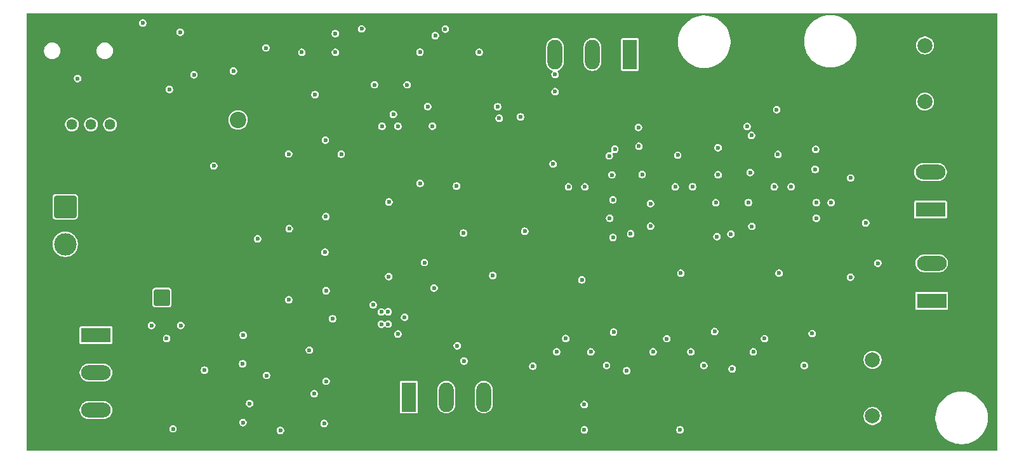
<source format=gbr>
%TF.GenerationSoftware,KiCad,Pcbnew,9.0.4-9.0.4-0~ubuntu24.04.1*%
%TF.CreationDate,2025-09-01T10:39:58-05:00*%
%TF.ProjectId,amplifier,616d706c-6966-4696-9572-2e6b69636164,rev?*%
%TF.SameCoordinates,Original*%
%TF.FileFunction,Copper,L2,Inr*%
%TF.FilePolarity,Positive*%
%FSLAX46Y46*%
G04 Gerber Fmt 4.6, Leading zero omitted, Abs format (unit mm)*
G04 Created by KiCad (PCBNEW 9.0.4-9.0.4-0~ubuntu24.04.1) date 2025-09-01 10:39:58*
%MOMM*%
%LPD*%
G01*
G04 APERTURE LIST*
G04 Aperture macros list*
%AMRoundRect*
0 Rectangle with rounded corners*
0 $1 Rounding radius*
0 $2 $3 $4 $5 $6 $7 $8 $9 X,Y pos of 4 corners*
0 Add a 4 corners polygon primitive as box body*
4,1,4,$2,$3,$4,$5,$6,$7,$8,$9,$2,$3,0*
0 Add four circle primitives for the rounded corners*
1,1,$1+$1,$2,$3*
1,1,$1+$1,$4,$5*
1,1,$1+$1,$6,$7*
1,1,$1+$1,$8,$9*
0 Add four rect primitives between the rounded corners*
20,1,$1+$1,$2,$3,$4,$5,0*
20,1,$1+$1,$4,$5,$6,$7,0*
20,1,$1+$1,$6,$7,$8,$9,0*
20,1,$1+$1,$8,$9,$2,$3,0*%
G04 Aperture macros list end*
%TA.AperFunction,ComponentPad*%
%ADD10R,3.960000X1.980000*%
%TD*%
%TA.AperFunction,ComponentPad*%
%ADD11O,3.960000X1.980000*%
%TD*%
%TA.AperFunction,ComponentPad*%
%ADD12C,2.000000*%
%TD*%
%TA.AperFunction,ComponentPad*%
%ADD13R,1.980000X3.960000*%
%TD*%
%TA.AperFunction,ComponentPad*%
%ADD14O,1.980000X3.960000*%
%TD*%
%TA.AperFunction,ComponentPad*%
%ADD15C,1.440000*%
%TD*%
%TA.AperFunction,ComponentPad*%
%ADD16RoundRect,0.249999X-0.850001X-0.850001X0.850001X-0.850001X0.850001X0.850001X-0.850001X0.850001X0*%
%TD*%
%TA.AperFunction,ComponentPad*%
%ADD17C,2.200000*%
%TD*%
%TA.AperFunction,ComponentPad*%
%ADD18RoundRect,0.249999X-1.250001X1.250001X-1.250001X-1.250001X1.250001X-1.250001X1.250001X1.250001X0*%
%TD*%
%TA.AperFunction,ComponentPad*%
%ADD19C,3.000000*%
%TD*%
%TA.AperFunction,ViaPad*%
%ADD20C,0.600000*%
%TD*%
G04 APERTURE END LIST*
D10*
%TO.N,GND*%
%TO.C,J701*%
X209350000Y-96795000D03*
D11*
%TO.N,hp_out_left*%
X209350000Y-91795000D03*
%TD*%
D12*
%TO.N,Net-(C705-Pad1)*%
%TO.C,C705*%
X208600000Y-74900000D03*
%TO.N,hp_out_left*%
X208600000Y-82400000D03*
%TD*%
D10*
%TO.N,GND*%
%TO.C,J403*%
X98052500Y-113530000D03*
D11*
%TO.N,/input_buffers/audio_in_right*%
X98052500Y-118530000D03*
%TO.N,/input_buffers/audio_in_left*%
X98052500Y-123530000D03*
%TD*%
D12*
%TO.N,Net-(C706-Pad1)*%
%TO.C,C706*%
X201620000Y-124320000D03*
%TO.N,hp_out_right*%
X201620000Y-116820000D03*
%TD*%
D13*
%TO.N,Net-(J501-Pin_1)*%
%TO.C,J501*%
X169265000Y-76100000D03*
D14*
%TO.N,Net-(J501-Pin_2)*%
X164265000Y-76100000D03*
%TO.N,Net-(J501-Pin_3)*%
X159265000Y-76100000D03*
%TD*%
D15*
%TO.N,Net-(U201-ADJ)*%
%TO.C,RV201*%
X99915000Y-85445000D03*
%TO.N,GND*%
X97375000Y-85445000D03*
X94835000Y-85445000D03*
%TD*%
D16*
%TO.N,VCC*%
%TO.C,D201*%
X106845000Y-108525000D03*
D17*
%TO.N,+15V*%
X117005000Y-108525000D03*
%TD*%
D13*
%TO.N,Net-(J601-Pin_1)*%
%TO.C,J601*%
X139770000Y-121810000D03*
D14*
%TO.N,Net-(J601-Pin_2)*%
X144770000Y-121810000D03*
%TO.N,Net-(J601-Pin_3)*%
X149770000Y-121810000D03*
%TD*%
D10*
%TO.N,GND*%
%TO.C,J702*%
X209500000Y-108945000D03*
D11*
%TO.N,hp_out_right*%
X209500000Y-103945000D03*
%TD*%
D16*
%TO.N,+15V*%
%TO.C,D202*%
X106845000Y-84825000D03*
D17*
%TO.N,/power/dout*%
X117005000Y-84825000D03*
%TD*%
D18*
%TO.N,GND*%
%TO.C,J201*%
X93937500Y-96405000D03*
D19*
%TO.N,VCC*%
X93937500Y-101405000D03*
%TD*%
D20*
%TO.N,GND*%
X129970000Y-73310000D03*
X166560000Y-97950000D03*
X151820000Y-84600000D03*
X182730000Y-100060000D03*
X137120000Y-95770000D03*
X143300000Y-73580000D03*
X188830000Y-83460000D03*
X193570000Y-113320000D03*
X175630000Y-89530000D03*
X156307500Y-117685000D03*
X192520000Y-117590000D03*
X187210000Y-114000000D03*
X116382500Y-78310000D03*
X128710000Y-97720000D03*
X174170000Y-114010000D03*
X137090000Y-105720000D03*
X184890000Y-85710000D03*
X123740000Y-89370000D03*
X113760000Y-90970000D03*
X180550000Y-113060000D03*
X159010000Y-90710000D03*
X139550000Y-80140000D03*
X123830000Y-99330000D03*
X128740000Y-107610000D03*
X117650000Y-125190000D03*
X104290000Y-71910000D03*
X155240000Y-99670000D03*
X198670000Y-105800000D03*
X189000000Y-89430000D03*
X139210000Y-111150000D03*
X128640000Y-87520000D03*
X166150000Y-117580000D03*
X117600000Y-117350000D03*
X141850000Y-103850000D03*
X170390000Y-85820000D03*
X111117500Y-78810000D03*
X108320000Y-126030000D03*
X182890000Y-118030000D03*
X146130000Y-93650000D03*
X179110000Y-117590000D03*
X167080000Y-113130000D03*
X150960000Y-105580000D03*
X160690000Y-113990000D03*
X169360000Y-100010000D03*
X168827500Y-118285000D03*
X127150000Y-121350000D03*
X194110000Y-97940000D03*
X137710000Y-84080000D03*
X200700000Y-98560000D03*
%TO.N,+15V*%
X182750000Y-101980000D03*
X170480000Y-121405000D03*
X182890000Y-122500000D03*
X125440000Y-73080000D03*
X162510000Y-86010000D03*
X180500000Y-108610000D03*
X176880000Y-86080000D03*
X116060000Y-127530000D03*
X157770000Y-121405000D03*
X155230000Y-101580000D03*
X118882500Y-80280000D03*
X169330000Y-101930000D03*
X119110000Y-113980000D03*
X143160000Y-105970000D03*
X122530000Y-121270000D03*
X134320000Y-82610000D03*
X193580000Y-108430000D03*
X137110000Y-93870000D03*
X141850000Y-98490000D03*
X137110000Y-103850000D03*
X138045000Y-80065000D03*
X190050000Y-85870000D03*
X167060000Y-108650000D03*
X144230000Y-90040000D03*
%TO.N,buff_out_left*%
X190760000Y-93740000D03*
X177610000Y-93740000D03*
X188510000Y-93740000D03*
X130760000Y-89400000D03*
X163260000Y-93750000D03*
X175300000Y-93750000D03*
X198695000Y-92575000D03*
X161070000Y-93750000D03*
%TO.N,bax_out_left*%
X136200000Y-85680000D03*
X135200000Y-80140000D03*
%TO.N,Net-(U502B--)*%
X138330000Y-85670000D03*
X154670000Y-84420000D03*
X142920000Y-85660000D03*
%TO.N,buff_out_right*%
X128590000Y-102480000D03*
X163180000Y-126170000D03*
X176050000Y-105260000D03*
X162845000Y-106165000D03*
X175930000Y-126170000D03*
X163170000Y-122790000D03*
X189150000Y-105260000D03*
X138320000Y-113390000D03*
%TO.N,Net-(J601-Pin_2)*%
X112520000Y-118210000D03*
%TO.N,bax_out_right*%
X141270000Y-93300000D03*
X129610000Y-111340000D03*
%TO.N,Net-(U602A--)*%
X137010000Y-112060000D03*
X137010000Y-110420000D03*
%TO.N,Net-(C604-Pad2)*%
X136110000Y-112070000D03*
X136090000Y-110440000D03*
%TO.N,Net-(C605-Pad2)*%
X135030000Y-109500000D03*
X143130000Y-107250000D03*
%TO.N,hp_out_right*%
X202330000Y-103945000D03*
%TO.N,/input_buffers/audio_in_right*%
X119600000Y-100700000D03*
X95590000Y-79300000D03*
X105450000Y-112240000D03*
%TO.N,vbias_right*%
X107850000Y-80760000D03*
X147060000Y-99910000D03*
X109350000Y-112240000D03*
X147130000Y-116990000D03*
X128480000Y-125320000D03*
X123770000Y-108830000D03*
%TO.N,vbias_left*%
X107470000Y-113980000D03*
X149170000Y-75800000D03*
X129980000Y-75800000D03*
X109290000Y-73130000D03*
X141260000Y-75780000D03*
%TO.N,Net-(J501-Pin_3)*%
X159280000Y-78760000D03*
X144640000Y-72700000D03*
X159280000Y-81050000D03*
X133480000Y-72680000D03*
%TO.N,Net-(U301A--)*%
X125500000Y-75800000D03*
X120720000Y-75230000D03*
%TO.N,Net-(U302A--)*%
X118540000Y-122650000D03*
X122650000Y-126240000D03*
%TO.N,Net-(R505-Pad1)*%
X142290000Y-83050000D03*
X151610000Y-83060000D03*
%TO.N,Net-(U601B-+)*%
X120800000Y-118920000D03*
X128740000Y-119680000D03*
%TO.N,Net-(U601A--)*%
X117680000Y-113540000D03*
%TO.N,Net-(R605-Pad1)*%
X146230000Y-114950000D03*
X126510000Y-115530000D03*
%TO.N,buff_in_left*%
X127260000Y-81450000D03*
X166500000Y-89620000D03*
%TO.N,buff_in_right*%
X159490000Y-115770000D03*
X177380000Y-115770000D03*
X172350000Y-115770000D03*
X164040000Y-115770000D03*
X185710000Y-115770000D03*
%TO.N,Net-(U801B--)*%
X167250000Y-88730000D03*
X166860000Y-92160000D03*
%TO.N,Net-(U802A--)*%
X167000000Y-100500000D03*
X167000000Y-95500000D03*
%TO.N,Net-(U803A--)*%
X170460000Y-88340000D03*
X170890000Y-92110000D03*
%TO.N,Net-(U803B--)*%
X181010000Y-92150000D03*
X181010000Y-88540000D03*
%TO.N,Net-(U804A--)*%
X180710000Y-95870000D03*
X180870000Y-100400000D03*
%TO.N,Net-(U805A--)*%
X185470000Y-86890000D03*
X185290000Y-91840000D03*
%TO.N,Net-(U806A--)*%
X194120000Y-95860000D03*
X196090000Y-95860000D03*
%TO.N,Net-(U804B--)*%
X172000000Y-96000000D03*
X172000000Y-99000000D03*
%TO.N,Net-(U805B--)*%
X193960000Y-91430000D03*
X194040000Y-88750000D03*
%TO.N,Net-(U806B--)*%
X185520000Y-99020000D03*
X185060000Y-95850000D03*
%TD*%
%TA.AperFunction,Conductor*%
%TO.N,+15V*%
G36*
X218232539Y-70590185D02*
G01*
X218278294Y-70642989D01*
X218289500Y-70694500D01*
X218289500Y-128825500D01*
X218269815Y-128892539D01*
X218217011Y-128938294D01*
X218165500Y-128949500D01*
X88924500Y-128949500D01*
X88857461Y-128929815D01*
X88811706Y-128877011D01*
X88800500Y-128825500D01*
X88800500Y-125964108D01*
X107819500Y-125964108D01*
X107819500Y-126095892D01*
X107821702Y-126104110D01*
X107853608Y-126223187D01*
X107886554Y-126280250D01*
X107919500Y-126337314D01*
X108012686Y-126430500D01*
X108126814Y-126496392D01*
X108254108Y-126530500D01*
X108254110Y-126530500D01*
X108385890Y-126530500D01*
X108385892Y-126530500D01*
X108513186Y-126496392D01*
X108627314Y-126430500D01*
X108720500Y-126337314D01*
X108786392Y-126223186D01*
X108799542Y-126174108D01*
X122149500Y-126174108D01*
X122149500Y-126305892D01*
X122157920Y-126337316D01*
X122183608Y-126433187D01*
X122216554Y-126490250D01*
X122249500Y-126547314D01*
X122342686Y-126640500D01*
X122456814Y-126706392D01*
X122584108Y-126740500D01*
X122584110Y-126740500D01*
X122715890Y-126740500D01*
X122715892Y-126740500D01*
X122843186Y-126706392D01*
X122957314Y-126640500D01*
X123050500Y-126547314D01*
X123116392Y-126433186D01*
X123150500Y-126305892D01*
X123150500Y-126174108D01*
X123131744Y-126104108D01*
X162679500Y-126104108D01*
X162679500Y-126235891D01*
X162713608Y-126363187D01*
X162746554Y-126420250D01*
X162779500Y-126477314D01*
X162872686Y-126570500D01*
X162986814Y-126636392D01*
X163114108Y-126670500D01*
X163114110Y-126670500D01*
X163245890Y-126670500D01*
X163245892Y-126670500D01*
X163373186Y-126636392D01*
X163487314Y-126570500D01*
X163580500Y-126477314D01*
X163646392Y-126363186D01*
X163680500Y-126235892D01*
X163680500Y-126104108D01*
X175429500Y-126104108D01*
X175429500Y-126235891D01*
X175463608Y-126363187D01*
X175496554Y-126420250D01*
X175529500Y-126477314D01*
X175622686Y-126570500D01*
X175736814Y-126636392D01*
X175864108Y-126670500D01*
X175864110Y-126670500D01*
X175995890Y-126670500D01*
X175995892Y-126670500D01*
X176123186Y-126636392D01*
X176237314Y-126570500D01*
X176330500Y-126477314D01*
X176396392Y-126363186D01*
X176430500Y-126235892D01*
X176430500Y-126104108D01*
X176396392Y-125976814D01*
X176330500Y-125862686D01*
X176237314Y-125769500D01*
X176152439Y-125720497D01*
X176123187Y-125703608D01*
X176059539Y-125686554D01*
X175995892Y-125669500D01*
X175864108Y-125669500D01*
X175736812Y-125703608D01*
X175622686Y-125769500D01*
X175622683Y-125769502D01*
X175529502Y-125862683D01*
X175529500Y-125862686D01*
X175463608Y-125976812D01*
X175429500Y-126104108D01*
X163680500Y-126104108D01*
X163646392Y-125976814D01*
X163580500Y-125862686D01*
X163487314Y-125769500D01*
X163402439Y-125720497D01*
X163373187Y-125703608D01*
X163309539Y-125686554D01*
X163245892Y-125669500D01*
X163114108Y-125669500D01*
X162986812Y-125703608D01*
X162872686Y-125769500D01*
X162872683Y-125769502D01*
X162779502Y-125862683D01*
X162779500Y-125862686D01*
X162713608Y-125976812D01*
X162679500Y-126104108D01*
X123131744Y-126104108D01*
X123116392Y-126046814D01*
X123050500Y-125932686D01*
X122957314Y-125839500D01*
X122900250Y-125806554D01*
X122843187Y-125773608D01*
X122779539Y-125756554D01*
X122715892Y-125739500D01*
X122584108Y-125739500D01*
X122456812Y-125773608D01*
X122342686Y-125839500D01*
X122342683Y-125839502D01*
X122249502Y-125932683D01*
X122249500Y-125932686D01*
X122183608Y-126046812D01*
X122160277Y-126133886D01*
X122149500Y-126174108D01*
X108799542Y-126174108D01*
X108820500Y-126095892D01*
X108820500Y-125964108D01*
X108786392Y-125836814D01*
X108720500Y-125722686D01*
X108627314Y-125629500D01*
X108559764Y-125590500D01*
X108513187Y-125563608D01*
X108449539Y-125546554D01*
X108385892Y-125529500D01*
X108254108Y-125529500D01*
X108126812Y-125563608D01*
X108012686Y-125629500D01*
X108012683Y-125629502D01*
X107919502Y-125722683D01*
X107919500Y-125722686D01*
X107853608Y-125836812D01*
X107827920Y-125932683D01*
X107819500Y-125964108D01*
X88800500Y-125964108D01*
X88800500Y-125124108D01*
X117149500Y-125124108D01*
X117149500Y-125255891D01*
X117183608Y-125383187D01*
X117212107Y-125432547D01*
X117249500Y-125497314D01*
X117342686Y-125590500D01*
X117456814Y-125656392D01*
X117584108Y-125690500D01*
X117584110Y-125690500D01*
X117715890Y-125690500D01*
X117715892Y-125690500D01*
X117843186Y-125656392D01*
X117957314Y-125590500D01*
X118050500Y-125497314D01*
X118116392Y-125383186D01*
X118150500Y-125255892D01*
X118150500Y-125254108D01*
X127979500Y-125254108D01*
X127979500Y-125385891D01*
X128013608Y-125513187D01*
X128023027Y-125529500D01*
X128079500Y-125627314D01*
X128172686Y-125720500D01*
X128286814Y-125786392D01*
X128414108Y-125820500D01*
X128414110Y-125820500D01*
X128545890Y-125820500D01*
X128545892Y-125820500D01*
X128673186Y-125786392D01*
X128787314Y-125720500D01*
X128880500Y-125627314D01*
X128946392Y-125513186D01*
X128980500Y-125385892D01*
X128980500Y-125254108D01*
X128946392Y-125126814D01*
X128880500Y-125012686D01*
X128787314Y-124919500D01*
X128730250Y-124886554D01*
X128673187Y-124853608D01*
X128609539Y-124836554D01*
X128545892Y-124819500D01*
X128414108Y-124819500D01*
X128286812Y-124853608D01*
X128172686Y-124919500D01*
X128172683Y-124919502D01*
X128079502Y-125012683D01*
X128079500Y-125012686D01*
X128013608Y-125126812D01*
X127979500Y-125254108D01*
X118150500Y-125254108D01*
X118150500Y-125124108D01*
X118116392Y-124996814D01*
X118050500Y-124882686D01*
X117957314Y-124789500D01*
X117892302Y-124751965D01*
X117843187Y-124723608D01*
X117779539Y-124706554D01*
X117715892Y-124689500D01*
X117584108Y-124689500D01*
X117456812Y-124723608D01*
X117342686Y-124789500D01*
X117342683Y-124789502D01*
X117249502Y-124882683D01*
X117249500Y-124882686D01*
X117183608Y-124996812D01*
X117149500Y-125124108D01*
X88800500Y-125124108D01*
X88800500Y-123436300D01*
X95872000Y-123436300D01*
X95872000Y-123623699D01*
X95888587Y-123728422D01*
X95901314Y-123808776D01*
X95959221Y-123986993D01*
X95985659Y-124038882D01*
X96044294Y-124153959D01*
X96044295Y-124153962D01*
X96090087Y-124216988D01*
X96154438Y-124305559D01*
X96286941Y-124438062D01*
X96320372Y-124462351D01*
X96438537Y-124548204D01*
X96438538Y-124548204D01*
X96438542Y-124548207D01*
X96605507Y-124633279D01*
X96783724Y-124691186D01*
X96876265Y-124705843D01*
X96968801Y-124720500D01*
X96968806Y-124720500D01*
X99136199Y-124720500D01*
X99220322Y-124707175D01*
X99321276Y-124691186D01*
X99499493Y-124633279D01*
X99666458Y-124548207D01*
X99818059Y-124438062D01*
X99950562Y-124305559D01*
X100008719Y-124225513D01*
X200419500Y-124225513D01*
X200419500Y-124414486D01*
X200449059Y-124601118D01*
X200507454Y-124780836D01*
X200583484Y-124930051D01*
X200593240Y-124949199D01*
X200704310Y-125102073D01*
X200837927Y-125235690D01*
X200990801Y-125346760D01*
X201023630Y-125363487D01*
X201159163Y-125432545D01*
X201159165Y-125432545D01*
X201159168Y-125432547D01*
X201255497Y-125463846D01*
X201338881Y-125490940D01*
X201525514Y-125520500D01*
X201525519Y-125520500D01*
X201714486Y-125520500D01*
X201901118Y-125490940D01*
X202080832Y-125432547D01*
X202249199Y-125346760D01*
X202402073Y-125235690D01*
X202535690Y-125102073D01*
X202646760Y-124949199D01*
X202732547Y-124780832D01*
X202790940Y-124601118D01*
X202799320Y-124548207D01*
X202820500Y-124414486D01*
X202820500Y-124408031D01*
X209989500Y-124408031D01*
X209989500Y-124462351D01*
X209989500Y-124751969D01*
X209993197Y-124789502D01*
X210023210Y-125094249D01*
X210090308Y-125431572D01*
X210190150Y-125760706D01*
X210232392Y-125862686D01*
X210320284Y-126074878D01*
X210321770Y-126078464D01*
X210321772Y-126078469D01*
X210483893Y-126381775D01*
X210483904Y-126381793D01*
X210674975Y-126667751D01*
X210674985Y-126667765D01*
X210893176Y-126933632D01*
X211136367Y-127176823D01*
X211136372Y-127176827D01*
X211136373Y-127176828D01*
X211402240Y-127395019D01*
X211688213Y-127586100D01*
X211688222Y-127586105D01*
X211688224Y-127586106D01*
X211991530Y-127748227D01*
X211991532Y-127748227D01*
X211991538Y-127748231D01*
X212309295Y-127879850D01*
X212638422Y-127979690D01*
X212975750Y-128046789D01*
X213318031Y-128080500D01*
X213318034Y-128080500D01*
X213661966Y-128080500D01*
X213661969Y-128080500D01*
X214004250Y-128046789D01*
X214341578Y-127979690D01*
X214670705Y-127879850D01*
X214988462Y-127748231D01*
X215291787Y-127586100D01*
X215577760Y-127395019D01*
X215843627Y-127176828D01*
X216086828Y-126933627D01*
X216305019Y-126667760D01*
X216496100Y-126381787D01*
X216658231Y-126078462D01*
X216789850Y-125760705D01*
X216889690Y-125431578D01*
X216956789Y-125094250D01*
X216990500Y-124751969D01*
X216990500Y-124408031D01*
X216956789Y-124065750D01*
X216889690Y-123728422D01*
X216789850Y-123399295D01*
X216658231Y-123081538D01*
X216656751Y-123078770D01*
X216496106Y-122778224D01*
X216496105Y-122778222D01*
X216496100Y-122778213D01*
X216305019Y-122492240D01*
X216086828Y-122226373D01*
X216086827Y-122226372D01*
X216086823Y-122226367D01*
X215843632Y-121983176D01*
X215577765Y-121764985D01*
X215577764Y-121764984D01*
X215577760Y-121764981D01*
X215291787Y-121573900D01*
X215291782Y-121573897D01*
X215291775Y-121573893D01*
X214988469Y-121411772D01*
X214988464Y-121411770D01*
X214670706Y-121280150D01*
X214341572Y-121180308D01*
X214004248Y-121113210D01*
X214004249Y-121113210D01*
X213746456Y-121087821D01*
X213661969Y-121079500D01*
X213318031Y-121079500D01*
X213239966Y-121087188D01*
X212975750Y-121113210D01*
X212638427Y-121180308D01*
X212309293Y-121280150D01*
X211991535Y-121411770D01*
X211991530Y-121411772D01*
X211688224Y-121573893D01*
X211688206Y-121573904D01*
X211402248Y-121764975D01*
X211402234Y-121764985D01*
X211136367Y-121983176D01*
X210893176Y-122226367D01*
X210674985Y-122492234D01*
X210674975Y-122492248D01*
X210483904Y-122778206D01*
X210483893Y-122778224D01*
X210321772Y-123081530D01*
X210321770Y-123081535D01*
X210190150Y-123399293D01*
X210090308Y-123728427D01*
X210023210Y-124065750D01*
X210007476Y-124225513D01*
X209989500Y-124408031D01*
X202820500Y-124408031D01*
X202820500Y-124225513D01*
X202790940Y-124038881D01*
X202757041Y-123934552D01*
X202732547Y-123859168D01*
X202732545Y-123859165D01*
X202732545Y-123859163D01*
X202646759Y-123690800D01*
X202535690Y-123537927D01*
X202402073Y-123404310D01*
X202249199Y-123293240D01*
X202243821Y-123290500D01*
X202080836Y-123207454D01*
X201901118Y-123149059D01*
X201714486Y-123119500D01*
X201714481Y-123119500D01*
X201525519Y-123119500D01*
X201525514Y-123119500D01*
X201338881Y-123149059D01*
X201159163Y-123207454D01*
X200990800Y-123293240D01*
X200903579Y-123356610D01*
X200837927Y-123404310D01*
X200837925Y-123404312D01*
X200837924Y-123404312D01*
X200704312Y-123537924D01*
X200704312Y-123537925D01*
X200704310Y-123537927D01*
X200676969Y-123575559D01*
X200593240Y-123690800D01*
X200507454Y-123859163D01*
X200449059Y-124038881D01*
X200419500Y-124225513D01*
X100008719Y-124225513D01*
X100060707Y-124153958D01*
X100145779Y-123986993D01*
X100203686Y-123808776D01*
X100222371Y-123690801D01*
X100233000Y-123623699D01*
X100233000Y-123436300D01*
X100217010Y-123335352D01*
X100203686Y-123251224D01*
X100145779Y-123073007D01*
X100060707Y-122906042D01*
X100060704Y-122906038D01*
X100060704Y-122906037D01*
X100015039Y-122843186D01*
X99950562Y-122754441D01*
X99818059Y-122621938D01*
X99765990Y-122584108D01*
X118039500Y-122584108D01*
X118039500Y-122715892D01*
X118041702Y-122724110D01*
X118073608Y-122843187D01*
X118102769Y-122893694D01*
X118139500Y-122957314D01*
X118232686Y-123050500D01*
X118346814Y-123116392D01*
X118474108Y-123150500D01*
X118474110Y-123150500D01*
X118605890Y-123150500D01*
X118605892Y-123150500D01*
X118733186Y-123116392D01*
X118847314Y-123050500D01*
X118940500Y-122957314D01*
X119006392Y-122843186D01*
X119040500Y-122715892D01*
X119040500Y-122584108D01*
X119006392Y-122456814D01*
X118940500Y-122342686D01*
X118847314Y-122249500D01*
X118790250Y-122216554D01*
X118733187Y-122183608D01*
X118669539Y-122166554D01*
X118605892Y-122149500D01*
X118474108Y-122149500D01*
X118346812Y-122183608D01*
X118232686Y-122249500D01*
X118232683Y-122249502D01*
X118139502Y-122342683D01*
X118139500Y-122342686D01*
X118073608Y-122456812D01*
X118058876Y-122511794D01*
X118039500Y-122584108D01*
X99765990Y-122584108D01*
X99761002Y-122580484D01*
X99666462Y-122511795D01*
X99666459Y-122511794D01*
X99666460Y-122511794D01*
X99666458Y-122511793D01*
X99499493Y-122426721D01*
X99321276Y-122368814D01*
X99321270Y-122368813D01*
X99136199Y-122339500D01*
X99136194Y-122339500D01*
X96968806Y-122339500D01*
X96968801Y-122339500D01*
X96783729Y-122368813D01*
X96783727Y-122368813D01*
X96783724Y-122368814D01*
X96605507Y-122426721D01*
X96605504Y-122426722D01*
X96605502Y-122426723D01*
X96438540Y-122511794D01*
X96438537Y-122511795D01*
X96324977Y-122594302D01*
X96286941Y-122621938D01*
X96286939Y-122621940D01*
X96286938Y-122621940D01*
X96154440Y-122754438D01*
X96154440Y-122754439D01*
X96154438Y-122754441D01*
X96137172Y-122778206D01*
X96044295Y-122906037D01*
X96044294Y-122906040D01*
X95959223Y-123073002D01*
X95959222Y-123073004D01*
X95959221Y-123073007D01*
X95901314Y-123251224D01*
X95901313Y-123251227D01*
X95901313Y-123251229D01*
X95872000Y-123436300D01*
X88800500Y-123436300D01*
X88800500Y-121284108D01*
X126649500Y-121284108D01*
X126649500Y-121415891D01*
X126683608Y-121543187D01*
X126701341Y-121573900D01*
X126749500Y-121657314D01*
X126842686Y-121750500D01*
X126956814Y-121816392D01*
X127084108Y-121850500D01*
X127084110Y-121850500D01*
X127215890Y-121850500D01*
X127215892Y-121850500D01*
X127343186Y-121816392D01*
X127457314Y-121750500D01*
X127550500Y-121657314D01*
X127616392Y-121543186D01*
X127650500Y-121415892D01*
X127650500Y-121284108D01*
X127616392Y-121156814D01*
X127550500Y-121042686D01*
X127457314Y-120949500D01*
X127400250Y-120916554D01*
X127343187Y-120883608D01*
X127279539Y-120866554D01*
X127215892Y-120849500D01*
X127084108Y-120849500D01*
X126956812Y-120883608D01*
X126842686Y-120949500D01*
X126842683Y-120949502D01*
X126749502Y-121042683D01*
X126749500Y-121042686D01*
X126683608Y-121156812D01*
X126649500Y-121284108D01*
X88800500Y-121284108D01*
X88800500Y-118436300D01*
X95872000Y-118436300D01*
X95872000Y-118623699D01*
X95892225Y-118751391D01*
X95901314Y-118808776D01*
X95959221Y-118986993D01*
X96023519Y-119113187D01*
X96044294Y-119153959D01*
X96044295Y-119153962D01*
X96062850Y-119179500D01*
X96154438Y-119305559D01*
X96286941Y-119438062D01*
X96354042Y-119486814D01*
X96438537Y-119548204D01*
X96438538Y-119548204D01*
X96438542Y-119548207D01*
X96605507Y-119633279D01*
X96783724Y-119691186D01*
X96876265Y-119705843D01*
X96968801Y-119720500D01*
X96968806Y-119720500D01*
X99136199Y-119720500D01*
X99220322Y-119707175D01*
X99321276Y-119691186D01*
X99499493Y-119633279D01*
X99537119Y-119614108D01*
X128239500Y-119614108D01*
X128239500Y-119745892D01*
X128254479Y-119801794D01*
X128273608Y-119873187D01*
X128295983Y-119911940D01*
X128339500Y-119987314D01*
X128432686Y-120080500D01*
X128546814Y-120146392D01*
X128674108Y-120180500D01*
X128674110Y-120180500D01*
X128805890Y-120180500D01*
X128805892Y-120180500D01*
X128933186Y-120146392D01*
X129047314Y-120080500D01*
X129140500Y-119987314D01*
X129206392Y-119873186D01*
X129223256Y-119810247D01*
X138579500Y-119810247D01*
X138579500Y-123809752D01*
X138591131Y-123868229D01*
X138591132Y-123868230D01*
X138635447Y-123934552D01*
X138701769Y-123978867D01*
X138701770Y-123978868D01*
X138760247Y-123990499D01*
X138760250Y-123990500D01*
X138760252Y-123990500D01*
X140779750Y-123990500D01*
X140779751Y-123990499D01*
X140797379Y-123986993D01*
X140838229Y-123978868D01*
X140838229Y-123978867D01*
X140838231Y-123978867D01*
X140904552Y-123934552D01*
X140948867Y-123868231D01*
X140948867Y-123868229D01*
X140948868Y-123868229D01*
X140960499Y-123809752D01*
X140960500Y-123809750D01*
X140960500Y-120726300D01*
X143579500Y-120726300D01*
X143579500Y-122893699D01*
X143607899Y-123073002D01*
X143608814Y-123078776D01*
X143666721Y-123256993D01*
X143683793Y-123290500D01*
X143751794Y-123423959D01*
X143751795Y-123423962D01*
X143797587Y-123486988D01*
X143861938Y-123575559D01*
X143994441Y-123708062D01*
X144080025Y-123770243D01*
X144146037Y-123818204D01*
X144146038Y-123818204D01*
X144146042Y-123818207D01*
X144313007Y-123903279D01*
X144491224Y-123961186D01*
X144583765Y-123975843D01*
X144676301Y-123990500D01*
X144676306Y-123990500D01*
X144863699Y-123990500D01*
X144947822Y-123977175D01*
X145048776Y-123961186D01*
X145226993Y-123903279D01*
X145393958Y-123818207D01*
X145545559Y-123708062D01*
X145678062Y-123575559D01*
X145788207Y-123423958D01*
X145873279Y-123256993D01*
X145931186Y-123078776D01*
X145950424Y-122957313D01*
X145960500Y-122893699D01*
X145960500Y-120726300D01*
X148579500Y-120726300D01*
X148579500Y-122893699D01*
X148607899Y-123073002D01*
X148608814Y-123078776D01*
X148666721Y-123256993D01*
X148683793Y-123290500D01*
X148751794Y-123423959D01*
X148751795Y-123423962D01*
X148797587Y-123486988D01*
X148861938Y-123575559D01*
X148994441Y-123708062D01*
X149080025Y-123770243D01*
X149146037Y-123818204D01*
X149146038Y-123818204D01*
X149146042Y-123818207D01*
X149313007Y-123903279D01*
X149491224Y-123961186D01*
X149583765Y-123975843D01*
X149676301Y-123990500D01*
X149676306Y-123990500D01*
X149863699Y-123990500D01*
X149947822Y-123977175D01*
X150048776Y-123961186D01*
X150226993Y-123903279D01*
X150393958Y-123818207D01*
X150545559Y-123708062D01*
X150678062Y-123575559D01*
X150788207Y-123423958D01*
X150873279Y-123256993D01*
X150931186Y-123078776D01*
X150950424Y-122957313D01*
X150960500Y-122893699D01*
X150960500Y-122724108D01*
X162669500Y-122724108D01*
X162669500Y-122855891D01*
X162703608Y-122983187D01*
X162736554Y-123040250D01*
X162769500Y-123097314D01*
X162862686Y-123190500D01*
X162976814Y-123256392D01*
X163104108Y-123290500D01*
X163104110Y-123290500D01*
X163235890Y-123290500D01*
X163235892Y-123290500D01*
X163363186Y-123256392D01*
X163477314Y-123190500D01*
X163570500Y-123097314D01*
X163636392Y-122983186D01*
X163670500Y-122855892D01*
X163670500Y-122724108D01*
X163636392Y-122596814D01*
X163570500Y-122482686D01*
X163477314Y-122389500D01*
X163390712Y-122339500D01*
X163363187Y-122323608D01*
X163299539Y-122306554D01*
X163235892Y-122289500D01*
X163104108Y-122289500D01*
X162976812Y-122323608D01*
X162862686Y-122389500D01*
X162862683Y-122389502D01*
X162769502Y-122482683D01*
X162769500Y-122482686D01*
X162703608Y-122596812D01*
X162669500Y-122724108D01*
X150960500Y-122724108D01*
X150960500Y-120726300D01*
X150944510Y-120625352D01*
X150931186Y-120541224D01*
X150873279Y-120363007D01*
X150788207Y-120196042D01*
X150788204Y-120196038D01*
X150788204Y-120196037D01*
X150752133Y-120146391D01*
X150678062Y-120044441D01*
X150545559Y-119911938D01*
X150488502Y-119870484D01*
X150393962Y-119801795D01*
X150393959Y-119801794D01*
X150393960Y-119801794D01*
X150393958Y-119801793D01*
X150226993Y-119716721D01*
X150048776Y-119658814D01*
X150048770Y-119658813D01*
X149863699Y-119629500D01*
X149863694Y-119629500D01*
X149676306Y-119629500D01*
X149676301Y-119629500D01*
X149491229Y-119658813D01*
X149491227Y-119658813D01*
X149491224Y-119658814D01*
X149313007Y-119716721D01*
X149313004Y-119716722D01*
X149313002Y-119716723D01*
X149146040Y-119801794D01*
X149146037Y-119801795D01*
X149047778Y-119873186D01*
X148994441Y-119911938D01*
X148994439Y-119911940D01*
X148994438Y-119911940D01*
X148861940Y-120044438D01*
X148861940Y-120044439D01*
X148861938Y-120044441D01*
X148835742Y-120080497D01*
X148751795Y-120196037D01*
X148751794Y-120196040D01*
X148666723Y-120363002D01*
X148666722Y-120363004D01*
X148666721Y-120363007D01*
X148608814Y-120541224D01*
X148608813Y-120541227D01*
X148608813Y-120541229D01*
X148579500Y-120726300D01*
X145960500Y-120726300D01*
X145944510Y-120625352D01*
X145931186Y-120541224D01*
X145873279Y-120363007D01*
X145788207Y-120196042D01*
X145788204Y-120196038D01*
X145788204Y-120196037D01*
X145752133Y-120146391D01*
X145678062Y-120044441D01*
X145545559Y-119911938D01*
X145488502Y-119870484D01*
X145393962Y-119801795D01*
X145393959Y-119801794D01*
X145393960Y-119801794D01*
X145393958Y-119801793D01*
X145226993Y-119716721D01*
X145048776Y-119658814D01*
X145048770Y-119658813D01*
X144863699Y-119629500D01*
X144863694Y-119629500D01*
X144676306Y-119629500D01*
X144676301Y-119629500D01*
X144491229Y-119658813D01*
X144491227Y-119658813D01*
X144491224Y-119658814D01*
X144313007Y-119716721D01*
X144313004Y-119716722D01*
X144313002Y-119716723D01*
X144146040Y-119801794D01*
X144146037Y-119801795D01*
X144047778Y-119873186D01*
X143994441Y-119911938D01*
X143994439Y-119911940D01*
X143994438Y-119911940D01*
X143861940Y-120044438D01*
X143861940Y-120044439D01*
X143861938Y-120044441D01*
X143835742Y-120080497D01*
X143751795Y-120196037D01*
X143751794Y-120196040D01*
X143666723Y-120363002D01*
X143666722Y-120363004D01*
X143666721Y-120363007D01*
X143608814Y-120541224D01*
X143608813Y-120541227D01*
X143608813Y-120541229D01*
X143579500Y-120726300D01*
X140960500Y-120726300D01*
X140960500Y-119810249D01*
X140960499Y-119810247D01*
X140948868Y-119751770D01*
X140948867Y-119751769D01*
X140904552Y-119685447D01*
X140838230Y-119641132D01*
X140838229Y-119641131D01*
X140779752Y-119629500D01*
X140779748Y-119629500D01*
X138760252Y-119629500D01*
X138760247Y-119629500D01*
X138701770Y-119641131D01*
X138701769Y-119641132D01*
X138635447Y-119685447D01*
X138591132Y-119751769D01*
X138591131Y-119751770D01*
X138579500Y-119810247D01*
X129223256Y-119810247D01*
X129240500Y-119745892D01*
X129240500Y-119614108D01*
X129206392Y-119486814D01*
X129140500Y-119372686D01*
X129047314Y-119279500D01*
X128956929Y-119227316D01*
X128933187Y-119213608D01*
X128869539Y-119196554D01*
X128805892Y-119179500D01*
X128674108Y-119179500D01*
X128546812Y-119213608D01*
X128432686Y-119279500D01*
X128432683Y-119279502D01*
X128339502Y-119372683D01*
X128339500Y-119372686D01*
X128273608Y-119486812D01*
X128257158Y-119548205D01*
X128239500Y-119614108D01*
X99537119Y-119614108D01*
X99666458Y-119548207D01*
X99818059Y-119438062D01*
X99950562Y-119305559D01*
X100060707Y-119153958D01*
X100145779Y-118986993D01*
X100188957Y-118854108D01*
X120299500Y-118854108D01*
X120299500Y-118985891D01*
X120333608Y-119113187D01*
X120357148Y-119153958D01*
X120399500Y-119227314D01*
X120492686Y-119320500D01*
X120606814Y-119386392D01*
X120734108Y-119420500D01*
X120734110Y-119420500D01*
X120865890Y-119420500D01*
X120865892Y-119420500D01*
X120993186Y-119386392D01*
X121107314Y-119320500D01*
X121200500Y-119227314D01*
X121266392Y-119113186D01*
X121300500Y-118985892D01*
X121300500Y-118854108D01*
X121266392Y-118726814D01*
X121200500Y-118612686D01*
X121107314Y-118519500D01*
X121035756Y-118478186D01*
X120993187Y-118453608D01*
X120906941Y-118430499D01*
X120865892Y-118419500D01*
X120734108Y-118419500D01*
X120606812Y-118453608D01*
X120492686Y-118519500D01*
X120492683Y-118519502D01*
X120399502Y-118612683D01*
X120399500Y-118612686D01*
X120333608Y-118726812D01*
X120299500Y-118854108D01*
X100188957Y-118854108D01*
X100203686Y-118808776D01*
X100219251Y-118710500D01*
X100233000Y-118623699D01*
X100233000Y-118436300D01*
X100207593Y-118275891D01*
X100203686Y-118251224D01*
X100168881Y-118144108D01*
X112019500Y-118144108D01*
X112019500Y-118275891D01*
X112053608Y-118403187D01*
X112072726Y-118436300D01*
X112119500Y-118517314D01*
X112212686Y-118610500D01*
X112326814Y-118676392D01*
X112454108Y-118710500D01*
X112454110Y-118710500D01*
X112585890Y-118710500D01*
X112585892Y-118710500D01*
X112713186Y-118676392D01*
X112827314Y-118610500D01*
X112920500Y-118517314D01*
X112986392Y-118403186D01*
X113020500Y-118275892D01*
X113020500Y-118219108D01*
X168327000Y-118219108D01*
X168327000Y-118350891D01*
X168361108Y-118478187D01*
X168383700Y-118517316D01*
X168427000Y-118592314D01*
X168520186Y-118685500D01*
X168634314Y-118751392D01*
X168761608Y-118785500D01*
X168761610Y-118785500D01*
X168893390Y-118785500D01*
X168893392Y-118785500D01*
X169020686Y-118751392D01*
X169134814Y-118685500D01*
X169228000Y-118592314D01*
X169293892Y-118478186D01*
X169328000Y-118350892D01*
X169328000Y-118219108D01*
X169293892Y-118091814D01*
X169293133Y-118090500D01*
X169273440Y-118056391D01*
X169228000Y-117977686D01*
X169134814Y-117884500D01*
X169052220Y-117836814D01*
X169020687Y-117818608D01*
X168957039Y-117801554D01*
X168893392Y-117784500D01*
X168761608Y-117784500D01*
X168634312Y-117818608D01*
X168520186Y-117884500D01*
X168520183Y-117884502D01*
X168427002Y-117977683D01*
X168427000Y-117977686D01*
X168361108Y-118091812D01*
X168327000Y-118219108D01*
X113020500Y-118219108D01*
X113020500Y-118144108D01*
X112986392Y-118016814D01*
X112920500Y-117902686D01*
X112827314Y-117809500D01*
X112764418Y-117773187D01*
X112713187Y-117743608D01*
X112635092Y-117722683D01*
X112585892Y-117709500D01*
X112454108Y-117709500D01*
X112326812Y-117743608D01*
X112212686Y-117809500D01*
X112212683Y-117809502D01*
X112119502Y-117902683D01*
X112119500Y-117902686D01*
X112053608Y-118016812D01*
X112019500Y-118144108D01*
X100168881Y-118144108D01*
X100145779Y-118073007D01*
X100145777Y-118073004D01*
X100145777Y-118073002D01*
X100103740Y-117990500D01*
X100060707Y-117906042D01*
X100060704Y-117906038D01*
X100060704Y-117906037D01*
X100017635Y-117846759D01*
X99950562Y-117754441D01*
X99818059Y-117621938D01*
X99737775Y-117563608D01*
X99666462Y-117511795D01*
X99666459Y-117511794D01*
X99666460Y-117511794D01*
X99666458Y-117511793D01*
X99612884Y-117484496D01*
X99499497Y-117426722D01*
X99463321Y-117414967D01*
X99321276Y-117368814D01*
X99321274Y-117368813D01*
X99321272Y-117368813D01*
X99136199Y-117339500D01*
X99136194Y-117339500D01*
X96968806Y-117339500D01*
X96968801Y-117339500D01*
X96783729Y-117368813D01*
X96783727Y-117368813D01*
X96783724Y-117368814D01*
X96605507Y-117426721D01*
X96605504Y-117426722D01*
X96605502Y-117426723D01*
X96438540Y-117511794D01*
X96438537Y-117511795D01*
X96324977Y-117594302D01*
X96286941Y-117621938D01*
X96286939Y-117621940D01*
X96286938Y-117621940D01*
X96154440Y-117754438D01*
X96154440Y-117754439D01*
X96154438Y-117754441D01*
X96133553Y-117783187D01*
X96044295Y-117906037D01*
X96044294Y-117906040D01*
X95959223Y-118073002D01*
X95959222Y-118073004D01*
X95959221Y-118073007D01*
X95901314Y-118251224D01*
X95901313Y-118251227D01*
X95901313Y-118251229D01*
X95872000Y-118436300D01*
X88800500Y-118436300D01*
X88800500Y-117284108D01*
X117099500Y-117284108D01*
X117099500Y-117415892D01*
X117110352Y-117456391D01*
X117133608Y-117543187D01*
X117166554Y-117600250D01*
X117199500Y-117657314D01*
X117292686Y-117750500D01*
X117406814Y-117816392D01*
X117534108Y-117850500D01*
X117534110Y-117850500D01*
X117665890Y-117850500D01*
X117665892Y-117850500D01*
X117793186Y-117816392D01*
X117907314Y-117750500D01*
X118000500Y-117657314D01*
X118022558Y-117619108D01*
X155807000Y-117619108D01*
X155807000Y-117750892D01*
X155807951Y-117754441D01*
X155841108Y-117878187D01*
X155872492Y-117932545D01*
X155907000Y-117992314D01*
X156000186Y-118085500D01*
X156099021Y-118142563D01*
X156114310Y-118151390D01*
X156114314Y-118151392D01*
X156241608Y-118185500D01*
X156241610Y-118185500D01*
X156373390Y-118185500D01*
X156373392Y-118185500D01*
X156500686Y-118151392D01*
X156614814Y-118085500D01*
X156708000Y-117992314D01*
X156773892Y-117878186D01*
X156808000Y-117750892D01*
X156808000Y-117619108D01*
X156779866Y-117514108D01*
X165649500Y-117514108D01*
X165649500Y-117645892D01*
X165652561Y-117657316D01*
X165683608Y-117773187D01*
X165689382Y-117783187D01*
X165749500Y-117887314D01*
X165842686Y-117980500D01*
X165956814Y-118046392D01*
X166084108Y-118080500D01*
X166084110Y-118080500D01*
X166215890Y-118080500D01*
X166215892Y-118080500D01*
X166343186Y-118046392D01*
X166457314Y-117980500D01*
X166550500Y-117887314D01*
X166616392Y-117773186D01*
X166650500Y-117645892D01*
X166650500Y-117524108D01*
X178609500Y-117524108D01*
X178609500Y-117655891D01*
X178643608Y-117783187D01*
X178664059Y-117818608D01*
X178709500Y-117897314D01*
X178802686Y-117990500D01*
X178916814Y-118056392D01*
X179044108Y-118090500D01*
X179044110Y-118090500D01*
X179175890Y-118090500D01*
X179175892Y-118090500D01*
X179303186Y-118056392D01*
X179417314Y-117990500D01*
X179443706Y-117964108D01*
X182389500Y-117964108D01*
X182389500Y-118095891D01*
X182423608Y-118223187D01*
X182454037Y-118275890D01*
X182489500Y-118337314D01*
X182582686Y-118430500D01*
X182696814Y-118496392D01*
X182824108Y-118530500D01*
X182824110Y-118530500D01*
X182955890Y-118530500D01*
X182955892Y-118530500D01*
X183083186Y-118496392D01*
X183197314Y-118430500D01*
X183290500Y-118337314D01*
X183356392Y-118223186D01*
X183390500Y-118095892D01*
X183390500Y-117964108D01*
X183356392Y-117836814D01*
X183290500Y-117722686D01*
X183197314Y-117629500D01*
X183132672Y-117592179D01*
X183083187Y-117563608D01*
X183006969Y-117543186D01*
X182955892Y-117529500D01*
X182824108Y-117529500D01*
X182696812Y-117563608D01*
X182582686Y-117629500D01*
X182582683Y-117629502D01*
X182489502Y-117722683D01*
X182489500Y-117722686D01*
X182423608Y-117836812D01*
X182389500Y-117964108D01*
X179443706Y-117964108D01*
X179510500Y-117897314D01*
X179576392Y-117783186D01*
X179610500Y-117655892D01*
X179610500Y-117524108D01*
X192019500Y-117524108D01*
X192019500Y-117655891D01*
X192053608Y-117783187D01*
X192074059Y-117818608D01*
X192119500Y-117897314D01*
X192212686Y-117990500D01*
X192326814Y-118056392D01*
X192454108Y-118090500D01*
X192454110Y-118090500D01*
X192585890Y-118090500D01*
X192585892Y-118090500D01*
X192713186Y-118056392D01*
X192827314Y-117990500D01*
X192920500Y-117897314D01*
X192986392Y-117783186D01*
X193020500Y-117655892D01*
X193020500Y-117524108D01*
X192986392Y-117396814D01*
X192980618Y-117386814D01*
X192970226Y-117368814D01*
X192920500Y-117282686D01*
X192827314Y-117189500D01*
X192770250Y-117156554D01*
X192713187Y-117123608D01*
X192629251Y-117101118D01*
X192585892Y-117089500D01*
X192454108Y-117089500D01*
X192326812Y-117123608D01*
X192212686Y-117189500D01*
X192212683Y-117189502D01*
X192119502Y-117282683D01*
X192119500Y-117282686D01*
X192053608Y-117396812D01*
X192019500Y-117524108D01*
X179610500Y-117524108D01*
X179576392Y-117396814D01*
X179570618Y-117386814D01*
X179560226Y-117368814D01*
X179510500Y-117282686D01*
X179417314Y-117189500D01*
X179360250Y-117156554D01*
X179303187Y-117123608D01*
X179219251Y-117101118D01*
X179175892Y-117089500D01*
X179044108Y-117089500D01*
X178916812Y-117123608D01*
X178802686Y-117189500D01*
X178802683Y-117189502D01*
X178709502Y-117282683D01*
X178709500Y-117282686D01*
X178643608Y-117396812D01*
X178609500Y-117524108D01*
X166650500Y-117524108D01*
X166650500Y-117514108D01*
X166616392Y-117386814D01*
X166550500Y-117272686D01*
X166457314Y-117179500D01*
X166400250Y-117146554D01*
X166343187Y-117113608D01*
X166279539Y-117096554D01*
X166215892Y-117079500D01*
X166084108Y-117079500D01*
X165956812Y-117113608D01*
X165842686Y-117179500D01*
X165842683Y-117179502D01*
X165749502Y-117272683D01*
X165749500Y-117272686D01*
X165683608Y-117386812D01*
X165666892Y-117449199D01*
X165649500Y-117514108D01*
X156779866Y-117514108D01*
X156773892Y-117491814D01*
X156708000Y-117377686D01*
X156614814Y-117284500D01*
X156557750Y-117251554D01*
X156500687Y-117218608D01*
X156437039Y-117201554D01*
X156373392Y-117184500D01*
X156241608Y-117184500D01*
X156114312Y-117218608D01*
X156000186Y-117284500D01*
X156000183Y-117284502D01*
X155907002Y-117377683D01*
X155907000Y-117377686D01*
X155841108Y-117491812D01*
X155821871Y-117563608D01*
X155807000Y-117619108D01*
X118022558Y-117619108D01*
X118066392Y-117543186D01*
X118100500Y-117415892D01*
X118100500Y-117284108D01*
X118066392Y-117156814D01*
X118000500Y-117042686D01*
X117907314Y-116949500D01*
X117863334Y-116924108D01*
X146629500Y-116924108D01*
X146629500Y-117055891D01*
X146663608Y-117183187D01*
X146684059Y-117218608D01*
X146729500Y-117297314D01*
X146822686Y-117390500D01*
X146936814Y-117456392D01*
X147064108Y-117490500D01*
X147064110Y-117490500D01*
X147195890Y-117490500D01*
X147195892Y-117490500D01*
X147323186Y-117456392D01*
X147437314Y-117390500D01*
X147530500Y-117297314D01*
X147596392Y-117183186D01*
X147630500Y-117055892D01*
X147630500Y-116924108D01*
X147596392Y-116796814D01*
X147555226Y-116725513D01*
X200419500Y-116725513D01*
X200419500Y-116914486D01*
X200449059Y-117101118D01*
X200507454Y-117280836D01*
X200576268Y-117415890D01*
X200593240Y-117449199D01*
X200704310Y-117602073D01*
X200837927Y-117735690D01*
X200990801Y-117846760D01*
X201052478Y-117878186D01*
X201159163Y-117932545D01*
X201159165Y-117932545D01*
X201159168Y-117932547D01*
X201255497Y-117963846D01*
X201338881Y-117990940D01*
X201525514Y-118020500D01*
X201525519Y-118020500D01*
X201714486Y-118020500D01*
X201901118Y-117990940D01*
X201902481Y-117990497D01*
X202080832Y-117932547D01*
X202249199Y-117846760D01*
X202402073Y-117735690D01*
X202535690Y-117602073D01*
X202646760Y-117449199D01*
X202732547Y-117280832D01*
X202790940Y-117101118D01*
X202798103Y-117055891D01*
X202820500Y-116914486D01*
X202820500Y-116725513D01*
X202790940Y-116538881D01*
X202732545Y-116359163D01*
X202687290Y-116270347D01*
X202646760Y-116190801D01*
X202535690Y-116037927D01*
X202402073Y-115904310D01*
X202249199Y-115793240D01*
X202080836Y-115707454D01*
X201901118Y-115649059D01*
X201714486Y-115619500D01*
X201714481Y-115619500D01*
X201525519Y-115619500D01*
X201525514Y-115619500D01*
X201338881Y-115649059D01*
X201159163Y-115707454D01*
X200990800Y-115793240D01*
X200930136Y-115837316D01*
X200837927Y-115904310D01*
X200837925Y-115904312D01*
X200837924Y-115904312D01*
X200704312Y-116037924D01*
X200704312Y-116037925D01*
X200704310Y-116037927D01*
X200675694Y-116077313D01*
X200593240Y-116190800D01*
X200507454Y-116359163D01*
X200449059Y-116538881D01*
X200419500Y-116725513D01*
X147555226Y-116725513D01*
X147530500Y-116682686D01*
X147437314Y-116589500D01*
X147380250Y-116556554D01*
X147323187Y-116523608D01*
X147259539Y-116506554D01*
X147195892Y-116489500D01*
X147064108Y-116489500D01*
X146936812Y-116523608D01*
X146822686Y-116589500D01*
X146822683Y-116589502D01*
X146729502Y-116682683D01*
X146729500Y-116682686D01*
X146663608Y-116796812D01*
X146629500Y-116924108D01*
X117863334Y-116924108D01*
X117846668Y-116914486D01*
X117793187Y-116883608D01*
X117729539Y-116866554D01*
X117665892Y-116849500D01*
X117534108Y-116849500D01*
X117406812Y-116883608D01*
X117292686Y-116949500D01*
X117292683Y-116949502D01*
X117199502Y-117042683D01*
X117199500Y-117042686D01*
X117133608Y-117156812D01*
X117102561Y-117272683D01*
X117099500Y-117284108D01*
X88800500Y-117284108D01*
X88800500Y-115464108D01*
X126009500Y-115464108D01*
X126009500Y-115595891D01*
X126043608Y-115723187D01*
X126076554Y-115780250D01*
X126109500Y-115837314D01*
X126202686Y-115930500D01*
X126316814Y-115996392D01*
X126444108Y-116030500D01*
X126444110Y-116030500D01*
X126575890Y-116030500D01*
X126575892Y-116030500D01*
X126703186Y-115996392D01*
X126817314Y-115930500D01*
X126910500Y-115837314D01*
X126976392Y-115723186D01*
X126981504Y-115704108D01*
X158989500Y-115704108D01*
X158989500Y-115835891D01*
X159023608Y-115963187D01*
X159056554Y-116020250D01*
X159089500Y-116077314D01*
X159182686Y-116170500D01*
X159296814Y-116236392D01*
X159424108Y-116270500D01*
X159424110Y-116270500D01*
X159555890Y-116270500D01*
X159555892Y-116270500D01*
X159683186Y-116236392D01*
X159797314Y-116170500D01*
X159890500Y-116077314D01*
X159956392Y-115963186D01*
X159990500Y-115835892D01*
X159990500Y-115704108D01*
X163539500Y-115704108D01*
X163539500Y-115835891D01*
X163573608Y-115963187D01*
X163606554Y-116020250D01*
X163639500Y-116077314D01*
X163732686Y-116170500D01*
X163846814Y-116236392D01*
X163974108Y-116270500D01*
X163974110Y-116270500D01*
X164105890Y-116270500D01*
X164105892Y-116270500D01*
X164233186Y-116236392D01*
X164347314Y-116170500D01*
X164440500Y-116077314D01*
X164506392Y-115963186D01*
X164540500Y-115835892D01*
X164540500Y-115704108D01*
X171849500Y-115704108D01*
X171849500Y-115835891D01*
X171883608Y-115963187D01*
X171916554Y-116020250D01*
X171949500Y-116077314D01*
X172042686Y-116170500D01*
X172156814Y-116236392D01*
X172284108Y-116270500D01*
X172284110Y-116270500D01*
X172415890Y-116270500D01*
X172415892Y-116270500D01*
X172543186Y-116236392D01*
X172657314Y-116170500D01*
X172750500Y-116077314D01*
X172816392Y-115963186D01*
X172850500Y-115835892D01*
X172850500Y-115704108D01*
X176879500Y-115704108D01*
X176879500Y-115835891D01*
X176913608Y-115963187D01*
X176946554Y-116020250D01*
X176979500Y-116077314D01*
X177072686Y-116170500D01*
X177186814Y-116236392D01*
X177314108Y-116270500D01*
X177314110Y-116270500D01*
X177445890Y-116270500D01*
X177445892Y-116270500D01*
X177573186Y-116236392D01*
X177687314Y-116170500D01*
X177780500Y-116077314D01*
X177846392Y-115963186D01*
X177880500Y-115835892D01*
X177880500Y-115704108D01*
X185209500Y-115704108D01*
X185209500Y-115835891D01*
X185243608Y-115963187D01*
X185276554Y-116020250D01*
X185309500Y-116077314D01*
X185402686Y-116170500D01*
X185516814Y-116236392D01*
X185644108Y-116270500D01*
X185644110Y-116270500D01*
X185775890Y-116270500D01*
X185775892Y-116270500D01*
X185903186Y-116236392D01*
X186017314Y-116170500D01*
X186110500Y-116077314D01*
X186176392Y-115963186D01*
X186210500Y-115835892D01*
X186210500Y-115704108D01*
X186176392Y-115576814D01*
X186110500Y-115462686D01*
X186017314Y-115369500D01*
X185960250Y-115336554D01*
X185903187Y-115303608D01*
X185839539Y-115286554D01*
X185775892Y-115269500D01*
X185644108Y-115269500D01*
X185516812Y-115303608D01*
X185402686Y-115369500D01*
X185402683Y-115369502D01*
X185309502Y-115462683D01*
X185309500Y-115462686D01*
X185243608Y-115576812D01*
X185209500Y-115704108D01*
X177880500Y-115704108D01*
X177846392Y-115576814D01*
X177780500Y-115462686D01*
X177687314Y-115369500D01*
X177630250Y-115336554D01*
X177573187Y-115303608D01*
X177509539Y-115286554D01*
X177445892Y-115269500D01*
X177314108Y-115269500D01*
X177186812Y-115303608D01*
X177072686Y-115369500D01*
X177072683Y-115369502D01*
X176979502Y-115462683D01*
X176979500Y-115462686D01*
X176913608Y-115576812D01*
X176879500Y-115704108D01*
X172850500Y-115704108D01*
X172816392Y-115576814D01*
X172750500Y-115462686D01*
X172657314Y-115369500D01*
X172600250Y-115336554D01*
X172543187Y-115303608D01*
X172479539Y-115286554D01*
X172415892Y-115269500D01*
X172284108Y-115269500D01*
X172156812Y-115303608D01*
X172042686Y-115369500D01*
X172042683Y-115369502D01*
X171949502Y-115462683D01*
X171949500Y-115462686D01*
X171883608Y-115576812D01*
X171849500Y-115704108D01*
X164540500Y-115704108D01*
X164506392Y-115576814D01*
X164440500Y-115462686D01*
X164347314Y-115369500D01*
X164290250Y-115336554D01*
X164233187Y-115303608D01*
X164169539Y-115286554D01*
X164105892Y-115269500D01*
X163974108Y-115269500D01*
X163846812Y-115303608D01*
X163732686Y-115369500D01*
X163732683Y-115369502D01*
X163639502Y-115462683D01*
X163639500Y-115462686D01*
X163573608Y-115576812D01*
X163539500Y-115704108D01*
X159990500Y-115704108D01*
X159956392Y-115576814D01*
X159890500Y-115462686D01*
X159797314Y-115369500D01*
X159740250Y-115336554D01*
X159683187Y-115303608D01*
X159619539Y-115286554D01*
X159555892Y-115269500D01*
X159424108Y-115269500D01*
X159296812Y-115303608D01*
X159182686Y-115369500D01*
X159182683Y-115369502D01*
X159089502Y-115462683D01*
X159089500Y-115462686D01*
X159023608Y-115576812D01*
X158989500Y-115704108D01*
X126981504Y-115704108D01*
X127010500Y-115595892D01*
X127010500Y-115464108D01*
X126976392Y-115336814D01*
X126910500Y-115222686D01*
X126817314Y-115129500D01*
X126760250Y-115096554D01*
X126703187Y-115063608D01*
X126639539Y-115046554D01*
X126575892Y-115029500D01*
X126444108Y-115029500D01*
X126316812Y-115063608D01*
X126202686Y-115129500D01*
X126202683Y-115129502D01*
X126109502Y-115222683D01*
X126109500Y-115222686D01*
X126043608Y-115336812D01*
X126009500Y-115464108D01*
X88800500Y-115464108D01*
X88800500Y-114884108D01*
X145729500Y-114884108D01*
X145729500Y-115015891D01*
X145763608Y-115143187D01*
X145796554Y-115200250D01*
X145829500Y-115257314D01*
X145922686Y-115350500D01*
X146036814Y-115416392D01*
X146164108Y-115450500D01*
X146164110Y-115450500D01*
X146295890Y-115450500D01*
X146295892Y-115450500D01*
X146423186Y-115416392D01*
X146537314Y-115350500D01*
X146630500Y-115257314D01*
X146696392Y-115143186D01*
X146730500Y-115015892D01*
X146730500Y-114884108D01*
X146696392Y-114756814D01*
X146630500Y-114642686D01*
X146537314Y-114549500D01*
X146469764Y-114510500D01*
X146423187Y-114483608D01*
X146358931Y-114466391D01*
X146295892Y-114449500D01*
X146164108Y-114449500D01*
X146036812Y-114483608D01*
X145922686Y-114549500D01*
X145922683Y-114549502D01*
X145829502Y-114642683D01*
X145829500Y-114642686D01*
X145763608Y-114756812D01*
X145729500Y-114884108D01*
X88800500Y-114884108D01*
X88800500Y-112520247D01*
X95872000Y-112520247D01*
X95872000Y-114539752D01*
X95883631Y-114598229D01*
X95883632Y-114598230D01*
X95927947Y-114664552D01*
X95994269Y-114708867D01*
X95994270Y-114708868D01*
X96052747Y-114720499D01*
X96052750Y-114720500D01*
X96052752Y-114720500D01*
X100052250Y-114720500D01*
X100052251Y-114720499D01*
X100067068Y-114717552D01*
X100110729Y-114708868D01*
X100110729Y-114708867D01*
X100110731Y-114708867D01*
X100177052Y-114664552D01*
X100221367Y-114598231D01*
X100221367Y-114598229D01*
X100221368Y-114598229D01*
X100232999Y-114539752D01*
X100233000Y-114539750D01*
X100233000Y-113914108D01*
X106969500Y-113914108D01*
X106969500Y-114045892D01*
X106986554Y-114109539D01*
X107003608Y-114173187D01*
X107020929Y-114203187D01*
X107069500Y-114287314D01*
X107162686Y-114380500D01*
X107276814Y-114446392D01*
X107404108Y-114480500D01*
X107404110Y-114480500D01*
X107535890Y-114480500D01*
X107535892Y-114480500D01*
X107663186Y-114446392D01*
X107777314Y-114380500D01*
X107870500Y-114287314D01*
X107936392Y-114173186D01*
X107970500Y-114045892D01*
X107970500Y-113914108D01*
X107936392Y-113786814D01*
X107936148Y-113786392D01*
X107905430Y-113733187D01*
X107870500Y-113672686D01*
X107777314Y-113579500D01*
X107692439Y-113530497D01*
X107663187Y-113513608D01*
X107599539Y-113496554D01*
X107535892Y-113479500D01*
X107404108Y-113479500D01*
X107276812Y-113513608D01*
X107162686Y-113579500D01*
X107162683Y-113579502D01*
X107069502Y-113672683D01*
X107069500Y-113672686D01*
X107003608Y-113786812D01*
X106984965Y-113856390D01*
X106969500Y-113914108D01*
X100233000Y-113914108D01*
X100233000Y-113474108D01*
X117179500Y-113474108D01*
X117179500Y-113605892D01*
X117186094Y-113630500D01*
X117213608Y-113733187D01*
X117244326Y-113786391D01*
X117279500Y-113847314D01*
X117372686Y-113940500D01*
X117486814Y-114006392D01*
X117614108Y-114040500D01*
X117614110Y-114040500D01*
X117745890Y-114040500D01*
X117745892Y-114040500D01*
X117873186Y-114006392D01*
X117987314Y-113940500D01*
X118003706Y-113924108D01*
X160189500Y-113924108D01*
X160189500Y-114055892D01*
X160194859Y-114075891D01*
X160223608Y-114183187D01*
X160256554Y-114240250D01*
X160289500Y-114297314D01*
X160382686Y-114390500D01*
X160496814Y-114456392D01*
X160624108Y-114490500D01*
X160624110Y-114490500D01*
X160755890Y-114490500D01*
X160755892Y-114490500D01*
X160883186Y-114456392D01*
X160997314Y-114390500D01*
X161090500Y-114297314D01*
X161156392Y-114183186D01*
X161190500Y-114055892D01*
X161190500Y-113944108D01*
X173669500Y-113944108D01*
X173669500Y-114075891D01*
X173703608Y-114203187D01*
X173736554Y-114260250D01*
X173769500Y-114317314D01*
X173862686Y-114410500D01*
X173976814Y-114476392D01*
X174104108Y-114510500D01*
X174104110Y-114510500D01*
X174235890Y-114510500D01*
X174235892Y-114510500D01*
X174363186Y-114476392D01*
X174477314Y-114410500D01*
X174570500Y-114317314D01*
X174636392Y-114203186D01*
X174670500Y-114075892D01*
X174670500Y-113944108D01*
X174667821Y-113934108D01*
X186709500Y-113934108D01*
X186709500Y-114065892D01*
X186726554Y-114129539D01*
X186743608Y-114193187D01*
X186749382Y-114203187D01*
X186809500Y-114307314D01*
X186902686Y-114400500D01*
X187016814Y-114466392D01*
X187144108Y-114500500D01*
X187144110Y-114500500D01*
X187275890Y-114500500D01*
X187275892Y-114500500D01*
X187403186Y-114466392D01*
X187517314Y-114400500D01*
X187610500Y-114307314D01*
X187676392Y-114193186D01*
X187710500Y-114065892D01*
X187710500Y-113934108D01*
X187676392Y-113806814D01*
X187670618Y-113796814D01*
X187666973Y-113790500D01*
X187610500Y-113692686D01*
X187517314Y-113599500D01*
X187449764Y-113560500D01*
X187403187Y-113533608D01*
X187326969Y-113513186D01*
X187275892Y-113499500D01*
X187144108Y-113499500D01*
X187016812Y-113533608D01*
X186902686Y-113599500D01*
X186902683Y-113599502D01*
X186809502Y-113692683D01*
X186809500Y-113692686D01*
X186743608Y-113806812D01*
X186714859Y-113914108D01*
X186709500Y-113934108D01*
X174667821Y-113934108D01*
X174636392Y-113816814D01*
X174630618Y-113806814D01*
X174624844Y-113796812D01*
X174570500Y-113702686D01*
X174477314Y-113609500D01*
X174392442Y-113560499D01*
X174363187Y-113543608D01*
X174251223Y-113513608D01*
X174235892Y-113509500D01*
X174104108Y-113509500D01*
X173976812Y-113543608D01*
X173862686Y-113609500D01*
X173862683Y-113609502D01*
X173769502Y-113702683D01*
X173769500Y-113702686D01*
X173703608Y-113816812D01*
X173669500Y-113944108D01*
X161190500Y-113944108D01*
X161190500Y-113924108D01*
X161156392Y-113796814D01*
X161150618Y-113786814D01*
X161147563Y-113781521D01*
X161090500Y-113682686D01*
X160997314Y-113589500D01*
X160917827Y-113543608D01*
X160883187Y-113523608D01*
X160819539Y-113506554D01*
X160755892Y-113489500D01*
X160624108Y-113489500D01*
X160496812Y-113523608D01*
X160382686Y-113589500D01*
X160382683Y-113589502D01*
X160289502Y-113682683D01*
X160289500Y-113682686D01*
X160223608Y-113796812D01*
X160207644Y-113856392D01*
X160189500Y-113924108D01*
X118003706Y-113924108D01*
X118080500Y-113847314D01*
X118146392Y-113733186D01*
X118180500Y-113605892D01*
X118180500Y-113474108D01*
X118146392Y-113346814D01*
X118133283Y-113324108D01*
X137819500Y-113324108D01*
X137819500Y-113455892D01*
X137825826Y-113479500D01*
X137853608Y-113583187D01*
X137880924Y-113630499D01*
X137919500Y-113697314D01*
X138012686Y-113790500D01*
X138111089Y-113847313D01*
X138126810Y-113856390D01*
X138126814Y-113856392D01*
X138254108Y-113890500D01*
X138254110Y-113890500D01*
X138385890Y-113890500D01*
X138385892Y-113890500D01*
X138513186Y-113856392D01*
X138627314Y-113790500D01*
X138720500Y-113697314D01*
X138786392Y-113583186D01*
X138820500Y-113455892D01*
X138820500Y-113324108D01*
X138786392Y-113196814D01*
X138745977Y-113126814D01*
X138740879Y-113117983D01*
X138740878Y-113117982D01*
X138720500Y-113082686D01*
X138701922Y-113064108D01*
X166579500Y-113064108D01*
X166579500Y-113195892D01*
X166579747Y-113196812D01*
X166613608Y-113323187D01*
X166646554Y-113380250D01*
X166679500Y-113437314D01*
X166772686Y-113530500D01*
X166886814Y-113596392D01*
X167014108Y-113630500D01*
X167014110Y-113630500D01*
X167145890Y-113630500D01*
X167145892Y-113630500D01*
X167273186Y-113596392D01*
X167387314Y-113530500D01*
X167480500Y-113437314D01*
X167546392Y-113323186D01*
X167580500Y-113195892D01*
X167580500Y-113064108D01*
X167561744Y-112994108D01*
X180049500Y-112994108D01*
X180049500Y-113125891D01*
X180083608Y-113253187D01*
X180084140Y-113254108D01*
X180149500Y-113367314D01*
X180242686Y-113460500D01*
X180356814Y-113526392D01*
X180484108Y-113560500D01*
X180484110Y-113560500D01*
X180615890Y-113560500D01*
X180615892Y-113560500D01*
X180743186Y-113526392D01*
X180857314Y-113460500D01*
X180950500Y-113367314D01*
X181015860Y-113254108D01*
X193069500Y-113254108D01*
X193069500Y-113385891D01*
X193103608Y-113513187D01*
X193121172Y-113543608D01*
X193169500Y-113627314D01*
X193262686Y-113720500D01*
X193376814Y-113786392D01*
X193504108Y-113820500D01*
X193504110Y-113820500D01*
X193635890Y-113820500D01*
X193635892Y-113820500D01*
X193763186Y-113786392D01*
X193877314Y-113720500D01*
X193970500Y-113627314D01*
X194036392Y-113513186D01*
X194070500Y-113385892D01*
X194070500Y-113254108D01*
X194036392Y-113126814D01*
X193970500Y-113012686D01*
X193877314Y-112919500D01*
X193820250Y-112886554D01*
X193763187Y-112853608D01*
X193647782Y-112822686D01*
X193635892Y-112819500D01*
X193504108Y-112819500D01*
X193376812Y-112853608D01*
X193262686Y-112919500D01*
X193262683Y-112919502D01*
X193169502Y-113012683D01*
X193169500Y-113012686D01*
X193103608Y-113126812D01*
X193069500Y-113254108D01*
X181015860Y-113254108D01*
X181016392Y-113253186D01*
X181050500Y-113125892D01*
X181050500Y-112994108D01*
X181016392Y-112866814D01*
X181008767Y-112853608D01*
X181007563Y-112851521D01*
X180950500Y-112752686D01*
X180857314Y-112659500D01*
X180800250Y-112626554D01*
X180743187Y-112593608D01*
X180656941Y-112570499D01*
X180615892Y-112559500D01*
X180484108Y-112559500D01*
X180356812Y-112593608D01*
X180242686Y-112659500D01*
X180242683Y-112659502D01*
X180149502Y-112752683D01*
X180149500Y-112752686D01*
X180083608Y-112866812D01*
X180049500Y-112994108D01*
X167561744Y-112994108D01*
X167546392Y-112936814D01*
X167538767Y-112923608D01*
X167505976Y-112866812D01*
X167480500Y-112822686D01*
X167387314Y-112729500D01*
X167330250Y-112696554D01*
X167273187Y-112663608D01*
X167186941Y-112640499D01*
X167145892Y-112629500D01*
X167014108Y-112629500D01*
X166886812Y-112663608D01*
X166772686Y-112729500D01*
X166772683Y-112729502D01*
X166679502Y-112822683D01*
X166679500Y-112822686D01*
X166613608Y-112936812D01*
X166586094Y-113039500D01*
X166579500Y-113064108D01*
X138701922Y-113064108D01*
X138627314Y-112989500D01*
X138570250Y-112956554D01*
X138513187Y-112923608D01*
X138449539Y-112906554D01*
X138385892Y-112889500D01*
X138254108Y-112889500D01*
X138126812Y-112923608D01*
X138012686Y-112989500D01*
X138012683Y-112989502D01*
X137919502Y-113082683D01*
X137919500Y-113082686D01*
X137853608Y-113196812D01*
X137819747Y-113323186D01*
X137819500Y-113324108D01*
X118133283Y-113324108D01*
X118080500Y-113232686D01*
X117987314Y-113139500D01*
X117888910Y-113082686D01*
X117873187Y-113073608D01*
X117809539Y-113056554D01*
X117745892Y-113039500D01*
X117614108Y-113039500D01*
X117486812Y-113073608D01*
X117372686Y-113139500D01*
X117372683Y-113139502D01*
X117279502Y-113232683D01*
X117279500Y-113232686D01*
X117213608Y-113346812D01*
X117203137Y-113385891D01*
X117179500Y-113474108D01*
X100233000Y-113474108D01*
X100233000Y-112520249D01*
X100232999Y-112520247D01*
X100221368Y-112461770D01*
X100221367Y-112461769D01*
X100177052Y-112395447D01*
X100110730Y-112351132D01*
X100110729Y-112351131D01*
X100052252Y-112339500D01*
X100052248Y-112339500D01*
X96052752Y-112339500D01*
X96052747Y-112339500D01*
X95994270Y-112351131D01*
X95994269Y-112351132D01*
X95927947Y-112395447D01*
X95883632Y-112461769D01*
X95883631Y-112461770D01*
X95872000Y-112520247D01*
X88800500Y-112520247D01*
X88800500Y-112174108D01*
X104949500Y-112174108D01*
X104949500Y-112305891D01*
X104983608Y-112433187D01*
X105005151Y-112470499D01*
X105049500Y-112547314D01*
X105142686Y-112640500D01*
X105256814Y-112706392D01*
X105384108Y-112740500D01*
X105384110Y-112740500D01*
X105515890Y-112740500D01*
X105515892Y-112740500D01*
X105643186Y-112706392D01*
X105757314Y-112640500D01*
X105850500Y-112547314D01*
X105916392Y-112433186D01*
X105950500Y-112305892D01*
X105950500Y-112174108D01*
X108849500Y-112174108D01*
X108849500Y-112305891D01*
X108883608Y-112433187D01*
X108905151Y-112470499D01*
X108949500Y-112547314D01*
X109042686Y-112640500D01*
X109156814Y-112706392D01*
X109284108Y-112740500D01*
X109284110Y-112740500D01*
X109415890Y-112740500D01*
X109415892Y-112740500D01*
X109543186Y-112706392D01*
X109657314Y-112640500D01*
X109750500Y-112547314D01*
X109816392Y-112433186D01*
X109850500Y-112305892D01*
X109850500Y-112174108D01*
X109816392Y-112046814D01*
X109791736Y-112004108D01*
X135609500Y-112004108D01*
X135609500Y-112135891D01*
X135643608Y-112263187D01*
X135668263Y-112305890D01*
X135709500Y-112377314D01*
X135802686Y-112470500D01*
X135916814Y-112536392D01*
X136044108Y-112570500D01*
X136044110Y-112570500D01*
X136175890Y-112570500D01*
X136175892Y-112570500D01*
X136303186Y-112536392D01*
X136417314Y-112470500D01*
X136477319Y-112410495D01*
X136538642Y-112377010D01*
X136608334Y-112381994D01*
X136652681Y-112410495D01*
X136702686Y-112460500D01*
X136801521Y-112517563D01*
X136806170Y-112520247D01*
X136816814Y-112526392D01*
X136944108Y-112560500D01*
X136944110Y-112560500D01*
X137075890Y-112560500D01*
X137075892Y-112560500D01*
X137203186Y-112526392D01*
X137317314Y-112460500D01*
X137410500Y-112367314D01*
X137476392Y-112253186D01*
X137510500Y-112125892D01*
X137510500Y-111994108D01*
X137476392Y-111866814D01*
X137410500Y-111752686D01*
X137317314Y-111659500D01*
X137242649Y-111616392D01*
X137203187Y-111593608D01*
X137139539Y-111576554D01*
X137075892Y-111559500D01*
X136944108Y-111559500D01*
X136816812Y-111593608D01*
X136702686Y-111659500D01*
X136702683Y-111659502D01*
X136642681Y-111719505D01*
X136581358Y-111752990D01*
X136511666Y-111748006D01*
X136467319Y-111719505D01*
X136417316Y-111669502D01*
X136417314Y-111669500D01*
X136360250Y-111636554D01*
X136303187Y-111603608D01*
X136239539Y-111586554D01*
X136175892Y-111569500D01*
X136044108Y-111569500D01*
X135916812Y-111603608D01*
X135802686Y-111669500D01*
X135802683Y-111669502D01*
X135709502Y-111762683D01*
X135709500Y-111762686D01*
X135643608Y-111876812D01*
X135609500Y-112004108D01*
X109791736Y-112004108D01*
X109750500Y-111932686D01*
X109657314Y-111839500D01*
X109599968Y-111806391D01*
X109543187Y-111773608D01*
X109447637Y-111748006D01*
X109415892Y-111739500D01*
X109284108Y-111739500D01*
X109156812Y-111773608D01*
X109042686Y-111839500D01*
X109042683Y-111839502D01*
X108949502Y-111932683D01*
X108949500Y-111932686D01*
X108883608Y-112046812D01*
X108849500Y-112174108D01*
X105950500Y-112174108D01*
X105916392Y-112046814D01*
X105850500Y-111932686D01*
X105757314Y-111839500D01*
X105699968Y-111806391D01*
X105643187Y-111773608D01*
X105547637Y-111748006D01*
X105515892Y-111739500D01*
X105384108Y-111739500D01*
X105256812Y-111773608D01*
X105142686Y-111839500D01*
X105142683Y-111839502D01*
X105049502Y-111932683D01*
X105049500Y-111932686D01*
X104983608Y-112046812D01*
X104949500Y-112174108D01*
X88800500Y-112174108D01*
X88800500Y-111274108D01*
X129109500Y-111274108D01*
X129109500Y-111405891D01*
X129143608Y-111533187D01*
X129153604Y-111550500D01*
X129209500Y-111647314D01*
X129302686Y-111740500D01*
X129416814Y-111806392D01*
X129544108Y-111840500D01*
X129544110Y-111840500D01*
X129675890Y-111840500D01*
X129675892Y-111840500D01*
X129803186Y-111806392D01*
X129917314Y-111740500D01*
X130010500Y-111647314D01*
X130076392Y-111533186D01*
X130110500Y-111405892D01*
X130110500Y-111274108D01*
X130076392Y-111146814D01*
X130040189Y-111084108D01*
X138709500Y-111084108D01*
X138709500Y-111215891D01*
X138743608Y-111343187D01*
X138776554Y-111400250D01*
X138809500Y-111457314D01*
X138902686Y-111550500D01*
X139016814Y-111616392D01*
X139144108Y-111650500D01*
X139144110Y-111650500D01*
X139275890Y-111650500D01*
X139275892Y-111650500D01*
X139403186Y-111616392D01*
X139517314Y-111550500D01*
X139610500Y-111457314D01*
X139676392Y-111343186D01*
X139710500Y-111215892D01*
X139710500Y-111084108D01*
X139676392Y-110956814D01*
X139610500Y-110842686D01*
X139517314Y-110749500D01*
X139460250Y-110716554D01*
X139403187Y-110683608D01*
X139339539Y-110666554D01*
X139275892Y-110649500D01*
X139144108Y-110649500D01*
X139016812Y-110683608D01*
X138902686Y-110749500D01*
X138902683Y-110749502D01*
X138809502Y-110842683D01*
X138809500Y-110842686D01*
X138743608Y-110956812D01*
X138709500Y-111084108D01*
X130040189Y-111084108D01*
X130010500Y-111032686D01*
X129917314Y-110939500D01*
X129859968Y-110906391D01*
X129803187Y-110873608D01*
X129687782Y-110842686D01*
X129675892Y-110839500D01*
X129544108Y-110839500D01*
X129416812Y-110873608D01*
X129302686Y-110939500D01*
X129302683Y-110939502D01*
X129209502Y-111032683D01*
X129209500Y-111032686D01*
X129143608Y-111146812D01*
X129109500Y-111274108D01*
X88800500Y-111274108D01*
X88800500Y-110374108D01*
X135589500Y-110374108D01*
X135589500Y-110505891D01*
X135623608Y-110633187D01*
X135624226Y-110634257D01*
X135689500Y-110747314D01*
X135782686Y-110840500D01*
X135896814Y-110906392D01*
X136024108Y-110940500D01*
X136024110Y-110940500D01*
X136155890Y-110940500D01*
X136155892Y-110940500D01*
X136283186Y-110906392D01*
X136397314Y-110840500D01*
X136472319Y-110765495D01*
X136533642Y-110732010D01*
X136603334Y-110736994D01*
X136647681Y-110765495D01*
X136702686Y-110820500D01*
X136816814Y-110886392D01*
X136944108Y-110920500D01*
X136944110Y-110920500D01*
X137075890Y-110920500D01*
X137075892Y-110920500D01*
X137203186Y-110886392D01*
X137317314Y-110820500D01*
X137410500Y-110727314D01*
X137476392Y-110613186D01*
X137510500Y-110485892D01*
X137510500Y-110354108D01*
X137476392Y-110226814D01*
X137410500Y-110112686D01*
X137317314Y-110019500D01*
X137237827Y-109973608D01*
X137203187Y-109953608D01*
X137139539Y-109936554D01*
X137075892Y-109919500D01*
X136944108Y-109919500D01*
X136816812Y-109953608D01*
X136702686Y-110019500D01*
X136702683Y-110019502D01*
X136627681Y-110094505D01*
X136566358Y-110127990D01*
X136496666Y-110123006D01*
X136452319Y-110094505D01*
X136397316Y-110039502D01*
X136397314Y-110039500D01*
X136329764Y-110000500D01*
X136283187Y-109973608D01*
X136208544Y-109953608D01*
X136155892Y-109939500D01*
X136024108Y-109939500D01*
X135896812Y-109973608D01*
X135782686Y-110039500D01*
X135782683Y-110039502D01*
X135689502Y-110132683D01*
X135689500Y-110132686D01*
X135623608Y-110246812D01*
X135589500Y-110374108D01*
X88800500Y-110374108D01*
X88800500Y-107620729D01*
X105544500Y-107620729D01*
X105544500Y-109429260D01*
X105544501Y-109429266D01*
X105547354Y-109459700D01*
X105547354Y-109459702D01*
X105547355Y-109459703D01*
X105547355Y-109459705D01*
X105592206Y-109587882D01*
X105672849Y-109697150D01*
X105727483Y-109737471D01*
X105782117Y-109777793D01*
X105824844Y-109792744D01*
X105910298Y-109822646D01*
X105917323Y-109823304D01*
X105940733Y-109825500D01*
X107749266Y-109825499D01*
X107779700Y-109822646D01*
X107907883Y-109777793D01*
X108017150Y-109697150D01*
X108097793Y-109587883D01*
X108120219Y-109523791D01*
X108142646Y-109459702D01*
X108142646Y-109459700D01*
X108145046Y-109434108D01*
X134529500Y-109434108D01*
X134529500Y-109565892D01*
X134546554Y-109629539D01*
X134563608Y-109693187D01*
X134596554Y-109750250D01*
X134629500Y-109807314D01*
X134722686Y-109900500D01*
X134836814Y-109966392D01*
X134964108Y-110000500D01*
X134964110Y-110000500D01*
X135095890Y-110000500D01*
X135095892Y-110000500D01*
X135223186Y-109966392D01*
X135337314Y-109900500D01*
X135430500Y-109807314D01*
X135496392Y-109693186D01*
X135530500Y-109565892D01*
X135530500Y-109434108D01*
X135496392Y-109306814D01*
X135430500Y-109192686D01*
X135337314Y-109099500D01*
X135280250Y-109066554D01*
X135223187Y-109033608D01*
X135159539Y-109016554D01*
X135095892Y-108999500D01*
X134964108Y-108999500D01*
X134836812Y-109033608D01*
X134722686Y-109099500D01*
X134722683Y-109099502D01*
X134629502Y-109192683D01*
X134629500Y-109192686D01*
X134563608Y-109306812D01*
X134557261Y-109330500D01*
X134529500Y-109434108D01*
X108145046Y-109434108D01*
X108145500Y-109429270D01*
X108145500Y-108764108D01*
X123269500Y-108764108D01*
X123269500Y-108895891D01*
X123303608Y-109023187D01*
X123309625Y-109033608D01*
X123369500Y-109137314D01*
X123462686Y-109230500D01*
X123576814Y-109296392D01*
X123704108Y-109330500D01*
X123704110Y-109330500D01*
X123835890Y-109330500D01*
X123835892Y-109330500D01*
X123963186Y-109296392D01*
X124077314Y-109230500D01*
X124170500Y-109137314D01*
X124236392Y-109023186D01*
X124270500Y-108895892D01*
X124270500Y-108764108D01*
X124236392Y-108636814D01*
X124170500Y-108522686D01*
X124077314Y-108429500D01*
X124020250Y-108396554D01*
X123963187Y-108363608D01*
X123899539Y-108346554D01*
X123835892Y-108329500D01*
X123704108Y-108329500D01*
X123576812Y-108363608D01*
X123462686Y-108429500D01*
X123462683Y-108429502D01*
X123369502Y-108522683D01*
X123369500Y-108522686D01*
X123303608Y-108636812D01*
X123269500Y-108764108D01*
X108145500Y-108764108D01*
X108145500Y-108755981D01*
X108145499Y-107620739D01*
X108145499Y-107620734D01*
X108142646Y-107590300D01*
X108126483Y-107544108D01*
X128239500Y-107544108D01*
X128239500Y-107675891D01*
X128273608Y-107803187D01*
X128306554Y-107860250D01*
X128339500Y-107917314D01*
X128432686Y-108010500D01*
X128546814Y-108076392D01*
X128674108Y-108110500D01*
X128674110Y-108110500D01*
X128805890Y-108110500D01*
X128805892Y-108110500D01*
X128933186Y-108076392D01*
X129047314Y-108010500D01*
X129122567Y-107935247D01*
X207319500Y-107935247D01*
X207319500Y-109954752D01*
X207331131Y-110013229D01*
X207331132Y-110013230D01*
X207375447Y-110079552D01*
X207441769Y-110123867D01*
X207441770Y-110123868D01*
X207500247Y-110135499D01*
X207500250Y-110135500D01*
X207500252Y-110135500D01*
X211499750Y-110135500D01*
X211499751Y-110135499D01*
X211514568Y-110132552D01*
X211558229Y-110123868D01*
X211558229Y-110123867D01*
X211558231Y-110123867D01*
X211624552Y-110079552D01*
X211668867Y-110013231D01*
X211668867Y-110013229D01*
X211668868Y-110013229D01*
X211680499Y-109954752D01*
X211680500Y-109954750D01*
X211680500Y-107935249D01*
X211680499Y-107935247D01*
X211668868Y-107876770D01*
X211668867Y-107876769D01*
X211624552Y-107810447D01*
X211558230Y-107766132D01*
X211558229Y-107766131D01*
X211499752Y-107754500D01*
X211499748Y-107754500D01*
X207500252Y-107754500D01*
X207500247Y-107754500D01*
X207441770Y-107766131D01*
X207441769Y-107766132D01*
X207375447Y-107810447D01*
X207331132Y-107876769D01*
X207331131Y-107876770D01*
X207319500Y-107935247D01*
X129122567Y-107935247D01*
X129140500Y-107917314D01*
X129206392Y-107803186D01*
X129240500Y-107675892D01*
X129240500Y-107544108D01*
X129206392Y-107416814D01*
X129140500Y-107302686D01*
X129047314Y-107209500D01*
X129003334Y-107184108D01*
X142629500Y-107184108D01*
X142629500Y-107315891D01*
X142663608Y-107443187D01*
X142674538Y-107462118D01*
X142729500Y-107557314D01*
X142822686Y-107650500D01*
X142936814Y-107716392D01*
X143064108Y-107750500D01*
X143064110Y-107750500D01*
X143195890Y-107750500D01*
X143195892Y-107750500D01*
X143323186Y-107716392D01*
X143437314Y-107650500D01*
X143530500Y-107557314D01*
X143596392Y-107443186D01*
X143630500Y-107315892D01*
X143630500Y-107184108D01*
X143596392Y-107056814D01*
X143530500Y-106942686D01*
X143437314Y-106849500D01*
X143380250Y-106816554D01*
X143323187Y-106783608D01*
X143259539Y-106766554D01*
X143195892Y-106749500D01*
X143064108Y-106749500D01*
X142936812Y-106783608D01*
X142822686Y-106849500D01*
X142822683Y-106849502D01*
X142729502Y-106942683D01*
X142729500Y-106942686D01*
X142663608Y-107056812D01*
X142629500Y-107184108D01*
X129003334Y-107184108D01*
X128990250Y-107176554D01*
X128933187Y-107143608D01*
X128869539Y-107126554D01*
X128805892Y-107109500D01*
X128674108Y-107109500D01*
X128546812Y-107143608D01*
X128432686Y-107209500D01*
X128432683Y-107209502D01*
X128339502Y-107302683D01*
X128339500Y-107302686D01*
X128273608Y-107416812D01*
X128239500Y-107544108D01*
X108126483Y-107544108D01*
X108097793Y-107462117D01*
X108064311Y-107416751D01*
X108017150Y-107352849D01*
X107943123Y-107298215D01*
X107907883Y-107272207D01*
X107907881Y-107272206D01*
X107779701Y-107227353D01*
X107749270Y-107224500D01*
X105940739Y-107224500D01*
X105926751Y-107225811D01*
X105910300Y-107227354D01*
X105910297Y-107227354D01*
X105910296Y-107227355D01*
X105910294Y-107227355D01*
X105782117Y-107272206D01*
X105672849Y-107352849D01*
X105592206Y-107462118D01*
X105547353Y-107590297D01*
X105547353Y-107590299D01*
X105544500Y-107620729D01*
X88800500Y-107620729D01*
X88800500Y-105654108D01*
X136589500Y-105654108D01*
X136589500Y-105785891D01*
X136623608Y-105913187D01*
X136656554Y-105970250D01*
X136689500Y-106027314D01*
X136782686Y-106120500D01*
X136896814Y-106186392D01*
X137024108Y-106220500D01*
X137024110Y-106220500D01*
X137155890Y-106220500D01*
X137155892Y-106220500D01*
X137283186Y-106186392D01*
X137397314Y-106120500D01*
X137418706Y-106099108D01*
X162344500Y-106099108D01*
X162344500Y-106230891D01*
X162378608Y-106358187D01*
X162411554Y-106415250D01*
X162444500Y-106472314D01*
X162537686Y-106565500D01*
X162651814Y-106631392D01*
X162779108Y-106665500D01*
X162779110Y-106665500D01*
X162910890Y-106665500D01*
X162910892Y-106665500D01*
X163038186Y-106631392D01*
X163152314Y-106565500D01*
X163245500Y-106472314D01*
X163311392Y-106358186D01*
X163345500Y-106230892D01*
X163345500Y-106099108D01*
X163311392Y-105971814D01*
X163245500Y-105857686D01*
X163152314Y-105764500D01*
X163086309Y-105726392D01*
X163038187Y-105698608D01*
X162974539Y-105681554D01*
X162910892Y-105664500D01*
X162779108Y-105664500D01*
X162651812Y-105698608D01*
X162537686Y-105764500D01*
X162537683Y-105764502D01*
X162444502Y-105857683D01*
X162444500Y-105857686D01*
X162378608Y-105971812D01*
X162344500Y-106099108D01*
X137418706Y-106099108D01*
X137490500Y-106027314D01*
X137556392Y-105913186D01*
X137590500Y-105785892D01*
X137590500Y-105654108D01*
X137556392Y-105526814D01*
X137549056Y-105514108D01*
X150459500Y-105514108D01*
X150459500Y-105645892D01*
X150463414Y-105660499D01*
X150493608Y-105773187D01*
X150526554Y-105830250D01*
X150559500Y-105887314D01*
X150652686Y-105980500D01*
X150766814Y-106046392D01*
X150894108Y-106080500D01*
X150894110Y-106080500D01*
X151025890Y-106080500D01*
X151025892Y-106080500D01*
X151153186Y-106046392D01*
X151267314Y-105980500D01*
X151360500Y-105887314D01*
X151426392Y-105773186D01*
X151460500Y-105645892D01*
X151460500Y-105514108D01*
X151426392Y-105386814D01*
X151360500Y-105272686D01*
X151281922Y-105194108D01*
X175549500Y-105194108D01*
X175549500Y-105325892D01*
X175565823Y-105386812D01*
X175583608Y-105453187D01*
X175606413Y-105492686D01*
X175649500Y-105567314D01*
X175742686Y-105660500D01*
X175856814Y-105726392D01*
X175984108Y-105760500D01*
X175984110Y-105760500D01*
X176115890Y-105760500D01*
X176115892Y-105760500D01*
X176243186Y-105726392D01*
X176357314Y-105660500D01*
X176450500Y-105567314D01*
X176516392Y-105453186D01*
X176550500Y-105325892D01*
X176550500Y-105194108D01*
X188649500Y-105194108D01*
X188649500Y-105325892D01*
X188665823Y-105386812D01*
X188683608Y-105453187D01*
X188706413Y-105492686D01*
X188749500Y-105567314D01*
X188842686Y-105660500D01*
X188956814Y-105726392D01*
X189084108Y-105760500D01*
X189084110Y-105760500D01*
X189215890Y-105760500D01*
X189215892Y-105760500D01*
X189314389Y-105734108D01*
X198169500Y-105734108D01*
X198169500Y-105865892D01*
X198182172Y-105913186D01*
X198203608Y-105993187D01*
X198223311Y-106027313D01*
X198269500Y-106107314D01*
X198362686Y-106200500D01*
X198476814Y-106266392D01*
X198604108Y-106300500D01*
X198604110Y-106300500D01*
X198735890Y-106300500D01*
X198735892Y-106300500D01*
X198863186Y-106266392D01*
X198977314Y-106200500D01*
X199070500Y-106107314D01*
X199136392Y-105993186D01*
X199170500Y-105865892D01*
X199170500Y-105734108D01*
X199136392Y-105606814D01*
X199070500Y-105492686D01*
X198977314Y-105399500D01*
X198920250Y-105366554D01*
X198863187Y-105333608D01*
X198799539Y-105316554D01*
X198735892Y-105299500D01*
X198604108Y-105299500D01*
X198476812Y-105333608D01*
X198362686Y-105399500D01*
X198362683Y-105399502D01*
X198269502Y-105492683D01*
X198269500Y-105492686D01*
X198203608Y-105606812D01*
X198190935Y-105654110D01*
X198169500Y-105734108D01*
X189314389Y-105734108D01*
X189343186Y-105726392D01*
X189457314Y-105660500D01*
X189550500Y-105567314D01*
X189616392Y-105453186D01*
X189650500Y-105325892D01*
X189650500Y-105194108D01*
X189616392Y-105066814D01*
X189550500Y-104952686D01*
X189457314Y-104859500D01*
X189400250Y-104826554D01*
X189343187Y-104793608D01*
X189279539Y-104776554D01*
X189215892Y-104759500D01*
X189084108Y-104759500D01*
X188956812Y-104793608D01*
X188842686Y-104859500D01*
X188842683Y-104859502D01*
X188749502Y-104952683D01*
X188749500Y-104952686D01*
X188683608Y-105066812D01*
X188665204Y-105135500D01*
X188649500Y-105194108D01*
X176550500Y-105194108D01*
X176516392Y-105066814D01*
X176450500Y-104952686D01*
X176357314Y-104859500D01*
X176300250Y-104826554D01*
X176243187Y-104793608D01*
X176179539Y-104776554D01*
X176115892Y-104759500D01*
X175984108Y-104759500D01*
X175856812Y-104793608D01*
X175742686Y-104859500D01*
X175742683Y-104859502D01*
X175649502Y-104952683D01*
X175649500Y-104952686D01*
X175583608Y-105066812D01*
X175565204Y-105135500D01*
X175549500Y-105194108D01*
X151281922Y-105194108D01*
X151267314Y-105179500D01*
X151191104Y-105135500D01*
X151153187Y-105113608D01*
X151089539Y-105096554D01*
X151025892Y-105079500D01*
X150894108Y-105079500D01*
X150766812Y-105113608D01*
X150652686Y-105179500D01*
X150652683Y-105179502D01*
X150559502Y-105272683D01*
X150559500Y-105272686D01*
X150493608Y-105386812D01*
X150465241Y-105492683D01*
X150459500Y-105514108D01*
X137549056Y-105514108D01*
X137490500Y-105412686D01*
X137397314Y-105319500D01*
X137316225Y-105272683D01*
X137283187Y-105253608D01*
X137219539Y-105236554D01*
X137155892Y-105219500D01*
X137024108Y-105219500D01*
X136896812Y-105253608D01*
X136782686Y-105319500D01*
X136782683Y-105319502D01*
X136689502Y-105412683D01*
X136689500Y-105412686D01*
X136623608Y-105526812D01*
X136589500Y-105654108D01*
X88800500Y-105654108D01*
X88800500Y-103784108D01*
X141349500Y-103784108D01*
X141349500Y-103915891D01*
X141383608Y-104043187D01*
X141416554Y-104100250D01*
X141449500Y-104157314D01*
X141542686Y-104250500D01*
X141656814Y-104316392D01*
X141784108Y-104350500D01*
X141784110Y-104350500D01*
X141915890Y-104350500D01*
X141915892Y-104350500D01*
X142043186Y-104316392D01*
X142157314Y-104250500D01*
X142250500Y-104157314D01*
X142316392Y-104043186D01*
X142350500Y-103915892D01*
X142350500Y-103879108D01*
X201829500Y-103879108D01*
X201829500Y-104010892D01*
X201836951Y-104038699D01*
X201863608Y-104138187D01*
X201896554Y-104195250D01*
X201929500Y-104252314D01*
X202022686Y-104345500D01*
X202136814Y-104411392D01*
X202264108Y-104445500D01*
X202264110Y-104445500D01*
X202395890Y-104445500D01*
X202395892Y-104445500D01*
X202523186Y-104411392D01*
X202637314Y-104345500D01*
X202730500Y-104252314D01*
X202796392Y-104138186D01*
X202830500Y-104010892D01*
X202830500Y-103879108D01*
X202823049Y-103851300D01*
X207319500Y-103851300D01*
X207319500Y-104038699D01*
X207348813Y-104223770D01*
X207348814Y-104223776D01*
X207406721Y-104401993D01*
X207406722Y-104401996D01*
X207406723Y-104401997D01*
X207491794Y-104568959D01*
X207491795Y-104568962D01*
X207537587Y-104631988D01*
X207601938Y-104720559D01*
X207734441Y-104853062D01*
X207820025Y-104915243D01*
X207886037Y-104963204D01*
X207886038Y-104963204D01*
X207886042Y-104963207D01*
X208053007Y-105048279D01*
X208231224Y-105106186D01*
X208323765Y-105120843D01*
X208416301Y-105135500D01*
X208416306Y-105135500D01*
X210583699Y-105135500D01*
X210667822Y-105122175D01*
X210768776Y-105106186D01*
X210946993Y-105048279D01*
X211113958Y-104963207D01*
X211265559Y-104853062D01*
X211398062Y-104720559D01*
X211508207Y-104568958D01*
X211593279Y-104401993D01*
X211651186Y-104223776D01*
X211667175Y-104122822D01*
X211680500Y-104038699D01*
X211680500Y-103851300D01*
X211664510Y-103750352D01*
X211651186Y-103666224D01*
X211593279Y-103488007D01*
X211508207Y-103321042D01*
X211508204Y-103321038D01*
X211508204Y-103321037D01*
X211476230Y-103277029D01*
X211398062Y-103169441D01*
X211265559Y-103036938D01*
X211140934Y-102946392D01*
X211113962Y-102926795D01*
X211113959Y-102926794D01*
X211113960Y-102926794D01*
X211113958Y-102926793D01*
X210946993Y-102841721D01*
X210768776Y-102783814D01*
X210768770Y-102783813D01*
X210583699Y-102754500D01*
X210583694Y-102754500D01*
X208416306Y-102754500D01*
X208416301Y-102754500D01*
X208231229Y-102783813D01*
X208231227Y-102783813D01*
X208231224Y-102783814D01*
X208053007Y-102841721D01*
X208053004Y-102841722D01*
X208053002Y-102841723D01*
X207886040Y-102926794D01*
X207886037Y-102926795D01*
X207772477Y-103009302D01*
X207734441Y-103036938D01*
X207734439Y-103036940D01*
X207734438Y-103036940D01*
X207601940Y-103169438D01*
X207601940Y-103169439D01*
X207601938Y-103169441D01*
X207574302Y-103207477D01*
X207491795Y-103321037D01*
X207491794Y-103321040D01*
X207406723Y-103488002D01*
X207406722Y-103488004D01*
X207406721Y-103488007D01*
X207348814Y-103666224D01*
X207348813Y-103666227D01*
X207348813Y-103666229D01*
X207319500Y-103851300D01*
X202823049Y-103851300D01*
X202796392Y-103751814D01*
X202730500Y-103637686D01*
X202637314Y-103544500D01*
X202539466Y-103488007D01*
X202523187Y-103478608D01*
X202459539Y-103461554D01*
X202395892Y-103444500D01*
X202264108Y-103444500D01*
X202136812Y-103478608D01*
X202022686Y-103544500D01*
X202022683Y-103544502D01*
X201929502Y-103637683D01*
X201929500Y-103637686D01*
X201863608Y-103751812D01*
X201854955Y-103784108D01*
X201829500Y-103879108D01*
X142350500Y-103879108D01*
X142350500Y-103784108D01*
X142316392Y-103656814D01*
X142250500Y-103542686D01*
X142157314Y-103449500D01*
X142100250Y-103416554D01*
X142043187Y-103383608D01*
X141979539Y-103366554D01*
X141915892Y-103349500D01*
X141784108Y-103349500D01*
X141656812Y-103383608D01*
X141542686Y-103449500D01*
X141542683Y-103449502D01*
X141449502Y-103542683D01*
X141449500Y-103542686D01*
X141383608Y-103656812D01*
X141349500Y-103784108D01*
X88800500Y-103784108D01*
X88800500Y-101293549D01*
X92237000Y-101293549D01*
X92237000Y-101516450D01*
X92237001Y-101516466D01*
X92266094Y-101737452D01*
X92266095Y-101737457D01*
X92266096Y-101737463D01*
X92266097Y-101737465D01*
X92323790Y-101952780D01*
X92323793Y-101952790D01*
X92376279Y-102079502D01*
X92409095Y-102158726D01*
X92520552Y-102351774D01*
X92520557Y-102351780D01*
X92520558Y-102351782D01*
X92656251Y-102528622D01*
X92656257Y-102528629D01*
X92813870Y-102686242D01*
X92813877Y-102686248D01*
X92939794Y-102782867D01*
X92990726Y-102821948D01*
X93183774Y-102933405D01*
X93389719Y-103018710D01*
X93605037Y-103076404D01*
X93826043Y-103105500D01*
X93826050Y-103105500D01*
X94048950Y-103105500D01*
X94048957Y-103105500D01*
X94269963Y-103076404D01*
X94485281Y-103018710D01*
X94691226Y-102933405D01*
X94884274Y-102821948D01*
X95061124Y-102686247D01*
X95218747Y-102528624D01*
X95306618Y-102414108D01*
X128089500Y-102414108D01*
X128089500Y-102545891D01*
X128123608Y-102673187D01*
X128131149Y-102686248D01*
X128189500Y-102787314D01*
X128282686Y-102880500D01*
X128396814Y-102946392D01*
X128524108Y-102980500D01*
X128524110Y-102980500D01*
X128655890Y-102980500D01*
X128655892Y-102980500D01*
X128783186Y-102946392D01*
X128897314Y-102880500D01*
X128990500Y-102787314D01*
X129056392Y-102673186D01*
X129090500Y-102545892D01*
X129090500Y-102414108D01*
X129056392Y-102286814D01*
X128990500Y-102172686D01*
X128897314Y-102079500D01*
X128840250Y-102046554D01*
X128783187Y-102013608D01*
X128719539Y-101996554D01*
X128655892Y-101979500D01*
X128524108Y-101979500D01*
X128396812Y-102013608D01*
X128282686Y-102079500D01*
X128282683Y-102079502D01*
X128189502Y-102172683D01*
X128189500Y-102172686D01*
X128123608Y-102286812D01*
X128089500Y-102414108D01*
X95306618Y-102414108D01*
X95354448Y-102351774D01*
X95465905Y-102158726D01*
X95551210Y-101952781D01*
X95608904Y-101737463D01*
X95638000Y-101516457D01*
X95638000Y-101293543D01*
X95608904Y-101072537D01*
X95551210Y-100857219D01*
X95489117Y-100707314D01*
X95475084Y-100673434D01*
X95475083Y-100673432D01*
X95465909Y-100651282D01*
X95465904Y-100651273D01*
X95455994Y-100634108D01*
X119099500Y-100634108D01*
X119099500Y-100765892D01*
X119116554Y-100829539D01*
X119133608Y-100893187D01*
X119166554Y-100950250D01*
X119199500Y-101007314D01*
X119292686Y-101100500D01*
X119406814Y-101166392D01*
X119534108Y-101200500D01*
X119534110Y-101200500D01*
X119665890Y-101200500D01*
X119665892Y-101200500D01*
X119793186Y-101166392D01*
X119907314Y-101100500D01*
X120000500Y-101007314D01*
X120066392Y-100893186D01*
X120100500Y-100765892D01*
X120100500Y-100634108D01*
X120066392Y-100506814D01*
X120024415Y-100434108D01*
X166499500Y-100434108D01*
X166499500Y-100565891D01*
X166533608Y-100693187D01*
X166541766Y-100707316D01*
X166599500Y-100807314D01*
X166692686Y-100900500D01*
X166806814Y-100966392D01*
X166934108Y-101000500D01*
X166934110Y-101000500D01*
X167065890Y-101000500D01*
X167065892Y-101000500D01*
X167193186Y-100966392D01*
X167307314Y-100900500D01*
X167400500Y-100807314D01*
X167466392Y-100693186D01*
X167500500Y-100565892D01*
X167500500Y-100434108D01*
X167466392Y-100306814D01*
X167400500Y-100192686D01*
X167307314Y-100099500D01*
X167210091Y-100043368D01*
X167210089Y-100043366D01*
X167193189Y-100033609D01*
X167193186Y-100033608D01*
X167065892Y-99999500D01*
X166934108Y-99999500D01*
X166806812Y-100033608D01*
X166692686Y-100099500D01*
X166692683Y-100099502D01*
X166599502Y-100192683D01*
X166599500Y-100192686D01*
X166533608Y-100306812D01*
X166499500Y-100434108D01*
X120024415Y-100434108D01*
X120000500Y-100392686D01*
X119907314Y-100299500D01*
X119850250Y-100266554D01*
X119793187Y-100233608D01*
X119693188Y-100206814D01*
X119665892Y-100199500D01*
X119534108Y-100199500D01*
X119406812Y-100233608D01*
X119292686Y-100299500D01*
X119292683Y-100299502D01*
X119199502Y-100392683D01*
X119199500Y-100392686D01*
X119133608Y-100506812D01*
X119099500Y-100634108D01*
X95455994Y-100634108D01*
X95432368Y-100593187D01*
X95354448Y-100458226D01*
X95259211Y-100334110D01*
X95218748Y-100281377D01*
X95218742Y-100281370D01*
X95061129Y-100123757D01*
X95061122Y-100123751D01*
X94884282Y-99988058D01*
X94884280Y-99988057D01*
X94884274Y-99988052D01*
X94691226Y-99876595D01*
X94691222Y-99876593D01*
X94612796Y-99844108D01*
X146559500Y-99844108D01*
X146559500Y-99975892D01*
X146565826Y-99999500D01*
X146593608Y-100103187D01*
X146626554Y-100160250D01*
X146659500Y-100217314D01*
X146752686Y-100310500D01*
X146851089Y-100367313D01*
X146866810Y-100376390D01*
X146866814Y-100376392D01*
X146994108Y-100410500D01*
X146994110Y-100410500D01*
X147125890Y-100410500D01*
X147125892Y-100410500D01*
X147253186Y-100376392D01*
X147367314Y-100310500D01*
X147460500Y-100217314D01*
X147526392Y-100103186D01*
X147560500Y-99975892D01*
X147560500Y-99844108D01*
X147526392Y-99716814D01*
X147519282Y-99704500D01*
X147492426Y-99657983D01*
X147492425Y-99657982D01*
X147461321Y-99604108D01*
X154739500Y-99604108D01*
X154739500Y-99735891D01*
X154773608Y-99863187D01*
X154794574Y-99899500D01*
X154839500Y-99977314D01*
X154932686Y-100070500D01*
X155046814Y-100136392D01*
X155174108Y-100170500D01*
X155174110Y-100170500D01*
X155305890Y-100170500D01*
X155305892Y-100170500D01*
X155433186Y-100136392D01*
X155547314Y-100070500D01*
X155640500Y-99977314D01*
X155659672Y-99944108D01*
X168859500Y-99944108D01*
X168859500Y-100075891D01*
X168893608Y-100203187D01*
X168901766Y-100217316D01*
X168959500Y-100317314D01*
X169052686Y-100410500D01*
X169166814Y-100476392D01*
X169294108Y-100510500D01*
X169294110Y-100510500D01*
X169425890Y-100510500D01*
X169425892Y-100510500D01*
X169553186Y-100476392D01*
X169667314Y-100410500D01*
X169743706Y-100334108D01*
X180369500Y-100334108D01*
X180369500Y-100465892D01*
X180380464Y-100506812D01*
X180403608Y-100593187D01*
X180436554Y-100650250D01*
X180469500Y-100707314D01*
X180562686Y-100800500D01*
X180676814Y-100866392D01*
X180804108Y-100900500D01*
X180804110Y-100900500D01*
X180935890Y-100900500D01*
X180935892Y-100900500D01*
X181063186Y-100866392D01*
X181177314Y-100800500D01*
X181270500Y-100707314D01*
X181336392Y-100593186D01*
X181370500Y-100465892D01*
X181370500Y-100334108D01*
X181336392Y-100206814D01*
X181270500Y-100092686D01*
X181177314Y-99999500D01*
X181167975Y-99994108D01*
X182229500Y-99994108D01*
X182229500Y-100125892D01*
X182241452Y-100170499D01*
X182263608Y-100253187D01*
X182279884Y-100281377D01*
X182329500Y-100367314D01*
X182422686Y-100460500D01*
X182536814Y-100526392D01*
X182664108Y-100560500D01*
X182664110Y-100560500D01*
X182795890Y-100560500D01*
X182795892Y-100560500D01*
X182923186Y-100526392D01*
X183037314Y-100460500D01*
X183130500Y-100367314D01*
X183196392Y-100253186D01*
X183230500Y-100125892D01*
X183230500Y-99994108D01*
X183196392Y-99866814D01*
X183130500Y-99752686D01*
X183037314Y-99659500D01*
X182980250Y-99626554D01*
X182923187Y-99593608D01*
X182859539Y-99576554D01*
X182795892Y-99559500D01*
X182664108Y-99559500D01*
X182536812Y-99593608D01*
X182422686Y-99659500D01*
X182422683Y-99659502D01*
X182329502Y-99752683D01*
X182329500Y-99752686D01*
X182263608Y-99866812D01*
X182245711Y-99933608D01*
X182229500Y-99994108D01*
X181167975Y-99994108D01*
X181120250Y-99966554D01*
X181063187Y-99933608D01*
X180999539Y-99916554D01*
X180935892Y-99899500D01*
X180804108Y-99899500D01*
X180676812Y-99933608D01*
X180562686Y-99999500D01*
X180562683Y-99999502D01*
X180469502Y-100092683D01*
X180469500Y-100092686D01*
X180403608Y-100206812D01*
X180376814Y-100306812D01*
X180369500Y-100334108D01*
X169743706Y-100334108D01*
X169760500Y-100317314D01*
X169826392Y-100203186D01*
X169860500Y-100075892D01*
X169860500Y-99944108D01*
X169826392Y-99816814D01*
X169760500Y-99702686D01*
X169667314Y-99609500D01*
X169580712Y-99559500D01*
X169553187Y-99543608D01*
X169466941Y-99520499D01*
X169425892Y-99509500D01*
X169294108Y-99509500D01*
X169166812Y-99543608D01*
X169052686Y-99609500D01*
X169052683Y-99609502D01*
X168959502Y-99702683D01*
X168959500Y-99702686D01*
X168893608Y-99816812D01*
X168859500Y-99944108D01*
X155659672Y-99944108D01*
X155706392Y-99863186D01*
X155740500Y-99735892D01*
X155740500Y-99604108D01*
X155706392Y-99476814D01*
X155640500Y-99362686D01*
X155547314Y-99269500D01*
X155490250Y-99236554D01*
X155433187Y-99203608D01*
X155369539Y-99186554D01*
X155305892Y-99169500D01*
X155174108Y-99169500D01*
X155046812Y-99203608D01*
X154932686Y-99269500D01*
X154932683Y-99269502D01*
X154839502Y-99362683D01*
X154839500Y-99362686D01*
X154773608Y-99476812D01*
X154739500Y-99604108D01*
X147461321Y-99604108D01*
X147460500Y-99602686D01*
X147367314Y-99509500D01*
X147292649Y-99466392D01*
X147253187Y-99443608D01*
X147166941Y-99420499D01*
X147125892Y-99409500D01*
X146994108Y-99409500D01*
X146866812Y-99443608D01*
X146752686Y-99509500D01*
X146752683Y-99509502D01*
X146659502Y-99602683D01*
X146659500Y-99602686D01*
X146593608Y-99716812D01*
X146572285Y-99796392D01*
X146559500Y-99844108D01*
X94612796Y-99844108D01*
X94485290Y-99791293D01*
X94485283Y-99791291D01*
X94485281Y-99791290D01*
X94269963Y-99733596D01*
X94269957Y-99733595D01*
X94269952Y-99733594D01*
X94048966Y-99704501D01*
X94048963Y-99704500D01*
X94048957Y-99704500D01*
X93826043Y-99704500D01*
X93826037Y-99704500D01*
X93826033Y-99704501D01*
X93605047Y-99733594D01*
X93605040Y-99733595D01*
X93605037Y-99733596D01*
X93533803Y-99752683D01*
X93389719Y-99791290D01*
X93389709Y-99791293D01*
X93183777Y-99876593D01*
X93183773Y-99876595D01*
X92990726Y-99988052D01*
X92990717Y-99988058D01*
X92813877Y-100123751D01*
X92813870Y-100123757D01*
X92656257Y-100281370D01*
X92656251Y-100281377D01*
X92520558Y-100458217D01*
X92520552Y-100458226D01*
X92409095Y-100651273D01*
X92409093Y-100651277D01*
X92323793Y-100857209D01*
X92323790Y-100857219D01*
X92283573Y-101007314D01*
X92266097Y-101072534D01*
X92266094Y-101072547D01*
X92237001Y-101293533D01*
X92237000Y-101293549D01*
X88800500Y-101293549D01*
X88800500Y-99264108D01*
X123329500Y-99264108D01*
X123329500Y-99395892D01*
X123336094Y-99420500D01*
X123363608Y-99523187D01*
X123384574Y-99559500D01*
X123429500Y-99637314D01*
X123522686Y-99730500D01*
X123636814Y-99796392D01*
X123764108Y-99830500D01*
X123764110Y-99830500D01*
X123895890Y-99830500D01*
X123895892Y-99830500D01*
X124023186Y-99796392D01*
X124137314Y-99730500D01*
X124230500Y-99637314D01*
X124296392Y-99523186D01*
X124330500Y-99395892D01*
X124330500Y-99264108D01*
X124296392Y-99136814D01*
X124230500Y-99022686D01*
X124141922Y-98934108D01*
X171499500Y-98934108D01*
X171499500Y-99065892D01*
X171504859Y-99085891D01*
X171533608Y-99193187D01*
X171566554Y-99250250D01*
X171599500Y-99307314D01*
X171692686Y-99400500D01*
X171806814Y-99466392D01*
X171934108Y-99500500D01*
X171934110Y-99500500D01*
X172065890Y-99500500D01*
X172065892Y-99500500D01*
X172193186Y-99466392D01*
X172307314Y-99400500D01*
X172400500Y-99307314D01*
X172466392Y-99193186D01*
X172500500Y-99065892D01*
X172500500Y-98954108D01*
X185019500Y-98954108D01*
X185019500Y-99085891D01*
X185053608Y-99213187D01*
X185083008Y-99264108D01*
X185119500Y-99327314D01*
X185212686Y-99420500D01*
X185326814Y-99486392D01*
X185454108Y-99520500D01*
X185454110Y-99520500D01*
X185585890Y-99520500D01*
X185585892Y-99520500D01*
X185713186Y-99486392D01*
X185827314Y-99420500D01*
X185920500Y-99327314D01*
X185986392Y-99213186D01*
X186020500Y-99085892D01*
X186020500Y-98954108D01*
X185986392Y-98826814D01*
X185920500Y-98712686D01*
X185827314Y-98619500D01*
X185770250Y-98586554D01*
X185713187Y-98553608D01*
X185638544Y-98533608D01*
X185585892Y-98519500D01*
X185454108Y-98519500D01*
X185326812Y-98553608D01*
X185212686Y-98619500D01*
X185212683Y-98619502D01*
X185119502Y-98712683D01*
X185119500Y-98712686D01*
X185053608Y-98826812D01*
X185019500Y-98954108D01*
X172500500Y-98954108D01*
X172500500Y-98934108D01*
X172466392Y-98806814D01*
X172400500Y-98692686D01*
X172307314Y-98599500D01*
X172227827Y-98553608D01*
X172193187Y-98533608D01*
X172129539Y-98516554D01*
X172065892Y-98499500D01*
X171934108Y-98499500D01*
X171806812Y-98533608D01*
X171692686Y-98599500D01*
X171692683Y-98599502D01*
X171599502Y-98692683D01*
X171599500Y-98692686D01*
X171533608Y-98806812D01*
X171500735Y-98929500D01*
X171499500Y-98934108D01*
X124141922Y-98934108D01*
X124137314Y-98929500D01*
X124080250Y-98896554D01*
X124023187Y-98863608D01*
X123959539Y-98846554D01*
X123895892Y-98829500D01*
X123764108Y-98829500D01*
X123636812Y-98863608D01*
X123522686Y-98929500D01*
X123522683Y-98929502D01*
X123429502Y-99022683D01*
X123429500Y-99022686D01*
X123363608Y-99136812D01*
X123348503Y-99193186D01*
X123329500Y-99264108D01*
X88800500Y-99264108D01*
X88800500Y-98494108D01*
X200199500Y-98494108D01*
X200199500Y-98625891D01*
X200233608Y-98753187D01*
X200264569Y-98806812D01*
X200299500Y-98867314D01*
X200392686Y-98960500D01*
X200506814Y-99026392D01*
X200634108Y-99060500D01*
X200634110Y-99060500D01*
X200765890Y-99060500D01*
X200765892Y-99060500D01*
X200893186Y-99026392D01*
X201007314Y-98960500D01*
X201100500Y-98867314D01*
X201166392Y-98753186D01*
X201200500Y-98625892D01*
X201200500Y-98494108D01*
X201166392Y-98366814D01*
X201100500Y-98252686D01*
X201007314Y-98159500D01*
X200939764Y-98120500D01*
X200893187Y-98093608D01*
X200829539Y-98076554D01*
X200765892Y-98059500D01*
X200634108Y-98059500D01*
X200506812Y-98093608D01*
X200392686Y-98159500D01*
X200392683Y-98159502D01*
X200299502Y-98252683D01*
X200299500Y-98252686D01*
X200233608Y-98366812D01*
X200199500Y-98494108D01*
X88800500Y-98494108D01*
X88800500Y-95100729D01*
X92237000Y-95100729D01*
X92237000Y-97709260D01*
X92237001Y-97709266D01*
X92239854Y-97739700D01*
X92239854Y-97739702D01*
X92239855Y-97739703D01*
X92239855Y-97739705D01*
X92284706Y-97867882D01*
X92365349Y-97977150D01*
X92404294Y-98005892D01*
X92474617Y-98057793D01*
X92517344Y-98072744D01*
X92602798Y-98102646D01*
X92609823Y-98103304D01*
X92633233Y-98105500D01*
X95241766Y-98105499D01*
X95272200Y-98102646D01*
X95400383Y-98057793D01*
X95509650Y-97977150D01*
X95590293Y-97867883D01*
X95618983Y-97785891D01*
X95635146Y-97739702D01*
X95635146Y-97739700D01*
X95638000Y-97709270D01*
X95638000Y-97654108D01*
X128209500Y-97654108D01*
X128209500Y-97785892D01*
X128225039Y-97843886D01*
X128243608Y-97913187D01*
X128253057Y-97929552D01*
X128309500Y-98027314D01*
X128402686Y-98120500D01*
X128516814Y-98186392D01*
X128644108Y-98220500D01*
X128644110Y-98220500D01*
X128775890Y-98220500D01*
X128775892Y-98220500D01*
X128903186Y-98186392D01*
X129017314Y-98120500D01*
X129110500Y-98027314D01*
X129176392Y-97913186D01*
X129184183Y-97884108D01*
X166059500Y-97884108D01*
X166059500Y-98015892D01*
X166062561Y-98027316D01*
X166093608Y-98143187D01*
X166103027Y-98159500D01*
X166159500Y-98257314D01*
X166252686Y-98350500D01*
X166366814Y-98416392D01*
X166494108Y-98450500D01*
X166494110Y-98450500D01*
X166625890Y-98450500D01*
X166625892Y-98450500D01*
X166753186Y-98416392D01*
X166867314Y-98350500D01*
X166960500Y-98257314D01*
X167026392Y-98143186D01*
X167060500Y-98015892D01*
X167060500Y-97884108D01*
X167057821Y-97874108D01*
X193609500Y-97874108D01*
X193609500Y-98005892D01*
X193623407Y-98057793D01*
X193643608Y-98133187D01*
X193674326Y-98186391D01*
X193709500Y-98247314D01*
X193802686Y-98340500D01*
X193916814Y-98406392D01*
X194044108Y-98440500D01*
X194044110Y-98440500D01*
X194175890Y-98440500D01*
X194175892Y-98440500D01*
X194303186Y-98406392D01*
X194417314Y-98340500D01*
X194510500Y-98247314D01*
X194576392Y-98133186D01*
X194610500Y-98005892D01*
X194610500Y-97874108D01*
X194576392Y-97746814D01*
X194572286Y-97739703D01*
X194554714Y-97709267D01*
X194510500Y-97632686D01*
X194417314Y-97539500D01*
X194360250Y-97506554D01*
X194303187Y-97473608D01*
X194239539Y-97456554D01*
X194175892Y-97439500D01*
X194044108Y-97439500D01*
X193916812Y-97473608D01*
X193802686Y-97539500D01*
X193802683Y-97539502D01*
X193709502Y-97632683D01*
X193709500Y-97632686D01*
X193643608Y-97746812D01*
X193611168Y-97867882D01*
X193609500Y-97874108D01*
X167057821Y-97874108D01*
X167026392Y-97756814D01*
X167020618Y-97746814D01*
X166998942Y-97709270D01*
X166960500Y-97642686D01*
X166867314Y-97549500D01*
X166810250Y-97516554D01*
X166753187Y-97483608D01*
X166689539Y-97466554D01*
X166625892Y-97449500D01*
X166494108Y-97449500D01*
X166366812Y-97483608D01*
X166252686Y-97549500D01*
X166252683Y-97549502D01*
X166159502Y-97642683D01*
X166159500Y-97642686D01*
X166093608Y-97756812D01*
X166080763Y-97804752D01*
X166059500Y-97884108D01*
X129184183Y-97884108D01*
X129210500Y-97785892D01*
X129210500Y-97654108D01*
X129176392Y-97526814D01*
X129110500Y-97412686D01*
X129017314Y-97319500D01*
X128960250Y-97286554D01*
X128903187Y-97253608D01*
X128839539Y-97236554D01*
X128775892Y-97219500D01*
X128644108Y-97219500D01*
X128516812Y-97253608D01*
X128402686Y-97319500D01*
X128402683Y-97319502D01*
X128309502Y-97412683D01*
X128309500Y-97412686D01*
X128243608Y-97526812D01*
X128215241Y-97632683D01*
X128209500Y-97654108D01*
X95638000Y-97654108D01*
X95638000Y-97645981D01*
X95638000Y-97219500D01*
X95637999Y-95704108D01*
X136619500Y-95704108D01*
X136619500Y-95835891D01*
X136653608Y-95963187D01*
X136675151Y-96000499D01*
X136719500Y-96077314D01*
X136812686Y-96170500D01*
X136926814Y-96236392D01*
X137054108Y-96270500D01*
X137054110Y-96270500D01*
X137185890Y-96270500D01*
X137185892Y-96270500D01*
X137313186Y-96236392D01*
X137427314Y-96170500D01*
X137520500Y-96077314D01*
X137586392Y-95963186D01*
X137620500Y-95835892D01*
X137620500Y-95704108D01*
X137586392Y-95576814D01*
X137520500Y-95462686D01*
X137491922Y-95434108D01*
X166499500Y-95434108D01*
X166499500Y-95565891D01*
X166533608Y-95693187D01*
X166539915Y-95704110D01*
X166599500Y-95807314D01*
X166692686Y-95900500D01*
X166806814Y-95966392D01*
X166934108Y-96000500D01*
X166934110Y-96000500D01*
X167065890Y-96000500D01*
X167065892Y-96000500D01*
X167193186Y-95966392D01*
X167249103Y-95934108D01*
X171499500Y-95934108D01*
X171499500Y-96065892D01*
X171502561Y-96077316D01*
X171533608Y-96193187D01*
X171558552Y-96236391D01*
X171599500Y-96307314D01*
X171692686Y-96400500D01*
X171806814Y-96466392D01*
X171934108Y-96500500D01*
X171934110Y-96500500D01*
X172065890Y-96500500D01*
X172065892Y-96500500D01*
X172193186Y-96466392D01*
X172307314Y-96400500D01*
X172400500Y-96307314D01*
X172466392Y-96193186D01*
X172500500Y-96065892D01*
X172500500Y-95934108D01*
X172466392Y-95806814D01*
X172464830Y-95804108D01*
X180209500Y-95804108D01*
X180209500Y-95935892D01*
X180226554Y-95999539D01*
X180243608Y-96063187D01*
X180251766Y-96077316D01*
X180309500Y-96177314D01*
X180402686Y-96270500D01*
X180516814Y-96336392D01*
X180644108Y-96370500D01*
X180644110Y-96370500D01*
X180775890Y-96370500D01*
X180775892Y-96370500D01*
X180903186Y-96336392D01*
X181017314Y-96270500D01*
X181110500Y-96177314D01*
X181176392Y-96063186D01*
X181210500Y-95935892D01*
X181210500Y-95804108D01*
X181205141Y-95784108D01*
X184559500Y-95784108D01*
X184559500Y-95915892D01*
X184564859Y-95935891D01*
X184593608Y-96043187D01*
X184606717Y-96065892D01*
X184659500Y-96157314D01*
X184752686Y-96250500D01*
X184866814Y-96316392D01*
X184994108Y-96350500D01*
X184994110Y-96350500D01*
X185125890Y-96350500D01*
X185125892Y-96350500D01*
X185253186Y-96316392D01*
X185367314Y-96250500D01*
X185460500Y-96157314D01*
X185526392Y-96043186D01*
X185560500Y-95915892D01*
X185560500Y-95794108D01*
X193619500Y-95794108D01*
X193619500Y-95925892D01*
X193629493Y-95963186D01*
X193653608Y-96053187D01*
X193667538Y-96077314D01*
X193719500Y-96167314D01*
X193812686Y-96260500D01*
X193926814Y-96326392D01*
X194054108Y-96360500D01*
X194054110Y-96360500D01*
X194185890Y-96360500D01*
X194185892Y-96360500D01*
X194313186Y-96326392D01*
X194427314Y-96260500D01*
X194520500Y-96167314D01*
X194586392Y-96053186D01*
X194620500Y-95925892D01*
X194620500Y-95794108D01*
X195589500Y-95794108D01*
X195589500Y-95925892D01*
X195599493Y-95963186D01*
X195623608Y-96053187D01*
X195637538Y-96077314D01*
X195689500Y-96167314D01*
X195782686Y-96260500D01*
X195896814Y-96326392D01*
X196024108Y-96360500D01*
X196024110Y-96360500D01*
X196155890Y-96360500D01*
X196155892Y-96360500D01*
X196283186Y-96326392D01*
X196397314Y-96260500D01*
X196490500Y-96167314D01*
X196556392Y-96053186D01*
X196590500Y-95925892D01*
X196590500Y-95794108D01*
X196588126Y-95785247D01*
X207169500Y-95785247D01*
X207169500Y-97804752D01*
X207181131Y-97863229D01*
X207181132Y-97863230D01*
X207225447Y-97929552D01*
X207291769Y-97973867D01*
X207291770Y-97973868D01*
X207350247Y-97985499D01*
X207350250Y-97985500D01*
X207350252Y-97985500D01*
X211349750Y-97985500D01*
X211349751Y-97985499D01*
X211364568Y-97982552D01*
X211408229Y-97973868D01*
X211408229Y-97973867D01*
X211408231Y-97973867D01*
X211474552Y-97929552D01*
X211518867Y-97863231D01*
X211518867Y-97863229D01*
X211518868Y-97863229D01*
X211530499Y-97804752D01*
X211530500Y-97804750D01*
X211530500Y-95785249D01*
X211530499Y-95785247D01*
X211518868Y-95726770D01*
X211518867Y-95726769D01*
X211474552Y-95660447D01*
X211408230Y-95616132D01*
X211408229Y-95616131D01*
X211349752Y-95604500D01*
X211349748Y-95604500D01*
X207350252Y-95604500D01*
X207350247Y-95604500D01*
X207291770Y-95616131D01*
X207291769Y-95616132D01*
X207225447Y-95660447D01*
X207181132Y-95726769D01*
X207181131Y-95726770D01*
X207169500Y-95785247D01*
X196588126Y-95785247D01*
X196556392Y-95666814D01*
X196550618Y-95656814D01*
X196527131Y-95616133D01*
X196490500Y-95552686D01*
X196397314Y-95459500D01*
X196340250Y-95426554D01*
X196283187Y-95393608D01*
X196193220Y-95369502D01*
X196155892Y-95359500D01*
X196024108Y-95359500D01*
X195896812Y-95393608D01*
X195782686Y-95459500D01*
X195782683Y-95459502D01*
X195689502Y-95552683D01*
X195689500Y-95552686D01*
X195623608Y-95666812D01*
X195607543Y-95726769D01*
X195589500Y-95794108D01*
X194620500Y-95794108D01*
X194586392Y-95666814D01*
X194580618Y-95656814D01*
X194557131Y-95616133D01*
X194520500Y-95552686D01*
X194427314Y-95459500D01*
X194370250Y-95426554D01*
X194313187Y-95393608D01*
X194223220Y-95369502D01*
X194185892Y-95359500D01*
X194054108Y-95359500D01*
X193926812Y-95393608D01*
X193812686Y-95459500D01*
X193812683Y-95459502D01*
X193719502Y-95552683D01*
X193719500Y-95552686D01*
X193653608Y-95666812D01*
X193637543Y-95726769D01*
X193619500Y-95794108D01*
X185560500Y-95794108D01*
X185560500Y-95784108D01*
X185526392Y-95656814D01*
X185460500Y-95542686D01*
X185367314Y-95449500D01*
X185287827Y-95403608D01*
X185253187Y-95383608D01*
X185189539Y-95366554D01*
X185125892Y-95349500D01*
X184994108Y-95349500D01*
X184866812Y-95383608D01*
X184752686Y-95449500D01*
X184752683Y-95449502D01*
X184659502Y-95542683D01*
X184659500Y-95542686D01*
X184593608Y-95656812D01*
X184559500Y-95784108D01*
X181205141Y-95784108D01*
X181176392Y-95676814D01*
X181170618Y-95666814D01*
X181164844Y-95656812D01*
X181110500Y-95562686D01*
X181017314Y-95469500D01*
X180956013Y-95434108D01*
X180903187Y-95403608D01*
X180828544Y-95383608D01*
X180775892Y-95369500D01*
X180644108Y-95369500D01*
X180516812Y-95403608D01*
X180402686Y-95469500D01*
X180402683Y-95469502D01*
X180309502Y-95562683D01*
X180309500Y-95562686D01*
X180243608Y-95676812D01*
X180230222Y-95726770D01*
X180209500Y-95804108D01*
X172464830Y-95804108D01*
X172400500Y-95692686D01*
X172307314Y-95599500D01*
X172249100Y-95565890D01*
X172193187Y-95533608D01*
X172129539Y-95516554D01*
X172065892Y-95499500D01*
X171934108Y-95499500D01*
X171806812Y-95533608D01*
X171692686Y-95599500D01*
X171692683Y-95599502D01*
X171599502Y-95692683D01*
X171599500Y-95692686D01*
X171533608Y-95806812D01*
X171525171Y-95838300D01*
X171499500Y-95934108D01*
X167249103Y-95934108D01*
X167307314Y-95900500D01*
X167400500Y-95807314D01*
X167466392Y-95693186D01*
X167500500Y-95565892D01*
X167500500Y-95434108D01*
X167466392Y-95306814D01*
X167400500Y-95192686D01*
X167307314Y-95099500D01*
X167250250Y-95066554D01*
X167193187Y-95033608D01*
X167129539Y-95016554D01*
X167065892Y-94999500D01*
X166934108Y-94999500D01*
X166806812Y-95033608D01*
X166692686Y-95099500D01*
X166692683Y-95099502D01*
X166599502Y-95192683D01*
X166599500Y-95192686D01*
X166533608Y-95306812D01*
X166499500Y-95434108D01*
X137491922Y-95434108D01*
X137427314Y-95369500D01*
X137370250Y-95336554D01*
X137313187Y-95303608D01*
X137249539Y-95286554D01*
X137185892Y-95269500D01*
X137054108Y-95269500D01*
X136926812Y-95303608D01*
X136812686Y-95369500D01*
X136812683Y-95369502D01*
X136719502Y-95462683D01*
X136719500Y-95462686D01*
X136653608Y-95576812D01*
X136619500Y-95704108D01*
X95637999Y-95704108D01*
X95637999Y-95100734D01*
X95635146Y-95070300D01*
X95590293Y-94942117D01*
X95509650Y-94832849D01*
X95435623Y-94778215D01*
X95400383Y-94752207D01*
X95400381Y-94752206D01*
X95272201Y-94707353D01*
X95241770Y-94704500D01*
X92633239Y-94704500D01*
X92619251Y-94705811D01*
X92602800Y-94707354D01*
X92602797Y-94707354D01*
X92602796Y-94707355D01*
X92602794Y-94707355D01*
X92474617Y-94752206D01*
X92365349Y-94832849D01*
X92284706Y-94942118D01*
X92239853Y-95070297D01*
X92239853Y-95070299D01*
X92237000Y-95100729D01*
X88800500Y-95100729D01*
X88800500Y-93234108D01*
X140769500Y-93234108D01*
X140769500Y-93365891D01*
X140803608Y-93493187D01*
X140803609Y-93493188D01*
X140869500Y-93607314D01*
X140962686Y-93700500D01*
X141076814Y-93766392D01*
X141204108Y-93800500D01*
X141204110Y-93800500D01*
X141335890Y-93800500D01*
X141335892Y-93800500D01*
X141463186Y-93766392D01*
X141577314Y-93700500D01*
X141670500Y-93607314D01*
X141683898Y-93584108D01*
X145629500Y-93584108D01*
X145629500Y-93715891D01*
X145663608Y-93843187D01*
X145696554Y-93900250D01*
X145729500Y-93957314D01*
X145822686Y-94050500D01*
X145936814Y-94116392D01*
X146064108Y-94150500D01*
X146064110Y-94150500D01*
X146195890Y-94150500D01*
X146195892Y-94150500D01*
X146323186Y-94116392D01*
X146437314Y-94050500D01*
X146530500Y-93957314D01*
X146596392Y-93843186D01*
X146630500Y-93715892D01*
X146630500Y-93684108D01*
X160569500Y-93684108D01*
X160569500Y-93815891D01*
X160603608Y-93943187D01*
X160611766Y-93957316D01*
X160669500Y-94057314D01*
X160762686Y-94150500D01*
X160876814Y-94216392D01*
X161004108Y-94250500D01*
X161004110Y-94250500D01*
X161135890Y-94250500D01*
X161135892Y-94250500D01*
X161263186Y-94216392D01*
X161377314Y-94150500D01*
X161470500Y-94057314D01*
X161536392Y-93943186D01*
X161570500Y-93815892D01*
X161570500Y-93684108D01*
X162759500Y-93684108D01*
X162759500Y-93815891D01*
X162793608Y-93943187D01*
X162801766Y-93957316D01*
X162859500Y-94057314D01*
X162952686Y-94150500D01*
X163066814Y-94216392D01*
X163194108Y-94250500D01*
X163194110Y-94250500D01*
X163325890Y-94250500D01*
X163325892Y-94250500D01*
X163453186Y-94216392D01*
X163567314Y-94150500D01*
X163660500Y-94057314D01*
X163726392Y-93943186D01*
X163760500Y-93815892D01*
X163760500Y-93684108D01*
X174799500Y-93684108D01*
X174799500Y-93815891D01*
X174833608Y-93943187D01*
X174841766Y-93957316D01*
X174899500Y-94057314D01*
X174992686Y-94150500D01*
X175106814Y-94216392D01*
X175234108Y-94250500D01*
X175234110Y-94250500D01*
X175365890Y-94250500D01*
X175365892Y-94250500D01*
X175493186Y-94216392D01*
X175607314Y-94150500D01*
X175700500Y-94057314D01*
X175766392Y-93943186D01*
X175800500Y-93815892D01*
X175800500Y-93684108D01*
X175797821Y-93674108D01*
X177109500Y-93674108D01*
X177109500Y-93805892D01*
X177119493Y-93843186D01*
X177143608Y-93933187D01*
X177157538Y-93957314D01*
X177209500Y-94047314D01*
X177302686Y-94140500D01*
X177416814Y-94206392D01*
X177544108Y-94240500D01*
X177544110Y-94240500D01*
X177675890Y-94240500D01*
X177675892Y-94240500D01*
X177803186Y-94206392D01*
X177917314Y-94140500D01*
X178010500Y-94047314D01*
X178076392Y-93933186D01*
X178110500Y-93805892D01*
X178110500Y-93674108D01*
X188009500Y-93674108D01*
X188009500Y-93805892D01*
X188019493Y-93843186D01*
X188043608Y-93933187D01*
X188057538Y-93957314D01*
X188109500Y-94047314D01*
X188202686Y-94140500D01*
X188316814Y-94206392D01*
X188444108Y-94240500D01*
X188444110Y-94240500D01*
X188575890Y-94240500D01*
X188575892Y-94240500D01*
X188703186Y-94206392D01*
X188817314Y-94140500D01*
X188910500Y-94047314D01*
X188976392Y-93933186D01*
X189010500Y-93805892D01*
X189010500Y-93674108D01*
X190259500Y-93674108D01*
X190259500Y-93805892D01*
X190269493Y-93843186D01*
X190293608Y-93933187D01*
X190307538Y-93957314D01*
X190359500Y-94047314D01*
X190452686Y-94140500D01*
X190566814Y-94206392D01*
X190694108Y-94240500D01*
X190694110Y-94240500D01*
X190825890Y-94240500D01*
X190825892Y-94240500D01*
X190953186Y-94206392D01*
X191067314Y-94140500D01*
X191160500Y-94047314D01*
X191226392Y-93933186D01*
X191260500Y-93805892D01*
X191260500Y-93674108D01*
X191226392Y-93546814D01*
X191160500Y-93432686D01*
X191067314Y-93339500D01*
X191010250Y-93306554D01*
X190953187Y-93273608D01*
X190863220Y-93249502D01*
X190825892Y-93239500D01*
X190694108Y-93239500D01*
X190566812Y-93273608D01*
X190452686Y-93339500D01*
X190452683Y-93339502D01*
X190359502Y-93432683D01*
X190359500Y-93432686D01*
X190293608Y-93546812D01*
X190259500Y-93674108D01*
X189010500Y-93674108D01*
X188976392Y-93546814D01*
X188910500Y-93432686D01*
X188817314Y-93339500D01*
X188760250Y-93306554D01*
X188703187Y-93273608D01*
X188613220Y-93249502D01*
X188575892Y-93239500D01*
X188444108Y-93239500D01*
X188316812Y-93273608D01*
X188202686Y-93339500D01*
X188202683Y-93339502D01*
X188109502Y-93432683D01*
X188109500Y-93432686D01*
X188043608Y-93546812D01*
X188009500Y-93674108D01*
X178110500Y-93674108D01*
X178076392Y-93546814D01*
X178010500Y-93432686D01*
X177917314Y-93339500D01*
X177860250Y-93306554D01*
X177803187Y-93273608D01*
X177713220Y-93249502D01*
X177675892Y-93239500D01*
X177544108Y-93239500D01*
X177416812Y-93273608D01*
X177302686Y-93339500D01*
X177302683Y-93339502D01*
X177209502Y-93432683D01*
X177209500Y-93432686D01*
X177143608Y-93546812D01*
X177109500Y-93674108D01*
X175797821Y-93674108D01*
X175766392Y-93556814D01*
X175760618Y-93546814D01*
X175741662Y-93513981D01*
X175700500Y-93442686D01*
X175607314Y-93349500D01*
X175550250Y-93316554D01*
X175493187Y-93283608D01*
X175429539Y-93266554D01*
X175365892Y-93249500D01*
X175234108Y-93249500D01*
X175106812Y-93283608D01*
X174992686Y-93349500D01*
X174992683Y-93349502D01*
X174899502Y-93442683D01*
X174899500Y-93442686D01*
X174833608Y-93556812D01*
X174799500Y-93684108D01*
X163760500Y-93684108D01*
X163726392Y-93556814D01*
X163720618Y-93546814D01*
X163701662Y-93513981D01*
X163660500Y-93442686D01*
X163567314Y-93349500D01*
X163510250Y-93316554D01*
X163453187Y-93283608D01*
X163389539Y-93266554D01*
X163325892Y-93249500D01*
X163194108Y-93249500D01*
X163066812Y-93283608D01*
X162952686Y-93349500D01*
X162952683Y-93349502D01*
X162859502Y-93442683D01*
X162859500Y-93442686D01*
X162793608Y-93556812D01*
X162759500Y-93684108D01*
X161570500Y-93684108D01*
X161536392Y-93556814D01*
X161530618Y-93546814D01*
X161511662Y-93513981D01*
X161470500Y-93442686D01*
X161377314Y-93349500D01*
X161320250Y-93316554D01*
X161263187Y-93283608D01*
X161199539Y-93266554D01*
X161135892Y-93249500D01*
X161004108Y-93249500D01*
X160876812Y-93283608D01*
X160762686Y-93349500D01*
X160762683Y-93349502D01*
X160669502Y-93442683D01*
X160669500Y-93442686D01*
X160603608Y-93556812D01*
X160569500Y-93684108D01*
X146630500Y-93684108D01*
X146630500Y-93584108D01*
X146596392Y-93456814D01*
X146530500Y-93342686D01*
X146437314Y-93249500D01*
X146380250Y-93216554D01*
X146323187Y-93183608D01*
X146259539Y-93166554D01*
X146195892Y-93149500D01*
X146064108Y-93149500D01*
X145936812Y-93183608D01*
X145822686Y-93249500D01*
X145822683Y-93249502D01*
X145729502Y-93342683D01*
X145729500Y-93342686D01*
X145663608Y-93456812D01*
X145629500Y-93584108D01*
X141683898Y-93584108D01*
X141736392Y-93493186D01*
X141770500Y-93365892D01*
X141770500Y-93234108D01*
X141736392Y-93106814D01*
X141670500Y-92992686D01*
X141577314Y-92899500D01*
X141520250Y-92866554D01*
X141463187Y-92833608D01*
X141387040Y-92813205D01*
X141335892Y-92799500D01*
X141204108Y-92799500D01*
X141076812Y-92833608D01*
X140962686Y-92899500D01*
X140962683Y-92899502D01*
X140869502Y-92992683D01*
X140869500Y-92992686D01*
X140803608Y-93106812D01*
X140769500Y-93234108D01*
X88800500Y-93234108D01*
X88800500Y-92094108D01*
X166359500Y-92094108D01*
X166359500Y-92225892D01*
X166363414Y-92240499D01*
X166393608Y-92353187D01*
X166410135Y-92381812D01*
X166459500Y-92467314D01*
X166552686Y-92560500D01*
X166666814Y-92626392D01*
X166794108Y-92660500D01*
X166794110Y-92660500D01*
X166925890Y-92660500D01*
X166925892Y-92660500D01*
X167053186Y-92626392D01*
X167167314Y-92560500D01*
X167260500Y-92467314D01*
X167326392Y-92353186D01*
X167360500Y-92225892D01*
X167360500Y-92094108D01*
X167347103Y-92044108D01*
X170389500Y-92044108D01*
X170389500Y-92175891D01*
X170423608Y-92303187D01*
X170446703Y-92343188D01*
X170489500Y-92417314D01*
X170582686Y-92510500D01*
X170696814Y-92576392D01*
X170824108Y-92610500D01*
X170824110Y-92610500D01*
X170955890Y-92610500D01*
X170955892Y-92610500D01*
X171083186Y-92576392D01*
X171197314Y-92510500D01*
X171290500Y-92417314D01*
X171356392Y-92303186D01*
X171390500Y-92175892D01*
X171390500Y-92084108D01*
X180509500Y-92084108D01*
X180509500Y-92215892D01*
X180516094Y-92240500D01*
X180543608Y-92343187D01*
X180549382Y-92353187D01*
X180609500Y-92457314D01*
X180702686Y-92550500D01*
X180816814Y-92616392D01*
X180944108Y-92650500D01*
X180944110Y-92650500D01*
X181075890Y-92650500D01*
X181075892Y-92650500D01*
X181203186Y-92616392D01*
X181317314Y-92550500D01*
X181358706Y-92509108D01*
X198194500Y-92509108D01*
X198194500Y-92640892D01*
X198199754Y-92660499D01*
X198228608Y-92768187D01*
X198246687Y-92799500D01*
X198294500Y-92882314D01*
X198387686Y-92975500D01*
X198501814Y-93041392D01*
X198629108Y-93075500D01*
X198629110Y-93075500D01*
X198760890Y-93075500D01*
X198760892Y-93075500D01*
X198888186Y-93041392D01*
X199002314Y-92975500D01*
X199095500Y-92882314D01*
X199161392Y-92768186D01*
X199195500Y-92640892D01*
X199195500Y-92509108D01*
X199161392Y-92381814D01*
X199095500Y-92267686D01*
X199002314Y-92174500D01*
X198945250Y-92141554D01*
X198888187Y-92108608D01*
X198796757Y-92084110D01*
X198760892Y-92074500D01*
X198629108Y-92074500D01*
X198501812Y-92108608D01*
X198387686Y-92174500D01*
X198387683Y-92174502D01*
X198294502Y-92267683D01*
X198294500Y-92267686D01*
X198228608Y-92381812D01*
X198205698Y-92467316D01*
X198194500Y-92509108D01*
X181358706Y-92509108D01*
X181410500Y-92457314D01*
X181411005Y-92456438D01*
X181421086Y-92438980D01*
X181476390Y-92343189D01*
X181476392Y-92343186D01*
X181510500Y-92215892D01*
X181510500Y-92084108D01*
X181476392Y-91956814D01*
X181410500Y-91842686D01*
X181341922Y-91774108D01*
X184789500Y-91774108D01*
X184789500Y-91905892D01*
X184796094Y-91930500D01*
X184823608Y-92033187D01*
X184847039Y-92073770D01*
X184889500Y-92147314D01*
X184982686Y-92240500D01*
X185096814Y-92306392D01*
X185224108Y-92340500D01*
X185224110Y-92340500D01*
X185355890Y-92340500D01*
X185355892Y-92340500D01*
X185483186Y-92306392D01*
X185597314Y-92240500D01*
X185690500Y-92147314D01*
X185756392Y-92033186D01*
X185790500Y-91905892D01*
X185790500Y-91774108D01*
X185756392Y-91646814D01*
X185690500Y-91532686D01*
X185597314Y-91439500D01*
X185540250Y-91406554D01*
X185483187Y-91373608D01*
X185447732Y-91364108D01*
X193459500Y-91364108D01*
X193459500Y-91495891D01*
X193493608Y-91623187D01*
X193508800Y-91649500D01*
X193559500Y-91737314D01*
X193652686Y-91830500D01*
X193766814Y-91896392D01*
X193894108Y-91930500D01*
X193894110Y-91930500D01*
X194025890Y-91930500D01*
X194025892Y-91930500D01*
X194153186Y-91896392D01*
X194267314Y-91830500D01*
X194360500Y-91737314D01*
X194381293Y-91701300D01*
X207169500Y-91701300D01*
X207169500Y-91888699D01*
X207192385Y-92033186D01*
X207198814Y-92073776D01*
X207256721Y-92251993D01*
X207340956Y-92417316D01*
X207341794Y-92418959D01*
X207341795Y-92418962D01*
X207376925Y-92467313D01*
X207451938Y-92570559D01*
X207584441Y-92703062D01*
X207670025Y-92765243D01*
X207736037Y-92813204D01*
X207736038Y-92813204D01*
X207736042Y-92813207D01*
X207903007Y-92898279D01*
X208081224Y-92956186D01*
X208173765Y-92970843D01*
X208266301Y-92985500D01*
X208266306Y-92985500D01*
X210433699Y-92985500D01*
X210517822Y-92972175D01*
X210618776Y-92956186D01*
X210796993Y-92898279D01*
X210963958Y-92813207D01*
X211115559Y-92703062D01*
X211248062Y-92570559D01*
X211358207Y-92418958D01*
X211443279Y-92251993D01*
X211501186Y-92073776D01*
X211523879Y-91930499D01*
X211530500Y-91888699D01*
X211530500Y-91701300D01*
X211503793Y-91532686D01*
X211501186Y-91516224D01*
X211443279Y-91338007D01*
X211358207Y-91171042D01*
X211358204Y-91171038D01*
X211358204Y-91171037D01*
X211314218Y-91110497D01*
X211248062Y-91019441D01*
X211115559Y-90886938D01*
X211058502Y-90845484D01*
X210963962Y-90776795D01*
X210963959Y-90776794D01*
X210963960Y-90776794D01*
X210963958Y-90776793D01*
X210796993Y-90691721D01*
X210618776Y-90633814D01*
X210618770Y-90633813D01*
X210433699Y-90604500D01*
X210433694Y-90604500D01*
X208266306Y-90604500D01*
X208266301Y-90604500D01*
X208081229Y-90633813D01*
X208081227Y-90633813D01*
X208081224Y-90633814D01*
X207903007Y-90691721D01*
X207903004Y-90691722D01*
X207903002Y-90691723D01*
X207736040Y-90776794D01*
X207736037Y-90776795D01*
X207622477Y-90859302D01*
X207584441Y-90886938D01*
X207584439Y-90886940D01*
X207584438Y-90886940D01*
X207451940Y-91019438D01*
X207451940Y-91019439D01*
X207451938Y-91019441D01*
X207439986Y-91035892D01*
X207341795Y-91171037D01*
X207341794Y-91171040D01*
X207256723Y-91338002D01*
X207256722Y-91338004D01*
X207256721Y-91338007D01*
X207198814Y-91516224D01*
X207198813Y-91516227D01*
X207198813Y-91516229D01*
X207169500Y-91701300D01*
X194381293Y-91701300D01*
X194426392Y-91623186D01*
X194460500Y-91495892D01*
X194460500Y-91364108D01*
X194426392Y-91236814D01*
X194360500Y-91122686D01*
X194267314Y-91029500D01*
X194210250Y-90996554D01*
X194153187Y-90963608D01*
X194089539Y-90946554D01*
X194025892Y-90929500D01*
X193894108Y-90929500D01*
X193766812Y-90963608D01*
X193652686Y-91029500D01*
X193652683Y-91029502D01*
X193559502Y-91122683D01*
X193559500Y-91122686D01*
X193493608Y-91236812D01*
X193459500Y-91364108D01*
X185447732Y-91364108D01*
X185419539Y-91356554D01*
X185355892Y-91339500D01*
X185224108Y-91339500D01*
X185096812Y-91373608D01*
X184982686Y-91439500D01*
X184982683Y-91439502D01*
X184889502Y-91532683D01*
X184889500Y-91532686D01*
X184823608Y-91646812D01*
X184809007Y-91701306D01*
X184789500Y-91774108D01*
X181341922Y-91774108D01*
X181317314Y-91749500D01*
X181233840Y-91701306D01*
X181203187Y-91683608D01*
X181139539Y-91666554D01*
X181075892Y-91649500D01*
X180944108Y-91649500D01*
X180816812Y-91683608D01*
X180702686Y-91749500D01*
X180702683Y-91749502D01*
X180609502Y-91842683D01*
X180609500Y-91842686D01*
X180543608Y-91956812D01*
X180523144Y-92033186D01*
X180509500Y-92084108D01*
X171390500Y-92084108D01*
X171390500Y-92044108D01*
X171356392Y-91916814D01*
X171290500Y-91802686D01*
X171197314Y-91709500D01*
X171110712Y-91659500D01*
X171083187Y-91643608D01*
X171006969Y-91623186D01*
X170955892Y-91609500D01*
X170824108Y-91609500D01*
X170696812Y-91643608D01*
X170582686Y-91709500D01*
X170582683Y-91709502D01*
X170489502Y-91802683D01*
X170489500Y-91802686D01*
X170423608Y-91916812D01*
X170389500Y-92044108D01*
X167347103Y-92044108D01*
X167326392Y-91966814D01*
X167320618Y-91956814D01*
X167297523Y-91916812D01*
X167260500Y-91852686D01*
X167167314Y-91759500D01*
X167110250Y-91726554D01*
X167053187Y-91693608D01*
X166989539Y-91676554D01*
X166925892Y-91659500D01*
X166794108Y-91659500D01*
X166666812Y-91693608D01*
X166552686Y-91759500D01*
X166552683Y-91759502D01*
X166459502Y-91852683D01*
X166459500Y-91852686D01*
X166393608Y-91966812D01*
X166372897Y-92044108D01*
X166359500Y-92094108D01*
X88800500Y-92094108D01*
X88800500Y-90904108D01*
X113259500Y-90904108D01*
X113259500Y-91035891D01*
X113293608Y-91163187D01*
X113320924Y-91210499D01*
X113359500Y-91277314D01*
X113452686Y-91370500D01*
X113566814Y-91436392D01*
X113694108Y-91470500D01*
X113694110Y-91470500D01*
X113825890Y-91470500D01*
X113825892Y-91470500D01*
X113953186Y-91436392D01*
X114067314Y-91370500D01*
X114160500Y-91277314D01*
X114226392Y-91163186D01*
X114260500Y-91035892D01*
X114260500Y-90904108D01*
X114226392Y-90776814D01*
X114226380Y-90776794D01*
X114180879Y-90697983D01*
X114180878Y-90697982D01*
X114160500Y-90662686D01*
X114141922Y-90644108D01*
X158509500Y-90644108D01*
X158509500Y-90775892D01*
X158509747Y-90776812D01*
X158543608Y-90903187D01*
X158544140Y-90904108D01*
X158609500Y-91017314D01*
X158702686Y-91110500D01*
X158793941Y-91163186D01*
X158807547Y-91171042D01*
X158816814Y-91176392D01*
X158944108Y-91210500D01*
X158944110Y-91210500D01*
X159075890Y-91210500D01*
X159075892Y-91210500D01*
X159203186Y-91176392D01*
X159317314Y-91110500D01*
X159410500Y-91017314D01*
X159476392Y-90903186D01*
X159510500Y-90775892D01*
X159510500Y-90644108D01*
X159476392Y-90516814D01*
X159468767Y-90503608D01*
X159449075Y-90469500D01*
X159410500Y-90402686D01*
X159317314Y-90309500D01*
X159260250Y-90276554D01*
X159203187Y-90243608D01*
X159139539Y-90226554D01*
X159075892Y-90209500D01*
X158944108Y-90209500D01*
X158816812Y-90243608D01*
X158702686Y-90309500D01*
X158702683Y-90309502D01*
X158609502Y-90402683D01*
X158609500Y-90402686D01*
X158543608Y-90516812D01*
X158512258Y-90633814D01*
X158509500Y-90644108D01*
X114141922Y-90644108D01*
X114067314Y-90569500D01*
X114010250Y-90536554D01*
X113953187Y-90503608D01*
X113889539Y-90486554D01*
X113825892Y-90469500D01*
X113694108Y-90469500D01*
X113566812Y-90503608D01*
X113452686Y-90569500D01*
X113452683Y-90569502D01*
X113359502Y-90662683D01*
X113359500Y-90662686D01*
X113293608Y-90776812D01*
X113259500Y-90904108D01*
X88800500Y-90904108D01*
X88800500Y-89304108D01*
X123239500Y-89304108D01*
X123239500Y-89435892D01*
X123255365Y-89495103D01*
X123273608Y-89563187D01*
X123292490Y-89595891D01*
X123339500Y-89677314D01*
X123432686Y-89770500D01*
X123506622Y-89813187D01*
X123536603Y-89830497D01*
X123546814Y-89836392D01*
X123674108Y-89870500D01*
X123674110Y-89870500D01*
X123805890Y-89870500D01*
X123805892Y-89870500D01*
X123933186Y-89836392D01*
X124047314Y-89770500D01*
X124140500Y-89677314D01*
X124206392Y-89563186D01*
X124240500Y-89435892D01*
X124240500Y-89334108D01*
X130259500Y-89334108D01*
X130259500Y-89465892D01*
X130272360Y-89513887D01*
X130293608Y-89593187D01*
X130310929Y-89623187D01*
X130359500Y-89707314D01*
X130452686Y-89800500D01*
X130566814Y-89866392D01*
X130694108Y-89900500D01*
X130694110Y-89900500D01*
X130825890Y-89900500D01*
X130825892Y-89900500D01*
X130953186Y-89866392D01*
X131067314Y-89800500D01*
X131160500Y-89707314D01*
X131226392Y-89593186D01*
X131236863Y-89554108D01*
X165999500Y-89554108D01*
X165999500Y-89685892D01*
X166009493Y-89723186D01*
X166033608Y-89813187D01*
X166047538Y-89837314D01*
X166099500Y-89927314D01*
X166192686Y-90020500D01*
X166306814Y-90086392D01*
X166434108Y-90120500D01*
X166434110Y-90120500D01*
X166565890Y-90120500D01*
X166565892Y-90120500D01*
X166693186Y-90086392D01*
X166807314Y-90020500D01*
X166900500Y-89927314D01*
X166966392Y-89813186D01*
X167000500Y-89685892D01*
X167000500Y-89554108D01*
X166976385Y-89464108D01*
X175129500Y-89464108D01*
X175129500Y-89595891D01*
X175163608Y-89723187D01*
X175171766Y-89737316D01*
X175229500Y-89837314D01*
X175322686Y-89930500D01*
X175436814Y-89996392D01*
X175564108Y-90030500D01*
X175564110Y-90030500D01*
X175695890Y-90030500D01*
X175695892Y-90030500D01*
X175823186Y-89996392D01*
X175937314Y-89930500D01*
X176030500Y-89837314D01*
X176096392Y-89723186D01*
X176130500Y-89595892D01*
X176130500Y-89464108D01*
X176103705Y-89364108D01*
X188499500Y-89364108D01*
X188499500Y-89495891D01*
X188533608Y-89623187D01*
X188564858Y-89677313D01*
X188599500Y-89737314D01*
X188692686Y-89830500D01*
X188806814Y-89896392D01*
X188934108Y-89930500D01*
X188934110Y-89930500D01*
X189065890Y-89930500D01*
X189065892Y-89930500D01*
X189193186Y-89896392D01*
X189307314Y-89830500D01*
X189400500Y-89737314D01*
X189466392Y-89623186D01*
X189500500Y-89495892D01*
X189500500Y-89364108D01*
X189466392Y-89236814D01*
X189400500Y-89122686D01*
X189307314Y-89029500D01*
X189250250Y-88996554D01*
X189193187Y-88963608D01*
X189106941Y-88940499D01*
X189065892Y-88929500D01*
X188934108Y-88929500D01*
X188806812Y-88963608D01*
X188692686Y-89029500D01*
X188692683Y-89029502D01*
X188599502Y-89122683D01*
X188599500Y-89122686D01*
X188533608Y-89236812D01*
X188499500Y-89364108D01*
X176103705Y-89364108D01*
X176096392Y-89336814D01*
X176030500Y-89222686D01*
X175937314Y-89129500D01*
X175880250Y-89096554D01*
X175823187Y-89063608D01*
X175736941Y-89040499D01*
X175695892Y-89029500D01*
X175564108Y-89029500D01*
X175436812Y-89063608D01*
X175322686Y-89129500D01*
X175322683Y-89129502D01*
X175229502Y-89222683D01*
X175229500Y-89222686D01*
X175163608Y-89336812D01*
X175129500Y-89464108D01*
X166976385Y-89464108D01*
X166966392Y-89426814D01*
X166937656Y-89377043D01*
X166934335Y-89368705D01*
X166931877Y-89342500D01*
X166925670Y-89316916D01*
X166928666Y-89308259D01*
X166927811Y-89299141D01*
X166939911Y-89275765D01*
X166948522Y-89250888D01*
X166955721Y-89245225D01*
X166959932Y-89237093D01*
X166982748Y-89223971D01*
X167003442Y-89207697D01*
X167012560Y-89206826D01*
X167020500Y-89202260D01*
X167046792Y-89203557D01*
X167072995Y-89201055D01*
X167081610Y-89203036D01*
X167184108Y-89230500D01*
X167184110Y-89230500D01*
X167315890Y-89230500D01*
X167315892Y-89230500D01*
X167443186Y-89196392D01*
X167557314Y-89130500D01*
X167650500Y-89037314D01*
X167716392Y-88923186D01*
X167750500Y-88795892D01*
X167750500Y-88664108D01*
X167716392Y-88536814D01*
X167650500Y-88422686D01*
X167557314Y-88329500D01*
X167477827Y-88283608D01*
X167461373Y-88274108D01*
X169959500Y-88274108D01*
X169959500Y-88405892D01*
X169969358Y-88442683D01*
X169993608Y-88533187D01*
X170026554Y-88590250D01*
X170059500Y-88647314D01*
X170152686Y-88740500D01*
X170266814Y-88806392D01*
X170394108Y-88840500D01*
X170394110Y-88840500D01*
X170525890Y-88840500D01*
X170525892Y-88840500D01*
X170653186Y-88806392D01*
X170767314Y-88740500D01*
X170860500Y-88647314D01*
X170926392Y-88533186D01*
X170942222Y-88474108D01*
X180509500Y-88474108D01*
X180509500Y-88605892D01*
X180525099Y-88664108D01*
X180543608Y-88733187D01*
X180576554Y-88790250D01*
X180609500Y-88847314D01*
X180702686Y-88940500D01*
X180816814Y-89006392D01*
X180944108Y-89040500D01*
X180944110Y-89040500D01*
X181075890Y-89040500D01*
X181075892Y-89040500D01*
X181203186Y-89006392D01*
X181317314Y-88940500D01*
X181410500Y-88847314D01*
X181476392Y-88733186D01*
X181489542Y-88684108D01*
X193539500Y-88684108D01*
X193539500Y-88815892D01*
X193547920Y-88847316D01*
X193573608Y-88943187D01*
X193606121Y-88999500D01*
X193639500Y-89057314D01*
X193732686Y-89150500D01*
X193846814Y-89216392D01*
X193974108Y-89250500D01*
X193974110Y-89250500D01*
X194105890Y-89250500D01*
X194105892Y-89250500D01*
X194233186Y-89216392D01*
X194347314Y-89150500D01*
X194440500Y-89057314D01*
X194506392Y-88943186D01*
X194540500Y-88815892D01*
X194540500Y-88684108D01*
X194506392Y-88556814D01*
X194440500Y-88442686D01*
X194347314Y-88349500D01*
X194290250Y-88316554D01*
X194233187Y-88283608D01*
X194158544Y-88263608D01*
X194105892Y-88249500D01*
X193974108Y-88249500D01*
X193846812Y-88283608D01*
X193732686Y-88349500D01*
X193732683Y-88349502D01*
X193639502Y-88442683D01*
X193639500Y-88442686D01*
X193573608Y-88556812D01*
X193550277Y-88643886D01*
X193539500Y-88684108D01*
X181489542Y-88684108D01*
X181510500Y-88605892D01*
X181510500Y-88474108D01*
X181476392Y-88346814D01*
X181410500Y-88232686D01*
X181317314Y-88139500D01*
X181260250Y-88106554D01*
X181203187Y-88073608D01*
X181139539Y-88056554D01*
X181075892Y-88039500D01*
X180944108Y-88039500D01*
X180816812Y-88073608D01*
X180702686Y-88139500D01*
X180702683Y-88139502D01*
X180609502Y-88232683D01*
X180609500Y-88232686D01*
X180543608Y-88346812D01*
X180527778Y-88405892D01*
X180509500Y-88474108D01*
X170942222Y-88474108D01*
X170960500Y-88405892D01*
X170960500Y-88274108D01*
X170926392Y-88146814D01*
X170860500Y-88032686D01*
X170767314Y-87939500D01*
X170710250Y-87906554D01*
X170653187Y-87873608D01*
X170589539Y-87856554D01*
X170525892Y-87839500D01*
X170394108Y-87839500D01*
X170266812Y-87873608D01*
X170152686Y-87939500D01*
X170152683Y-87939502D01*
X170059502Y-88032683D01*
X170059500Y-88032686D01*
X169993608Y-88146812D01*
X169970600Y-88232683D01*
X169959500Y-88274108D01*
X167461373Y-88274108D01*
X167443187Y-88263608D01*
X167327782Y-88232686D01*
X167315892Y-88229500D01*
X167184108Y-88229500D01*
X167056812Y-88263608D01*
X166942686Y-88329500D01*
X166942683Y-88329502D01*
X166849502Y-88422683D01*
X166849500Y-88422686D01*
X166783608Y-88536812D01*
X166778249Y-88556814D01*
X166749500Y-88664108D01*
X166749500Y-88795892D01*
X166754859Y-88815891D01*
X166783608Y-88923187D01*
X166807856Y-88965184D01*
X166824329Y-89033084D01*
X166801477Y-89099111D01*
X166746556Y-89142302D01*
X166677003Y-89148944D01*
X166668376Y-89146960D01*
X166577782Y-89122686D01*
X166565892Y-89119500D01*
X166434108Y-89119500D01*
X166306812Y-89153608D01*
X166192686Y-89219500D01*
X166192683Y-89219502D01*
X166099502Y-89312683D01*
X166099500Y-89312686D01*
X166033608Y-89426812D01*
X166023138Y-89465889D01*
X165999500Y-89554108D01*
X131236863Y-89554108D01*
X131260500Y-89465892D01*
X131260500Y-89334108D01*
X131226392Y-89206814D01*
X131224212Y-89203039D01*
X131193877Y-89150497D01*
X131160500Y-89092686D01*
X131067314Y-88999500D01*
X131005147Y-88963608D01*
X130953187Y-88933608D01*
X130841223Y-88903608D01*
X130825892Y-88899500D01*
X130694108Y-88899500D01*
X130566812Y-88933608D01*
X130452686Y-88999500D01*
X130452683Y-88999502D01*
X130359502Y-89092683D01*
X130359500Y-89092686D01*
X130293608Y-89206812D01*
X130259500Y-89334108D01*
X124240500Y-89334108D01*
X124240500Y-89304108D01*
X124206392Y-89176814D01*
X124140500Y-89062686D01*
X124047314Y-88969500D01*
X123967096Y-88923186D01*
X123933187Y-88903608D01*
X123869539Y-88886554D01*
X123805892Y-88869500D01*
X123674108Y-88869500D01*
X123546812Y-88903608D01*
X123432686Y-88969500D01*
X123432683Y-88969502D01*
X123339502Y-89062683D01*
X123339500Y-89062686D01*
X123273608Y-89176812D01*
X123253864Y-89250499D01*
X123239500Y-89304108D01*
X88800500Y-89304108D01*
X88800500Y-87454108D01*
X128139500Y-87454108D01*
X128139500Y-87585891D01*
X128173608Y-87713187D01*
X128206554Y-87770250D01*
X128239500Y-87827314D01*
X128332686Y-87920500D01*
X128446814Y-87986392D01*
X128574108Y-88020500D01*
X128574110Y-88020500D01*
X128705890Y-88020500D01*
X128705892Y-88020500D01*
X128833186Y-87986392D01*
X128947314Y-87920500D01*
X129040500Y-87827314D01*
X129106392Y-87713186D01*
X129140500Y-87585892D01*
X129140500Y-87454108D01*
X129106392Y-87326814D01*
X129040500Y-87212686D01*
X128947314Y-87119500D01*
X128884418Y-87083187D01*
X128833187Y-87053608D01*
X128769539Y-87036554D01*
X128705892Y-87019500D01*
X128574108Y-87019500D01*
X128446812Y-87053608D01*
X128332686Y-87119500D01*
X128332683Y-87119502D01*
X128239502Y-87212683D01*
X128239500Y-87212686D01*
X128173608Y-87326812D01*
X128139500Y-87454108D01*
X88800500Y-87454108D01*
X88800500Y-86824108D01*
X184969500Y-86824108D01*
X184969500Y-86955891D01*
X185003608Y-87083187D01*
X185024574Y-87119500D01*
X185069500Y-87197314D01*
X185162686Y-87290500D01*
X185276814Y-87356392D01*
X185404108Y-87390500D01*
X185404110Y-87390500D01*
X185535890Y-87390500D01*
X185535892Y-87390500D01*
X185663186Y-87356392D01*
X185777314Y-87290500D01*
X185870500Y-87197314D01*
X185936392Y-87083186D01*
X185970500Y-86955892D01*
X185970500Y-86824108D01*
X185936392Y-86696814D01*
X185870500Y-86582686D01*
X185777314Y-86489500D01*
X185720250Y-86456554D01*
X185663187Y-86423608D01*
X185599539Y-86406554D01*
X185535892Y-86389500D01*
X185404108Y-86389500D01*
X185276812Y-86423608D01*
X185162686Y-86489500D01*
X185162683Y-86489502D01*
X185069502Y-86582683D01*
X185069500Y-86582686D01*
X185003608Y-86696812D01*
X184969500Y-86824108D01*
X88800500Y-86824108D01*
X88800500Y-85354334D01*
X93914500Y-85354334D01*
X93914500Y-85535665D01*
X93949872Y-85713492D01*
X93949874Y-85713500D01*
X94019261Y-85881017D01*
X94019266Y-85881026D01*
X94120000Y-86031784D01*
X94120003Y-86031788D01*
X94248211Y-86159996D01*
X94248215Y-86159999D01*
X94398973Y-86260733D01*
X94398979Y-86260736D01*
X94398980Y-86260737D01*
X94566500Y-86330126D01*
X94744334Y-86365499D01*
X94744338Y-86365500D01*
X94744339Y-86365500D01*
X94925662Y-86365500D01*
X94925663Y-86365499D01*
X95103500Y-86330126D01*
X95271020Y-86260737D01*
X95421785Y-86159999D01*
X95549999Y-86031785D01*
X95650737Y-85881020D01*
X95720126Y-85713500D01*
X95755500Y-85535661D01*
X95755500Y-85354339D01*
X95755499Y-85354334D01*
X96454500Y-85354334D01*
X96454500Y-85535665D01*
X96489872Y-85713492D01*
X96489874Y-85713500D01*
X96559261Y-85881017D01*
X96559266Y-85881026D01*
X96660000Y-86031784D01*
X96660003Y-86031788D01*
X96788211Y-86159996D01*
X96788215Y-86159999D01*
X96938973Y-86260733D01*
X96938979Y-86260736D01*
X96938980Y-86260737D01*
X97106500Y-86330126D01*
X97284334Y-86365499D01*
X97284338Y-86365500D01*
X97284339Y-86365500D01*
X97465662Y-86365500D01*
X97465663Y-86365499D01*
X97643500Y-86330126D01*
X97811020Y-86260737D01*
X97961785Y-86159999D01*
X98089999Y-86031785D01*
X98190737Y-85881020D01*
X98260126Y-85713500D01*
X98295500Y-85535661D01*
X98295500Y-85354339D01*
X98295499Y-85354334D01*
X98994500Y-85354334D01*
X98994500Y-85535665D01*
X99029872Y-85713492D01*
X99029874Y-85713500D01*
X99099261Y-85881017D01*
X99099266Y-85881026D01*
X99200000Y-86031784D01*
X99200003Y-86031788D01*
X99328211Y-86159996D01*
X99328215Y-86159999D01*
X99478973Y-86260733D01*
X99478979Y-86260736D01*
X99478980Y-86260737D01*
X99646500Y-86330126D01*
X99824334Y-86365499D01*
X99824338Y-86365500D01*
X99824339Y-86365500D01*
X100005662Y-86365500D01*
X100005663Y-86365499D01*
X100183500Y-86330126D01*
X100351020Y-86260737D01*
X100501785Y-86159999D01*
X100629999Y-86031785D01*
X100730737Y-85881020D01*
X100800126Y-85713500D01*
X100835500Y-85535661D01*
X100835500Y-85354339D01*
X100800126Y-85176500D01*
X100730737Y-85008980D01*
X100730736Y-85008979D01*
X100730733Y-85008973D01*
X100629999Y-84858215D01*
X100629996Y-84858211D01*
X100501788Y-84730003D01*
X100501784Y-84730000D01*
X100490781Y-84722648D01*
X115704500Y-84722648D01*
X115704500Y-84927351D01*
X115736522Y-85129534D01*
X115799781Y-85324223D01*
X115824475Y-85372686D01*
X115882626Y-85486814D01*
X115892715Y-85506613D01*
X116013028Y-85672213D01*
X116157786Y-85816971D01*
X116276455Y-85903187D01*
X116323390Y-85937287D01*
X116439607Y-85996503D01*
X116505776Y-86030218D01*
X116505778Y-86030218D01*
X116505781Y-86030220D01*
X116598964Y-86060497D01*
X116700465Y-86093477D01*
X116801557Y-86109488D01*
X116902648Y-86125500D01*
X116902649Y-86125500D01*
X117107351Y-86125500D01*
X117107352Y-86125500D01*
X117309534Y-86093477D01*
X117504219Y-86030220D01*
X117686610Y-85937287D01*
X117802366Y-85853186D01*
X117852213Y-85816971D01*
X117852215Y-85816968D01*
X117852219Y-85816966D01*
X117996966Y-85672219D01*
X118017390Y-85644108D01*
X118039186Y-85614108D01*
X135699500Y-85614108D01*
X135699500Y-85745892D01*
X135716554Y-85809539D01*
X135733608Y-85873187D01*
X135750929Y-85903187D01*
X135799500Y-85987314D01*
X135892686Y-86080500D01*
X136006814Y-86146392D01*
X136134108Y-86180500D01*
X136134110Y-86180500D01*
X136265890Y-86180500D01*
X136265892Y-86180500D01*
X136393186Y-86146392D01*
X136507314Y-86080500D01*
X136600500Y-85987314D01*
X136666392Y-85873186D01*
X136700500Y-85745892D01*
X136700500Y-85614108D01*
X136697821Y-85604108D01*
X137829500Y-85604108D01*
X137829500Y-85735892D01*
X137840217Y-85775890D01*
X137863608Y-85863187D01*
X137896554Y-85920250D01*
X137929500Y-85977314D01*
X138022686Y-86070500D01*
X138136814Y-86136392D01*
X138264108Y-86170500D01*
X138264110Y-86170500D01*
X138395890Y-86170500D01*
X138395892Y-86170500D01*
X138523186Y-86136392D01*
X138637314Y-86070500D01*
X138730500Y-85977314D01*
X138796392Y-85863186D01*
X138830500Y-85735892D01*
X138830500Y-85604108D01*
X138827821Y-85594108D01*
X142419500Y-85594108D01*
X142419500Y-85725892D01*
X142427061Y-85754110D01*
X142453608Y-85853187D01*
X142472490Y-85885891D01*
X142519500Y-85967314D01*
X142612686Y-86060500D01*
X142726814Y-86126392D01*
X142854108Y-86160500D01*
X142854110Y-86160500D01*
X142985890Y-86160500D01*
X142985892Y-86160500D01*
X143113186Y-86126392D01*
X143227314Y-86060500D01*
X143320500Y-85967314D01*
X143386392Y-85853186D01*
X143412940Y-85754108D01*
X169889500Y-85754108D01*
X169889500Y-85885891D01*
X169923608Y-86013187D01*
X169934346Y-86031785D01*
X169989500Y-86127314D01*
X170082686Y-86220500D01*
X170196814Y-86286392D01*
X170324108Y-86320500D01*
X170324110Y-86320500D01*
X170455890Y-86320500D01*
X170455892Y-86320500D01*
X170583186Y-86286392D01*
X170697314Y-86220500D01*
X170790500Y-86127314D01*
X170856392Y-86013186D01*
X170890500Y-85885892D01*
X170890500Y-85754108D01*
X170861026Y-85644108D01*
X184389500Y-85644108D01*
X184389500Y-85775891D01*
X184423608Y-85903187D01*
X184443296Y-85937287D01*
X184489500Y-86017314D01*
X184582686Y-86110500D01*
X184696814Y-86176392D01*
X184824108Y-86210500D01*
X184824110Y-86210500D01*
X184955890Y-86210500D01*
X184955892Y-86210500D01*
X185083186Y-86176392D01*
X185197314Y-86110500D01*
X185290500Y-86017314D01*
X185356392Y-85903186D01*
X185390500Y-85775892D01*
X185390500Y-85644108D01*
X185356392Y-85516814D01*
X185290500Y-85402686D01*
X185197314Y-85309500D01*
X185128032Y-85269500D01*
X185083187Y-85243608D01*
X184971223Y-85213608D01*
X184955892Y-85209500D01*
X184824108Y-85209500D01*
X184696812Y-85243608D01*
X184582686Y-85309500D01*
X184582683Y-85309502D01*
X184489502Y-85402683D01*
X184489500Y-85402686D01*
X184423608Y-85516812D01*
X184389500Y-85644108D01*
X170861026Y-85644108D01*
X170856392Y-85626814D01*
X170790500Y-85512686D01*
X170697314Y-85419500D01*
X170598910Y-85362686D01*
X170583187Y-85353608D01*
X170519539Y-85336554D01*
X170455892Y-85319500D01*
X170324108Y-85319500D01*
X170196812Y-85353608D01*
X170082686Y-85419500D01*
X170082683Y-85419502D01*
X169989502Y-85512683D01*
X169989500Y-85512686D01*
X169923608Y-85626812D01*
X169889500Y-85754108D01*
X143412940Y-85754108D01*
X143420500Y-85725892D01*
X143420500Y-85594108D01*
X143386392Y-85466814D01*
X143320500Y-85352686D01*
X143227314Y-85259500D01*
X143140712Y-85209500D01*
X143113187Y-85193608D01*
X143049334Y-85176499D01*
X142985892Y-85159500D01*
X142854108Y-85159500D01*
X142726812Y-85193608D01*
X142612686Y-85259500D01*
X142612683Y-85259502D01*
X142519502Y-85352683D01*
X142519500Y-85352686D01*
X142453608Y-85466812D01*
X142419500Y-85594108D01*
X138827821Y-85594108D01*
X138796392Y-85476814D01*
X138790618Y-85466814D01*
X138787563Y-85461521D01*
X138730500Y-85362686D01*
X138637314Y-85269500D01*
X138580250Y-85236554D01*
X138523187Y-85203608D01*
X138459539Y-85186554D01*
X138395892Y-85169500D01*
X138264108Y-85169500D01*
X138136812Y-85203608D01*
X138022686Y-85269500D01*
X138022683Y-85269502D01*
X137929502Y-85362683D01*
X137929500Y-85362686D01*
X137863608Y-85476812D01*
X137852890Y-85516814D01*
X137829500Y-85604108D01*
X136697821Y-85604108D01*
X136666392Y-85486814D01*
X136660618Y-85476814D01*
X136627528Y-85419500D01*
X136600500Y-85372686D01*
X136507314Y-85279500D01*
X136445147Y-85243608D01*
X136393187Y-85213608D01*
X136318544Y-85193608D01*
X136265892Y-85179500D01*
X136134108Y-85179500D01*
X136006812Y-85213608D01*
X135892686Y-85279500D01*
X135892683Y-85279502D01*
X135799502Y-85372683D01*
X135799500Y-85372686D01*
X135733608Y-85486812D01*
X135704859Y-85594108D01*
X135699500Y-85614108D01*
X118039186Y-85614108D01*
X118098045Y-85533096D01*
X118110689Y-85515691D01*
X118117287Y-85506610D01*
X118210220Y-85324219D01*
X118273477Y-85129534D01*
X118305500Y-84927352D01*
X118305500Y-84722648D01*
X118282986Y-84580500D01*
X118273477Y-84520465D01*
X118236549Y-84406814D01*
X118210220Y-84325781D01*
X118210218Y-84325778D01*
X118210218Y-84325776D01*
X118117287Y-84143390D01*
X118070408Y-84078866D01*
X118070407Y-84078863D01*
X118023360Y-84014108D01*
X137209500Y-84014108D01*
X137209500Y-84145891D01*
X137243608Y-84273187D01*
X137254866Y-84292686D01*
X137309500Y-84387314D01*
X137402686Y-84480500D01*
X137516814Y-84546392D01*
X137644108Y-84580500D01*
X137644110Y-84580500D01*
X137775890Y-84580500D01*
X137775892Y-84580500D01*
X137903186Y-84546392D01*
X137924462Y-84534108D01*
X151319500Y-84534108D01*
X151319500Y-84665891D01*
X151353608Y-84793187D01*
X151386554Y-84850250D01*
X151419500Y-84907314D01*
X151512686Y-85000500D01*
X151626814Y-85066392D01*
X151754108Y-85100500D01*
X151754110Y-85100500D01*
X151885890Y-85100500D01*
X151885892Y-85100500D01*
X152013186Y-85066392D01*
X152127314Y-85000500D01*
X152220500Y-84907314D01*
X152286392Y-84793186D01*
X152320500Y-84665892D01*
X152320500Y-84534108D01*
X152286392Y-84406814D01*
X152255962Y-84354108D01*
X154169500Y-84354108D01*
X154169500Y-84485891D01*
X154203608Y-84613187D01*
X154234037Y-84665890D01*
X154269500Y-84727314D01*
X154362686Y-84820500D01*
X154476814Y-84886392D01*
X154604108Y-84920500D01*
X154604110Y-84920500D01*
X154735890Y-84920500D01*
X154735892Y-84920500D01*
X154863186Y-84886392D01*
X154977314Y-84820500D01*
X155070500Y-84727314D01*
X155136392Y-84613186D01*
X155170500Y-84485892D01*
X155170500Y-84354108D01*
X155136392Y-84226814D01*
X155070500Y-84112686D01*
X154977314Y-84019500D01*
X154905065Y-83977787D01*
X154863187Y-83953608D01*
X154799539Y-83936554D01*
X154735892Y-83919500D01*
X154604108Y-83919500D01*
X154476812Y-83953608D01*
X154362686Y-84019500D01*
X154362683Y-84019502D01*
X154269502Y-84112683D01*
X154269500Y-84112686D01*
X154203608Y-84226812D01*
X154169500Y-84354108D01*
X152255962Y-84354108D01*
X152220500Y-84292686D01*
X152127314Y-84199500D01*
X152070250Y-84166554D01*
X152013187Y-84133608D01*
X151935092Y-84112683D01*
X151885892Y-84099500D01*
X151754108Y-84099500D01*
X151626812Y-84133608D01*
X151512686Y-84199500D01*
X151512683Y-84199502D01*
X151419502Y-84292683D01*
X151419500Y-84292686D01*
X151353608Y-84406812D01*
X151319500Y-84534108D01*
X137924462Y-84534108D01*
X138017314Y-84480500D01*
X138110500Y-84387314D01*
X138176392Y-84273186D01*
X138210500Y-84145892D01*
X138210500Y-84014108D01*
X138176392Y-83886814D01*
X138110500Y-83772686D01*
X138017314Y-83679500D01*
X137960250Y-83646554D01*
X137903187Y-83613608D01*
X137839539Y-83596554D01*
X137775892Y-83579500D01*
X137644108Y-83579500D01*
X137516812Y-83613608D01*
X137402686Y-83679500D01*
X137402683Y-83679502D01*
X137309502Y-83772683D01*
X137309500Y-83772686D01*
X137243608Y-83886812D01*
X137209500Y-84014108D01*
X118023360Y-84014108D01*
X117996971Y-83977787D01*
X117996967Y-83977782D01*
X117852213Y-83833028D01*
X117686613Y-83712715D01*
X117686612Y-83712714D01*
X117686610Y-83712713D01*
X117621426Y-83679500D01*
X117504223Y-83619781D01*
X117309534Y-83556522D01*
X117119291Y-83526391D01*
X117107352Y-83524500D01*
X116902648Y-83524500D01*
X116890709Y-83526391D01*
X116700465Y-83556522D01*
X116505776Y-83619781D01*
X116323386Y-83712715D01*
X116157786Y-83833028D01*
X116013028Y-83977786D01*
X115892715Y-84143386D01*
X115799781Y-84325776D01*
X115736522Y-84520465D01*
X115704500Y-84722648D01*
X100490781Y-84722648D01*
X100351026Y-84629266D01*
X100351017Y-84629261D01*
X100183500Y-84559874D01*
X100183492Y-84559872D01*
X100005665Y-84524500D01*
X100005661Y-84524500D01*
X99824339Y-84524500D01*
X99824334Y-84524500D01*
X99646507Y-84559872D01*
X99646499Y-84559874D01*
X99478982Y-84629261D01*
X99478973Y-84629266D01*
X99328215Y-84730000D01*
X99328211Y-84730003D01*
X99200003Y-84858211D01*
X99200000Y-84858215D01*
X99099266Y-85008973D01*
X99099261Y-85008982D01*
X99029874Y-85176499D01*
X99029872Y-85176507D01*
X98994500Y-85354334D01*
X98295499Y-85354334D01*
X98260126Y-85176500D01*
X98190737Y-85008980D01*
X98190736Y-85008979D01*
X98190733Y-85008973D01*
X98089999Y-84858215D01*
X98089996Y-84858211D01*
X97961788Y-84730003D01*
X97961784Y-84730000D01*
X97811026Y-84629266D01*
X97811017Y-84629261D01*
X97643500Y-84559874D01*
X97643492Y-84559872D01*
X97465665Y-84524500D01*
X97465661Y-84524500D01*
X97284339Y-84524500D01*
X97284334Y-84524500D01*
X97106507Y-84559872D01*
X97106499Y-84559874D01*
X96938982Y-84629261D01*
X96938973Y-84629266D01*
X96788215Y-84730000D01*
X96788211Y-84730003D01*
X96660003Y-84858211D01*
X96660000Y-84858215D01*
X96559266Y-85008973D01*
X96559261Y-85008982D01*
X96489874Y-85176499D01*
X96489872Y-85176507D01*
X96454500Y-85354334D01*
X95755499Y-85354334D01*
X95720126Y-85176500D01*
X95650737Y-85008980D01*
X95650736Y-85008979D01*
X95650733Y-85008973D01*
X95549999Y-84858215D01*
X95549996Y-84858211D01*
X95421788Y-84730003D01*
X95421784Y-84730000D01*
X95271026Y-84629266D01*
X95271017Y-84629261D01*
X95103500Y-84559874D01*
X95103492Y-84559872D01*
X94925665Y-84524500D01*
X94925661Y-84524500D01*
X94744339Y-84524500D01*
X94744334Y-84524500D01*
X94566507Y-84559872D01*
X94566499Y-84559874D01*
X94398982Y-84629261D01*
X94398973Y-84629266D01*
X94248215Y-84730000D01*
X94248211Y-84730003D01*
X94120003Y-84858211D01*
X94120000Y-84858215D01*
X94019266Y-85008973D01*
X94019261Y-85008982D01*
X93949874Y-85176499D01*
X93949872Y-85176507D01*
X93914500Y-85354334D01*
X88800500Y-85354334D01*
X88800500Y-82984108D01*
X141789500Y-82984108D01*
X141789500Y-83115892D01*
X141799358Y-83152683D01*
X141823608Y-83243187D01*
X141856554Y-83300250D01*
X141889500Y-83357314D01*
X141982686Y-83450500D01*
X142096814Y-83516392D01*
X142224108Y-83550500D01*
X142224110Y-83550500D01*
X142355890Y-83550500D01*
X142355892Y-83550500D01*
X142483186Y-83516392D01*
X142597314Y-83450500D01*
X142690500Y-83357314D01*
X142756392Y-83243186D01*
X142790500Y-83115892D01*
X142790500Y-82994108D01*
X151109500Y-82994108D01*
X151109500Y-83125892D01*
X151124554Y-83182073D01*
X151143608Y-83253187D01*
X151151475Y-83266812D01*
X151209500Y-83367314D01*
X151302686Y-83460500D01*
X151392834Y-83512547D01*
X151415944Y-83525890D01*
X151416814Y-83526392D01*
X151544108Y-83560500D01*
X151544110Y-83560500D01*
X151675890Y-83560500D01*
X151675892Y-83560500D01*
X151803186Y-83526392D01*
X151917314Y-83460500D01*
X151983706Y-83394108D01*
X188329500Y-83394108D01*
X188329500Y-83525892D01*
X188343864Y-83579500D01*
X188363608Y-83653187D01*
X188396554Y-83710250D01*
X188429500Y-83767314D01*
X188522686Y-83860500D01*
X188636814Y-83926392D01*
X188764108Y-83960500D01*
X188764110Y-83960500D01*
X188895890Y-83960500D01*
X188895892Y-83960500D01*
X189023186Y-83926392D01*
X189137314Y-83860500D01*
X189230500Y-83767314D01*
X189296392Y-83653186D01*
X189330500Y-83525892D01*
X189330500Y-83394108D01*
X189296392Y-83266814D01*
X189230500Y-83152686D01*
X189137314Y-83059500D01*
X189080250Y-83026554D01*
X189023187Y-82993608D01*
X188959539Y-82976554D01*
X188895892Y-82959500D01*
X188764108Y-82959500D01*
X188636812Y-82993608D01*
X188522686Y-83059500D01*
X188522683Y-83059502D01*
X188429502Y-83152683D01*
X188429500Y-83152686D01*
X188363608Y-83266812D01*
X188339359Y-83357313D01*
X188329500Y-83394108D01*
X151983706Y-83394108D01*
X152010500Y-83367314D01*
X152023023Y-83345622D01*
X152035520Y-83323980D01*
X152076390Y-83253189D01*
X152076392Y-83253186D01*
X152110500Y-83125892D01*
X152110500Y-82994108D01*
X152076392Y-82866814D01*
X152070618Y-82856814D01*
X152067563Y-82851521D01*
X152010500Y-82752686D01*
X151917314Y-82659500D01*
X151860250Y-82626554D01*
X151803187Y-82593608D01*
X151739539Y-82576554D01*
X151675892Y-82559500D01*
X151544108Y-82559500D01*
X151416812Y-82593608D01*
X151302686Y-82659500D01*
X151302683Y-82659502D01*
X151209502Y-82752683D01*
X151209500Y-82752686D01*
X151143608Y-82866812D01*
X151118773Y-82959500D01*
X151109500Y-82994108D01*
X142790500Y-82994108D01*
X142790500Y-82984108D01*
X142756392Y-82856814D01*
X142690500Y-82742686D01*
X142597314Y-82649500D01*
X142540250Y-82616554D01*
X142483187Y-82583608D01*
X142419539Y-82566554D01*
X142355892Y-82549500D01*
X142224108Y-82549500D01*
X142096812Y-82583608D01*
X141982686Y-82649500D01*
X141982683Y-82649502D01*
X141889502Y-82742683D01*
X141889500Y-82742686D01*
X141823608Y-82856812D01*
X141796094Y-82959500D01*
X141789500Y-82984108D01*
X88800500Y-82984108D01*
X88800500Y-82305513D01*
X207399500Y-82305513D01*
X207399500Y-82494486D01*
X207429059Y-82681118D01*
X207487454Y-82860836D01*
X207555360Y-82994108D01*
X207573240Y-83029199D01*
X207684310Y-83182073D01*
X207817927Y-83315690D01*
X207970801Y-83426760D01*
X208017388Y-83450497D01*
X208139163Y-83512545D01*
X208139165Y-83512545D01*
X208139168Y-83512547D01*
X208235497Y-83543846D01*
X208318881Y-83570940D01*
X208505514Y-83600500D01*
X208505519Y-83600500D01*
X208694486Y-83600500D01*
X208881118Y-83570940D01*
X209060832Y-83512547D01*
X209229199Y-83426760D01*
X209382073Y-83315690D01*
X209515690Y-83182073D01*
X209626760Y-83029199D01*
X209712547Y-82860832D01*
X209770940Y-82681118D01*
X209774364Y-82659500D01*
X209800500Y-82494486D01*
X209800500Y-82305513D01*
X209770940Y-82118881D01*
X209716229Y-81950500D01*
X209712547Y-81939168D01*
X209712545Y-81939165D01*
X209712545Y-81939163D01*
X209626759Y-81770800D01*
X209515690Y-81617927D01*
X209382073Y-81484310D01*
X209229199Y-81373240D01*
X209060836Y-81287454D01*
X208881118Y-81229059D01*
X208694486Y-81199500D01*
X208694481Y-81199500D01*
X208505519Y-81199500D01*
X208505514Y-81199500D01*
X208318881Y-81229059D01*
X208139163Y-81287454D01*
X207970800Y-81373240D01*
X207883579Y-81436610D01*
X207817927Y-81484310D01*
X207817925Y-81484312D01*
X207817924Y-81484312D01*
X207684312Y-81617924D01*
X207684312Y-81617925D01*
X207684310Y-81617927D01*
X207636610Y-81683579D01*
X207573240Y-81770800D01*
X207487454Y-81939163D01*
X207429059Y-82118881D01*
X207399500Y-82305513D01*
X88800500Y-82305513D01*
X88800500Y-81384108D01*
X126759500Y-81384108D01*
X126759500Y-81515891D01*
X126793608Y-81643187D01*
X126826554Y-81700250D01*
X126859500Y-81757314D01*
X126952686Y-81850500D01*
X127066814Y-81916392D01*
X127194108Y-81950500D01*
X127194110Y-81950500D01*
X127325890Y-81950500D01*
X127325892Y-81950500D01*
X127453186Y-81916392D01*
X127567314Y-81850500D01*
X127660500Y-81757314D01*
X127726392Y-81643186D01*
X127760500Y-81515892D01*
X127760500Y-81384108D01*
X127726392Y-81256814D01*
X127660500Y-81142686D01*
X127567314Y-81049500D01*
X127510250Y-81016554D01*
X127454053Y-80984108D01*
X158779500Y-80984108D01*
X158779500Y-81115892D01*
X158791452Y-81160497D01*
X158813608Y-81243187D01*
X158823604Y-81260500D01*
X158879500Y-81357314D01*
X158972686Y-81450500D01*
X159071521Y-81507563D01*
X159085944Y-81515890D01*
X159086814Y-81516392D01*
X159214108Y-81550500D01*
X159214110Y-81550500D01*
X159345890Y-81550500D01*
X159345892Y-81550500D01*
X159473186Y-81516392D01*
X159587314Y-81450500D01*
X159680500Y-81357314D01*
X159746392Y-81243186D01*
X159780500Y-81115892D01*
X159780500Y-80984108D01*
X159746392Y-80856814D01*
X159680500Y-80742686D01*
X159587314Y-80649500D01*
X159512649Y-80606392D01*
X159473187Y-80583608D01*
X159409539Y-80566554D01*
X159345892Y-80549500D01*
X159214108Y-80549500D01*
X159086812Y-80583608D01*
X158972686Y-80649500D01*
X158972683Y-80649502D01*
X158879502Y-80742683D01*
X158879500Y-80742686D01*
X158813608Y-80856812D01*
X158788773Y-80949500D01*
X158779500Y-80984108D01*
X127454053Y-80984108D01*
X127453187Y-80983608D01*
X127389539Y-80966554D01*
X127325892Y-80949500D01*
X127194108Y-80949500D01*
X127066812Y-80983608D01*
X126952686Y-81049500D01*
X126952683Y-81049502D01*
X126859502Y-81142683D01*
X126859500Y-81142686D01*
X126793608Y-81256812D01*
X126759500Y-81384108D01*
X88800500Y-81384108D01*
X88800500Y-80694108D01*
X107349500Y-80694108D01*
X107349500Y-80825892D01*
X107366554Y-80889539D01*
X107383608Y-80953187D01*
X107401172Y-80983608D01*
X107449500Y-81067314D01*
X107542686Y-81160500D01*
X107656814Y-81226392D01*
X107784108Y-81260500D01*
X107784110Y-81260500D01*
X107915890Y-81260500D01*
X107915892Y-81260500D01*
X108043186Y-81226392D01*
X108157314Y-81160500D01*
X108250500Y-81067314D01*
X108316392Y-80953186D01*
X108350500Y-80825892D01*
X108350500Y-80694108D01*
X108316392Y-80566814D01*
X108250500Y-80452686D01*
X108157314Y-80359500D01*
X108100250Y-80326554D01*
X108043187Y-80293608D01*
X107979539Y-80276554D01*
X107915892Y-80259500D01*
X107784108Y-80259500D01*
X107656812Y-80293608D01*
X107542686Y-80359500D01*
X107542683Y-80359502D01*
X107449502Y-80452683D01*
X107449500Y-80452686D01*
X107383608Y-80566812D01*
X107361452Y-80649502D01*
X107349500Y-80694108D01*
X88800500Y-80694108D01*
X88800500Y-80074108D01*
X134699500Y-80074108D01*
X134699500Y-80205891D01*
X134733608Y-80333187D01*
X134766554Y-80390250D01*
X134799500Y-80447314D01*
X134892686Y-80540500D01*
X135006814Y-80606392D01*
X135134108Y-80640500D01*
X135134110Y-80640500D01*
X135265890Y-80640500D01*
X135265892Y-80640500D01*
X135393186Y-80606392D01*
X135507314Y-80540500D01*
X135600500Y-80447314D01*
X135666392Y-80333186D01*
X135700500Y-80205892D01*
X135700500Y-80074108D01*
X139049500Y-80074108D01*
X139049500Y-80205891D01*
X139083608Y-80333187D01*
X139116554Y-80390250D01*
X139149500Y-80447314D01*
X139242686Y-80540500D01*
X139356814Y-80606392D01*
X139484108Y-80640500D01*
X139484110Y-80640500D01*
X139615890Y-80640500D01*
X139615892Y-80640500D01*
X139743186Y-80606392D01*
X139857314Y-80540500D01*
X139950500Y-80447314D01*
X140016392Y-80333186D01*
X140050500Y-80205892D01*
X140050500Y-80074108D01*
X140016392Y-79946814D01*
X139950500Y-79832686D01*
X139857314Y-79739500D01*
X139789764Y-79700500D01*
X139743187Y-79673608D01*
X139679539Y-79656554D01*
X139615892Y-79639500D01*
X139484108Y-79639500D01*
X139356812Y-79673608D01*
X139242686Y-79739500D01*
X139242683Y-79739502D01*
X139149502Y-79832683D01*
X139149500Y-79832686D01*
X139083608Y-79946812D01*
X139049500Y-80074108D01*
X135700500Y-80074108D01*
X135666392Y-79946814D01*
X135600500Y-79832686D01*
X135507314Y-79739500D01*
X135439764Y-79700500D01*
X135393187Y-79673608D01*
X135329539Y-79656554D01*
X135265892Y-79639500D01*
X135134108Y-79639500D01*
X135006812Y-79673608D01*
X134892686Y-79739500D01*
X134892683Y-79739502D01*
X134799502Y-79832683D01*
X134799500Y-79832686D01*
X134733608Y-79946812D01*
X134699500Y-80074108D01*
X88800500Y-80074108D01*
X88800500Y-79234108D01*
X95089500Y-79234108D01*
X95089500Y-79365891D01*
X95123608Y-79493187D01*
X95156554Y-79550250D01*
X95189500Y-79607314D01*
X95282686Y-79700500D01*
X95396814Y-79766392D01*
X95524108Y-79800500D01*
X95524110Y-79800500D01*
X95655890Y-79800500D01*
X95655892Y-79800500D01*
X95783186Y-79766392D01*
X95897314Y-79700500D01*
X95990500Y-79607314D01*
X96056392Y-79493186D01*
X96090500Y-79365892D01*
X96090500Y-79234108D01*
X96056392Y-79106814D01*
X95990500Y-78992686D01*
X95897314Y-78899500D01*
X95800091Y-78843368D01*
X95800089Y-78843366D01*
X95783189Y-78833609D01*
X95783186Y-78833608D01*
X95655892Y-78799500D01*
X95524108Y-78799500D01*
X95396812Y-78833608D01*
X95282686Y-78899500D01*
X95282683Y-78899502D01*
X95189502Y-78992683D01*
X95189500Y-78992686D01*
X95123608Y-79106812D01*
X95089500Y-79234108D01*
X88800500Y-79234108D01*
X88800500Y-78744108D01*
X110617000Y-78744108D01*
X110617000Y-78875891D01*
X110651108Y-79003187D01*
X110684054Y-79060250D01*
X110717000Y-79117314D01*
X110810186Y-79210500D01*
X110924314Y-79276392D01*
X111051608Y-79310500D01*
X111051610Y-79310500D01*
X111183390Y-79310500D01*
X111183392Y-79310500D01*
X111310686Y-79276392D01*
X111424814Y-79210500D01*
X111518000Y-79117314D01*
X111583892Y-79003186D01*
X111618000Y-78875892D01*
X111618000Y-78744108D01*
X111583892Y-78616814D01*
X111518000Y-78502686D01*
X111424814Y-78409500D01*
X111310686Y-78343608D01*
X111183392Y-78309500D01*
X111051608Y-78309500D01*
X110924312Y-78343608D01*
X110810186Y-78409500D01*
X110810183Y-78409502D01*
X110717002Y-78502683D01*
X110717000Y-78502686D01*
X110651108Y-78616812D01*
X110617000Y-78744108D01*
X88800500Y-78744108D01*
X88800500Y-78244108D01*
X115882000Y-78244108D01*
X115882000Y-78375891D01*
X115916108Y-78503187D01*
X115949054Y-78560250D01*
X115982000Y-78617314D01*
X116075186Y-78710500D01*
X116189314Y-78776392D01*
X116316608Y-78810500D01*
X116316610Y-78810500D01*
X116448390Y-78810500D01*
X116448392Y-78810500D01*
X116575686Y-78776392D01*
X116689814Y-78710500D01*
X116783000Y-78617314D01*
X116848892Y-78503186D01*
X116883000Y-78375892D01*
X116883000Y-78244108D01*
X116848892Y-78116814D01*
X116783000Y-78002686D01*
X116689814Y-77909500D01*
X116613706Y-77865559D01*
X116575687Y-77843608D01*
X116512039Y-77826554D01*
X116448392Y-77809500D01*
X116316608Y-77809500D01*
X116189312Y-77843608D01*
X116075186Y-77909500D01*
X116075183Y-77909502D01*
X115982002Y-78002683D01*
X115982000Y-78002686D01*
X115916108Y-78116812D01*
X115882000Y-78244108D01*
X88800500Y-78244108D01*
X88800500Y-75523389D01*
X91114500Y-75523389D01*
X91114500Y-75696611D01*
X91120439Y-75734108D01*
X91138143Y-75845892D01*
X91141598Y-75867701D01*
X91195127Y-76032445D01*
X91273768Y-76186788D01*
X91375586Y-76326928D01*
X91498072Y-76449414D01*
X91638212Y-76551232D01*
X91792555Y-76629873D01*
X91957299Y-76683402D01*
X92128389Y-76710500D01*
X92128390Y-76710500D01*
X92301610Y-76710500D01*
X92301611Y-76710500D01*
X92472701Y-76683402D01*
X92637445Y-76629873D01*
X92791788Y-76551232D01*
X92931928Y-76449414D01*
X93054414Y-76326928D01*
X93156232Y-76186788D01*
X93234873Y-76032445D01*
X93288402Y-75867701D01*
X93315500Y-75696611D01*
X93315500Y-75523389D01*
X98114500Y-75523389D01*
X98114500Y-75696611D01*
X98120439Y-75734108D01*
X98138143Y-75845892D01*
X98141598Y-75867701D01*
X98195127Y-76032445D01*
X98273768Y-76186788D01*
X98375586Y-76326928D01*
X98498072Y-76449414D01*
X98638212Y-76551232D01*
X98792555Y-76629873D01*
X98957299Y-76683402D01*
X99128389Y-76710500D01*
X99128390Y-76710500D01*
X99301610Y-76710500D01*
X99301611Y-76710500D01*
X99472701Y-76683402D01*
X99637445Y-76629873D01*
X99791788Y-76551232D01*
X99931928Y-76449414D01*
X100054414Y-76326928D01*
X100156232Y-76186788D01*
X100234873Y-76032445D01*
X100288402Y-75867701D01*
X100309561Y-75734108D01*
X124999500Y-75734108D01*
X124999500Y-75865891D01*
X125033608Y-75993187D01*
X125044785Y-76012545D01*
X125099500Y-76107314D01*
X125192686Y-76200500D01*
X125306814Y-76266392D01*
X125434108Y-76300500D01*
X125434110Y-76300500D01*
X125565890Y-76300500D01*
X125565892Y-76300500D01*
X125693186Y-76266392D01*
X125807314Y-76200500D01*
X125900500Y-76107314D01*
X125966392Y-75993186D01*
X126000500Y-75865892D01*
X126000500Y-75734108D01*
X129479500Y-75734108D01*
X129479500Y-75865891D01*
X129513608Y-75993187D01*
X129524785Y-76012545D01*
X129579500Y-76107314D01*
X129672686Y-76200500D01*
X129786814Y-76266392D01*
X129914108Y-76300500D01*
X129914110Y-76300500D01*
X130045890Y-76300500D01*
X130045892Y-76300500D01*
X130173186Y-76266392D01*
X130287314Y-76200500D01*
X130380500Y-76107314D01*
X130446392Y-75993186D01*
X130480500Y-75865892D01*
X130480500Y-75734108D01*
X130475141Y-75714108D01*
X140759500Y-75714108D01*
X140759500Y-75845892D01*
X140773588Y-75898469D01*
X140793608Y-75973187D01*
X140816332Y-76012545D01*
X140859500Y-76087314D01*
X140952686Y-76180500D01*
X141066814Y-76246392D01*
X141194108Y-76280500D01*
X141194110Y-76280500D01*
X141325890Y-76280500D01*
X141325892Y-76280500D01*
X141453186Y-76246392D01*
X141567314Y-76180500D01*
X141660500Y-76087314D01*
X141726392Y-75973186D01*
X141760500Y-75845892D01*
X141760500Y-75734108D01*
X148669500Y-75734108D01*
X148669500Y-75865891D01*
X148703608Y-75993187D01*
X148714785Y-76012545D01*
X148769500Y-76107314D01*
X148862686Y-76200500D01*
X148976814Y-76266392D01*
X149104108Y-76300500D01*
X149104110Y-76300500D01*
X149235890Y-76300500D01*
X149235892Y-76300500D01*
X149363186Y-76266392D01*
X149477314Y-76200500D01*
X149570500Y-76107314D01*
X149636392Y-75993186D01*
X149670500Y-75865892D01*
X149670500Y-75734108D01*
X149636392Y-75606814D01*
X149570500Y-75492686D01*
X149477314Y-75399500D01*
X149395560Y-75352299D01*
X149363187Y-75333608D01*
X149288544Y-75313608D01*
X149235892Y-75299500D01*
X149104108Y-75299500D01*
X148976812Y-75333608D01*
X148862686Y-75399500D01*
X148862683Y-75399502D01*
X148769502Y-75492683D01*
X148769500Y-75492686D01*
X148703608Y-75606812D01*
X148669500Y-75734108D01*
X141760500Y-75734108D01*
X141760500Y-75714108D01*
X141726392Y-75586814D01*
X141660500Y-75472686D01*
X141567314Y-75379500D01*
X141487827Y-75333608D01*
X141453187Y-75313608D01*
X141387061Y-75295890D01*
X141325892Y-75279500D01*
X141194108Y-75279500D01*
X141066812Y-75313608D01*
X140952686Y-75379500D01*
X140952683Y-75379502D01*
X140859502Y-75472683D01*
X140859500Y-75472686D01*
X140793608Y-75586812D01*
X140764188Y-75696611D01*
X140759500Y-75714108D01*
X130475141Y-75714108D01*
X130446392Y-75606814D01*
X130380500Y-75492686D01*
X130287314Y-75399500D01*
X130205560Y-75352299D01*
X130173187Y-75333608D01*
X130098544Y-75313608D01*
X130045892Y-75299500D01*
X129914108Y-75299500D01*
X129786812Y-75333608D01*
X129672686Y-75399500D01*
X129672683Y-75399502D01*
X129579502Y-75492683D01*
X129579500Y-75492686D01*
X129513608Y-75606812D01*
X129479500Y-75734108D01*
X126000500Y-75734108D01*
X125966392Y-75606814D01*
X125900500Y-75492686D01*
X125807314Y-75399500D01*
X125725560Y-75352299D01*
X125693187Y-75333608D01*
X125618544Y-75313608D01*
X125565892Y-75299500D01*
X125434108Y-75299500D01*
X125306812Y-75333608D01*
X125192686Y-75399500D01*
X125192683Y-75399502D01*
X125099502Y-75492683D01*
X125099500Y-75492686D01*
X125033608Y-75606812D01*
X124999500Y-75734108D01*
X100309561Y-75734108D01*
X100315500Y-75696611D01*
X100315500Y-75523389D01*
X100288402Y-75352299D01*
X100234873Y-75187555D01*
X100234871Y-75187552D01*
X100234871Y-75187550D01*
X100222927Y-75164108D01*
X120219500Y-75164108D01*
X120219500Y-75295891D01*
X120253608Y-75423187D01*
X120282185Y-75472683D01*
X120319500Y-75537314D01*
X120412686Y-75630500D01*
X120526814Y-75696392D01*
X120654108Y-75730500D01*
X120654110Y-75730500D01*
X120785890Y-75730500D01*
X120785892Y-75730500D01*
X120913186Y-75696392D01*
X121027314Y-75630500D01*
X121120500Y-75537314D01*
X121186392Y-75423186D01*
X121220500Y-75295892D01*
X121220500Y-75164108D01*
X121186392Y-75036814D01*
X121174548Y-75016300D01*
X158074500Y-75016300D01*
X158074500Y-77183699D01*
X158100222Y-77346095D01*
X158103814Y-77368776D01*
X158161721Y-77546993D01*
X158239604Y-77699849D01*
X158246794Y-77713959D01*
X158246795Y-77713962D01*
X158265488Y-77739690D01*
X158356938Y-77865559D01*
X158489441Y-77998062D01*
X158575025Y-78060243D01*
X158641037Y-78108204D01*
X158641038Y-78108204D01*
X158641042Y-78108207D01*
X158808007Y-78193279D01*
X158865314Y-78211899D01*
X158922987Y-78251335D01*
X158950186Y-78315694D01*
X158938272Y-78384540D01*
X158914676Y-78417509D01*
X158879503Y-78452682D01*
X158879500Y-78452686D01*
X158813608Y-78566812D01*
X158800076Y-78617316D01*
X158779500Y-78694108D01*
X158779500Y-78825892D01*
X158781568Y-78833609D01*
X158813608Y-78953187D01*
X158836413Y-78992686D01*
X158879500Y-79067314D01*
X158972686Y-79160500D01*
X159086814Y-79226392D01*
X159214108Y-79260500D01*
X159214110Y-79260500D01*
X159345890Y-79260500D01*
X159345892Y-79260500D01*
X159473186Y-79226392D01*
X159587314Y-79160500D01*
X159680500Y-79067314D01*
X159746392Y-78953186D01*
X159780500Y-78825892D01*
X159780500Y-78694108D01*
X159746392Y-78566814D01*
X159680500Y-78452686D01*
X159637967Y-78410153D01*
X159604482Y-78348830D01*
X159609466Y-78279138D01*
X159651338Y-78223205D01*
X159687328Y-78204542D01*
X159721993Y-78193279D01*
X159888958Y-78108207D01*
X160040559Y-77998062D01*
X160173062Y-77865559D01*
X160283207Y-77713958D01*
X160368279Y-77546993D01*
X160426186Y-77368776D01*
X160450539Y-77215019D01*
X160455500Y-77183699D01*
X160455500Y-75016300D01*
X163074500Y-75016300D01*
X163074500Y-77183699D01*
X163100222Y-77346095D01*
X163103814Y-77368776D01*
X163161721Y-77546993D01*
X163239604Y-77699849D01*
X163246794Y-77713959D01*
X163246795Y-77713962D01*
X163265488Y-77739690D01*
X163356938Y-77865559D01*
X163489441Y-77998062D01*
X163575025Y-78060243D01*
X163641037Y-78108204D01*
X163641038Y-78108204D01*
X163641042Y-78108207D01*
X163808007Y-78193279D01*
X163986224Y-78251186D01*
X164078765Y-78265843D01*
X164171301Y-78280500D01*
X164171306Y-78280500D01*
X164358699Y-78280500D01*
X164442822Y-78267175D01*
X164543776Y-78251186D01*
X164721993Y-78193279D01*
X164888958Y-78108207D01*
X165040559Y-77998062D01*
X165173062Y-77865559D01*
X165283207Y-77713958D01*
X165368279Y-77546993D01*
X165426186Y-77368776D01*
X165450539Y-77215019D01*
X165455500Y-77183699D01*
X165455500Y-75016300D01*
X165435981Y-74893069D01*
X165426186Y-74831224D01*
X165368279Y-74653007D01*
X165283207Y-74486042D01*
X165283204Y-74486038D01*
X165283204Y-74486037D01*
X165249147Y-74439163D01*
X165173062Y-74334441D01*
X165040559Y-74201938D01*
X164900594Y-74100247D01*
X168074500Y-74100247D01*
X168074500Y-78099752D01*
X168086131Y-78158229D01*
X168086132Y-78158230D01*
X168130447Y-78224552D01*
X168196769Y-78268867D01*
X168196770Y-78268868D01*
X168255247Y-78280499D01*
X168255250Y-78280500D01*
X168255252Y-78280500D01*
X170274750Y-78280500D01*
X170274751Y-78280499D01*
X170292550Y-78276959D01*
X170333229Y-78268868D01*
X170333229Y-78268867D01*
X170333231Y-78268867D01*
X170399552Y-78224552D01*
X170443867Y-78158231D01*
X170443867Y-78158229D01*
X170443868Y-78158229D01*
X170455499Y-78099752D01*
X170455500Y-78099750D01*
X170455500Y-74228031D01*
X175669500Y-74228031D01*
X175669500Y-74282351D01*
X175669500Y-74571969D01*
X175677481Y-74653002D01*
X175703210Y-74914249D01*
X175770308Y-75251572D01*
X175870150Y-75580706D01*
X175932197Y-75730500D01*
X176000284Y-75894878D01*
X176001770Y-75898464D01*
X176001772Y-75898469D01*
X176163893Y-76201775D01*
X176163904Y-76201793D01*
X176354975Y-76487751D01*
X176354985Y-76487765D01*
X176573176Y-76753632D01*
X176816367Y-76996823D01*
X176816372Y-76996827D01*
X176816373Y-76996828D01*
X177082240Y-77215019D01*
X177368213Y-77406100D01*
X177368222Y-77406105D01*
X177368224Y-77406106D01*
X177671530Y-77568227D01*
X177671532Y-77568227D01*
X177671538Y-77568231D01*
X177989295Y-77699850D01*
X178318422Y-77799690D01*
X178655750Y-77866789D01*
X178998031Y-77900500D01*
X178998034Y-77900500D01*
X179341966Y-77900500D01*
X179341969Y-77900500D01*
X179684250Y-77866789D01*
X180021578Y-77799690D01*
X180350705Y-77699850D01*
X180668462Y-77568231D01*
X180971787Y-77406100D01*
X181257760Y-77215019D01*
X181523627Y-76996828D01*
X181766828Y-76753627D01*
X181985019Y-76487760D01*
X182176100Y-76201787D01*
X182338231Y-75898462D01*
X182469850Y-75580705D01*
X182569690Y-75251578D01*
X182636789Y-74914250D01*
X182670500Y-74571969D01*
X182670500Y-74228031D01*
X182667930Y-74201938D01*
X182665488Y-74177140D01*
X182664591Y-74168031D01*
X192479500Y-74168031D01*
X192479500Y-74222351D01*
X192479500Y-74511969D01*
X192487198Y-74590127D01*
X192513210Y-74854249D01*
X192580308Y-75191572D01*
X192680150Y-75520706D01*
X192760260Y-75714108D01*
X192810284Y-75834878D01*
X192811770Y-75838464D01*
X192811772Y-75838469D01*
X192973893Y-76141775D01*
X192973904Y-76141793D01*
X193164975Y-76427751D01*
X193164985Y-76427765D01*
X193383176Y-76693632D01*
X193626367Y-76936823D01*
X193626372Y-76936827D01*
X193626373Y-76936828D01*
X193892240Y-77155019D01*
X194178213Y-77346100D01*
X194178222Y-77346105D01*
X194178224Y-77346106D01*
X194481530Y-77508227D01*
X194481532Y-77508227D01*
X194481538Y-77508231D01*
X194799295Y-77639850D01*
X195128422Y-77739690D01*
X195465750Y-77806789D01*
X195808031Y-77840500D01*
X195808034Y-77840500D01*
X196151966Y-77840500D01*
X196151969Y-77840500D01*
X196494250Y-77806789D01*
X196831578Y-77739690D01*
X197160705Y-77639850D01*
X197478462Y-77508231D01*
X197781787Y-77346100D01*
X198067760Y-77155019D01*
X198333627Y-76936828D01*
X198576828Y-76693627D01*
X198795019Y-76427760D01*
X198986100Y-76141787D01*
X199148231Y-75838462D01*
X199279850Y-75520705D01*
X199379690Y-75191578D01*
X199446789Y-74854250D01*
X199449057Y-74831224D01*
X199451590Y-74805513D01*
X207399500Y-74805513D01*
X207399500Y-74994486D01*
X207429059Y-75181118D01*
X207487454Y-75360836D01*
X207554634Y-75492683D01*
X207573240Y-75529199D01*
X207684310Y-75682073D01*
X207817927Y-75815690D01*
X207970801Y-75926760D01*
X208050347Y-75967290D01*
X208139163Y-76012545D01*
X208139165Y-76012545D01*
X208139168Y-76012547D01*
X208200414Y-76032447D01*
X208318881Y-76070940D01*
X208505514Y-76100500D01*
X208505519Y-76100500D01*
X208694486Y-76100500D01*
X208881118Y-76070940D01*
X209060832Y-76012547D01*
X209229199Y-75926760D01*
X209382073Y-75815690D01*
X209515690Y-75682073D01*
X209626760Y-75529199D01*
X209712547Y-75360832D01*
X209770940Y-75181118D01*
X209792732Y-75043528D01*
X209800500Y-74994486D01*
X209800500Y-74805513D01*
X209770940Y-74618881D01*
X209712545Y-74439163D01*
X209659185Y-74334439D01*
X209626760Y-74270801D01*
X209515690Y-74117927D01*
X209382073Y-73984310D01*
X209229199Y-73873240D01*
X209060836Y-73787454D01*
X208881118Y-73729059D01*
X208694486Y-73699500D01*
X208694481Y-73699500D01*
X208505519Y-73699500D01*
X208505514Y-73699500D01*
X208318881Y-73729059D01*
X208139163Y-73787454D01*
X207970800Y-73873240D01*
X207883579Y-73936610D01*
X207817927Y-73984310D01*
X207817925Y-73984312D01*
X207817924Y-73984312D01*
X207684312Y-74117924D01*
X207684312Y-74117925D01*
X207684310Y-74117927D01*
X207647907Y-74168031D01*
X207573240Y-74270800D01*
X207487454Y-74439163D01*
X207429059Y-74618881D01*
X207399500Y-74805513D01*
X199451590Y-74805513D01*
X199453266Y-74788493D01*
X199453266Y-74788492D01*
X199478074Y-74536597D01*
X199480500Y-74511969D01*
X199480500Y-74168031D01*
X199446789Y-73825750D01*
X199379690Y-73488422D01*
X199279850Y-73159295D01*
X199148231Y-72841538D01*
X199138154Y-72822686D01*
X198986106Y-72538224D01*
X198986105Y-72538222D01*
X198986100Y-72538213D01*
X198795019Y-72252240D01*
X198576828Y-71986373D01*
X198576827Y-71986372D01*
X198576823Y-71986367D01*
X198333632Y-71743176D01*
X198067765Y-71524985D01*
X198067764Y-71524984D01*
X198067760Y-71524981D01*
X197781787Y-71333900D01*
X197781782Y-71333897D01*
X197781775Y-71333893D01*
X197478469Y-71171772D01*
X197478464Y-71171770D01*
X197160706Y-71040150D01*
X196831572Y-70940308D01*
X196494248Y-70873210D01*
X196494249Y-70873210D01*
X196236456Y-70847821D01*
X196151969Y-70839500D01*
X195808031Y-70839500D01*
X195729966Y-70847188D01*
X195465750Y-70873210D01*
X195128427Y-70940308D01*
X194799293Y-71040150D01*
X194481535Y-71171770D01*
X194481530Y-71171772D01*
X194178224Y-71333893D01*
X194178206Y-71333904D01*
X193892248Y-71524975D01*
X193892234Y-71524985D01*
X193626367Y-71743176D01*
X193383176Y-71986367D01*
X193164985Y-72252234D01*
X193164975Y-72252248D01*
X192973904Y-72538206D01*
X192973893Y-72538224D01*
X192811772Y-72841530D01*
X192811770Y-72841535D01*
X192680150Y-73159293D01*
X192580308Y-73488427D01*
X192513210Y-73825750D01*
X192497594Y-73984312D01*
X192479500Y-74168031D01*
X182664591Y-74168031D01*
X182636789Y-73885750D01*
X182569691Y-73548427D01*
X182569690Y-73548426D01*
X182569690Y-73548422D01*
X182469850Y-73219295D01*
X182338231Y-72901538D01*
X182333767Y-72893187D01*
X182176106Y-72598224D01*
X182176105Y-72598222D01*
X182176100Y-72598213D01*
X181985019Y-72312240D01*
X181766828Y-72046373D01*
X181766827Y-72046372D01*
X181766823Y-72046367D01*
X181523632Y-71803176D01*
X181257765Y-71584985D01*
X181257764Y-71584984D01*
X181257760Y-71584981D01*
X180971787Y-71393900D01*
X180971782Y-71393897D01*
X180971775Y-71393893D01*
X180668469Y-71231772D01*
X180668464Y-71231770D01*
X180350706Y-71100150D01*
X180021572Y-71000308D01*
X179684248Y-70933210D01*
X179684249Y-70933210D01*
X179426456Y-70907821D01*
X179341969Y-70899500D01*
X178998031Y-70899500D01*
X178919966Y-70907188D01*
X178655750Y-70933210D01*
X178318427Y-71000308D01*
X177989293Y-71100150D01*
X177671535Y-71231770D01*
X177671530Y-71231772D01*
X177368224Y-71393893D01*
X177368206Y-71393904D01*
X177082248Y-71584975D01*
X177082234Y-71584985D01*
X176816367Y-71803176D01*
X176573176Y-72046367D01*
X176354985Y-72312234D01*
X176354975Y-72312248D01*
X176163904Y-72598206D01*
X176163893Y-72598224D01*
X176001772Y-72901530D01*
X176001770Y-72901535D01*
X175870150Y-73219293D01*
X175770308Y-73548427D01*
X175703210Y-73885750D01*
X175687389Y-74046392D01*
X175669500Y-74228031D01*
X170455500Y-74228031D01*
X170455500Y-74100249D01*
X170455499Y-74100247D01*
X170443868Y-74041770D01*
X170443867Y-74041769D01*
X170399552Y-73975447D01*
X170333230Y-73931132D01*
X170333229Y-73931131D01*
X170274752Y-73919500D01*
X170274748Y-73919500D01*
X168255252Y-73919500D01*
X168255247Y-73919500D01*
X168196770Y-73931131D01*
X168196769Y-73931132D01*
X168130447Y-73975447D01*
X168086132Y-74041769D01*
X168086131Y-74041770D01*
X168074500Y-74100247D01*
X164900594Y-74100247D01*
X164888958Y-74091793D01*
X164721993Y-74006721D01*
X164543776Y-73948814D01*
X164543770Y-73948813D01*
X164358699Y-73919500D01*
X164358694Y-73919500D01*
X164171306Y-73919500D01*
X164171301Y-73919500D01*
X163986229Y-73948813D01*
X163986227Y-73948813D01*
X163986224Y-73948814D01*
X163808007Y-74006721D01*
X163808004Y-74006722D01*
X163808002Y-74006723D01*
X163641040Y-74091794D01*
X163641037Y-74091795D01*
X163536110Y-74168031D01*
X163489441Y-74201938D01*
X163489439Y-74201940D01*
X163489438Y-74201940D01*
X163356940Y-74334438D01*
X163356940Y-74334439D01*
X163356938Y-74334441D01*
X163329302Y-74372477D01*
X163246795Y-74486037D01*
X163246794Y-74486040D01*
X163161723Y-74653002D01*
X163161722Y-74653004D01*
X163161721Y-74653007D01*
X163103814Y-74831224D01*
X163103813Y-74831227D01*
X163103813Y-74831229D01*
X163074500Y-75016300D01*
X160455500Y-75016300D01*
X160435981Y-74893069D01*
X160426186Y-74831224D01*
X160368279Y-74653007D01*
X160283207Y-74486042D01*
X160283204Y-74486038D01*
X160283204Y-74486037D01*
X160249147Y-74439163D01*
X160173062Y-74334441D01*
X160040559Y-74201938D01*
X159983502Y-74160484D01*
X159888962Y-74091795D01*
X159888959Y-74091794D01*
X159888960Y-74091794D01*
X159888958Y-74091793D01*
X159721993Y-74006721D01*
X159543776Y-73948814D01*
X159543770Y-73948813D01*
X159358699Y-73919500D01*
X159358694Y-73919500D01*
X159171306Y-73919500D01*
X159171301Y-73919500D01*
X158986229Y-73948813D01*
X158986227Y-73948813D01*
X158986224Y-73948814D01*
X158808007Y-74006721D01*
X158808004Y-74006722D01*
X158808002Y-74006723D01*
X158641040Y-74091794D01*
X158641037Y-74091795D01*
X158536110Y-74168031D01*
X158489441Y-74201938D01*
X158489439Y-74201940D01*
X158489438Y-74201940D01*
X158356940Y-74334438D01*
X158356940Y-74334439D01*
X158356938Y-74334441D01*
X158329302Y-74372477D01*
X158246795Y-74486037D01*
X158246794Y-74486040D01*
X158161723Y-74653002D01*
X158161722Y-74653004D01*
X158161721Y-74653007D01*
X158103814Y-74831224D01*
X158103813Y-74831227D01*
X158103813Y-74831229D01*
X158074500Y-75016300D01*
X121174548Y-75016300D01*
X121120500Y-74922686D01*
X121027314Y-74829500D01*
X120925276Y-74770588D01*
X120913187Y-74763608D01*
X120849539Y-74746554D01*
X120785892Y-74729500D01*
X120654108Y-74729500D01*
X120526812Y-74763608D01*
X120412686Y-74829500D01*
X120412683Y-74829502D01*
X120319502Y-74922683D01*
X120319500Y-74922686D01*
X120253608Y-75036812D01*
X120219500Y-75164108D01*
X100222927Y-75164108D01*
X100158066Y-75036812D01*
X100156232Y-75033212D01*
X100054414Y-74893072D01*
X99931928Y-74770586D01*
X99791788Y-74668768D01*
X99637445Y-74590127D01*
X99472701Y-74536598D01*
X99472699Y-74536597D01*
X99472698Y-74536597D01*
X99341271Y-74515781D01*
X99301611Y-74509500D01*
X99128389Y-74509500D01*
X99088728Y-74515781D01*
X98957302Y-74536597D01*
X98792552Y-74590128D01*
X98638211Y-74668768D01*
X98558256Y-74726859D01*
X98498072Y-74770586D01*
X98498070Y-74770588D01*
X98498069Y-74770588D01*
X98375588Y-74893069D01*
X98375588Y-74893070D01*
X98375586Y-74893072D01*
X98354070Y-74922686D01*
X98273768Y-75033211D01*
X98195128Y-75187552D01*
X98195127Y-75187554D01*
X98195127Y-75187555D01*
X98168362Y-75269927D01*
X98141597Y-75352302D01*
X98121336Y-75480229D01*
X98114500Y-75523389D01*
X93315500Y-75523389D01*
X93288402Y-75352299D01*
X93234873Y-75187555D01*
X93156232Y-75033212D01*
X93054414Y-74893072D01*
X92931928Y-74770586D01*
X92791788Y-74668768D01*
X92637445Y-74590127D01*
X92472701Y-74536598D01*
X92472699Y-74536597D01*
X92472698Y-74536597D01*
X92341271Y-74515781D01*
X92301611Y-74509500D01*
X92128389Y-74509500D01*
X92088728Y-74515781D01*
X91957302Y-74536597D01*
X91792552Y-74590128D01*
X91638211Y-74668768D01*
X91558256Y-74726859D01*
X91498072Y-74770586D01*
X91498070Y-74770588D01*
X91498069Y-74770588D01*
X91375588Y-74893069D01*
X91375588Y-74893070D01*
X91375586Y-74893072D01*
X91354070Y-74922686D01*
X91273768Y-75033211D01*
X91195128Y-75187552D01*
X91195127Y-75187554D01*
X91195127Y-75187555D01*
X91168362Y-75269927D01*
X91141597Y-75352302D01*
X91121336Y-75480229D01*
X91114500Y-75523389D01*
X88800500Y-75523389D01*
X88800500Y-73064108D01*
X108789500Y-73064108D01*
X108789500Y-73195892D01*
X108790735Y-73200500D01*
X108823608Y-73323187D01*
X108848415Y-73366153D01*
X108889500Y-73437314D01*
X108982686Y-73530500D01*
X109096814Y-73596392D01*
X109224108Y-73630500D01*
X109224110Y-73630500D01*
X109355890Y-73630500D01*
X109355892Y-73630500D01*
X109483186Y-73596392D01*
X109597314Y-73530500D01*
X109690500Y-73437314D01*
X109756392Y-73323186D01*
X109777581Y-73244108D01*
X129469500Y-73244108D01*
X129469500Y-73375891D01*
X129503608Y-73503187D01*
X129529725Y-73548422D01*
X129569500Y-73617314D01*
X129662686Y-73710500D01*
X129776814Y-73776392D01*
X129904108Y-73810500D01*
X129904110Y-73810500D01*
X130035890Y-73810500D01*
X130035892Y-73810500D01*
X130163186Y-73776392D01*
X130277314Y-73710500D01*
X130370500Y-73617314D01*
X130430086Y-73514108D01*
X142799500Y-73514108D01*
X142799500Y-73645891D01*
X142833608Y-73773187D01*
X142855151Y-73810499D01*
X142899500Y-73887314D01*
X142992686Y-73980500D01*
X143106814Y-74046392D01*
X143234108Y-74080500D01*
X143234110Y-74080500D01*
X143365890Y-74080500D01*
X143365892Y-74080500D01*
X143493186Y-74046392D01*
X143607314Y-73980500D01*
X143700500Y-73887314D01*
X143766392Y-73773186D01*
X143800500Y-73645892D01*
X143800500Y-73514108D01*
X143766392Y-73386814D01*
X143700500Y-73272686D01*
X143607314Y-73179500D01*
X143549968Y-73146391D01*
X143493187Y-73113608D01*
X143429539Y-73096554D01*
X143365892Y-73079500D01*
X143234108Y-73079500D01*
X143106812Y-73113608D01*
X142992686Y-73179500D01*
X142992683Y-73179502D01*
X142899502Y-73272683D01*
X142899500Y-73272686D01*
X142833608Y-73386812D01*
X142799500Y-73514108D01*
X130430086Y-73514108D01*
X130436392Y-73503186D01*
X130470500Y-73375892D01*
X130470500Y-73244108D01*
X130436392Y-73116814D01*
X130370500Y-73002686D01*
X130277314Y-72909500D01*
X130214418Y-72873187D01*
X130163187Y-72843608D01*
X130085092Y-72822683D01*
X130035892Y-72809500D01*
X129904108Y-72809500D01*
X129776812Y-72843608D01*
X129662686Y-72909500D01*
X129662683Y-72909502D01*
X129569502Y-73002683D01*
X129569500Y-73002686D01*
X129503608Y-73116812D01*
X129469500Y-73244108D01*
X109777581Y-73244108D01*
X109790500Y-73195892D01*
X109790500Y-73064108D01*
X109756392Y-72936814D01*
X109690500Y-72822686D01*
X109597314Y-72729500D01*
X109569371Y-72713367D01*
X109569370Y-72713366D01*
X109483188Y-72663609D01*
X109483187Y-72663608D01*
X109483186Y-72663608D01*
X109355892Y-72629500D01*
X109224108Y-72629500D01*
X109096812Y-72663608D01*
X108982686Y-72729500D01*
X108982683Y-72729502D01*
X108889502Y-72822683D01*
X108889500Y-72822686D01*
X108823608Y-72936812D01*
X108805958Y-73002686D01*
X108789500Y-73064108D01*
X88800500Y-73064108D01*
X88800500Y-72614108D01*
X132979500Y-72614108D01*
X132979500Y-72745892D01*
X132984859Y-72765891D01*
X133013608Y-72873187D01*
X133029972Y-72901530D01*
X133079500Y-72987314D01*
X133172686Y-73080500D01*
X133286814Y-73146392D01*
X133414108Y-73180500D01*
X133414110Y-73180500D01*
X133545890Y-73180500D01*
X133545892Y-73180500D01*
X133673186Y-73146392D01*
X133787314Y-73080500D01*
X133880500Y-72987314D01*
X133946392Y-72873186D01*
X133980500Y-72745892D01*
X133980500Y-72634108D01*
X144139500Y-72634108D01*
X144139500Y-72765891D01*
X144173608Y-72893187D01*
X144198797Y-72936814D01*
X144239500Y-73007314D01*
X144332686Y-73100500D01*
X144446814Y-73166392D01*
X144574108Y-73200500D01*
X144574110Y-73200500D01*
X144705890Y-73200500D01*
X144705892Y-73200500D01*
X144833186Y-73166392D01*
X144947314Y-73100500D01*
X145040500Y-73007314D01*
X145106392Y-72893186D01*
X145140500Y-72765892D01*
X145140500Y-72634108D01*
X145106392Y-72506814D01*
X145040500Y-72392686D01*
X144947314Y-72299500D01*
X144890250Y-72266554D01*
X144833187Y-72233608D01*
X144758544Y-72213608D01*
X144705892Y-72199500D01*
X144574108Y-72199500D01*
X144446812Y-72233608D01*
X144332686Y-72299500D01*
X144332683Y-72299502D01*
X144239502Y-72392683D01*
X144239500Y-72392686D01*
X144173608Y-72506812D01*
X144139500Y-72634108D01*
X133980500Y-72634108D01*
X133980500Y-72614108D01*
X133946392Y-72486814D01*
X133880500Y-72372686D01*
X133787314Y-72279500D01*
X133707827Y-72233608D01*
X133673187Y-72213608D01*
X133609539Y-72196554D01*
X133545892Y-72179500D01*
X133414108Y-72179500D01*
X133286812Y-72213608D01*
X133172686Y-72279500D01*
X133172683Y-72279502D01*
X133079502Y-72372683D01*
X133079500Y-72372686D01*
X133013608Y-72486812D01*
X132999833Y-72538224D01*
X132979500Y-72614108D01*
X88800500Y-72614108D01*
X88800500Y-71844108D01*
X103789500Y-71844108D01*
X103789500Y-71975892D01*
X103806554Y-72039539D01*
X103823608Y-72103187D01*
X103856554Y-72160250D01*
X103889500Y-72217314D01*
X103982686Y-72310500D01*
X104096814Y-72376392D01*
X104224108Y-72410500D01*
X104224110Y-72410500D01*
X104355890Y-72410500D01*
X104355892Y-72410500D01*
X104483186Y-72376392D01*
X104597314Y-72310500D01*
X104690500Y-72217314D01*
X104756392Y-72103186D01*
X104790500Y-71975892D01*
X104790500Y-71844108D01*
X104756392Y-71716814D01*
X104690500Y-71602686D01*
X104597314Y-71509500D01*
X104540250Y-71476554D01*
X104483187Y-71443608D01*
X104419539Y-71426554D01*
X104355892Y-71409500D01*
X104224108Y-71409500D01*
X104096812Y-71443608D01*
X103982686Y-71509500D01*
X103982683Y-71509502D01*
X103889502Y-71602683D01*
X103889500Y-71602686D01*
X103823608Y-71716812D01*
X103789500Y-71844108D01*
X88800500Y-71844108D01*
X88800500Y-70694500D01*
X88820185Y-70627461D01*
X88872989Y-70581706D01*
X88924500Y-70570500D01*
X218165500Y-70570500D01*
X218232539Y-70590185D01*
G37*
%TD.AperFunction*%
%TD*%
M02*

</source>
